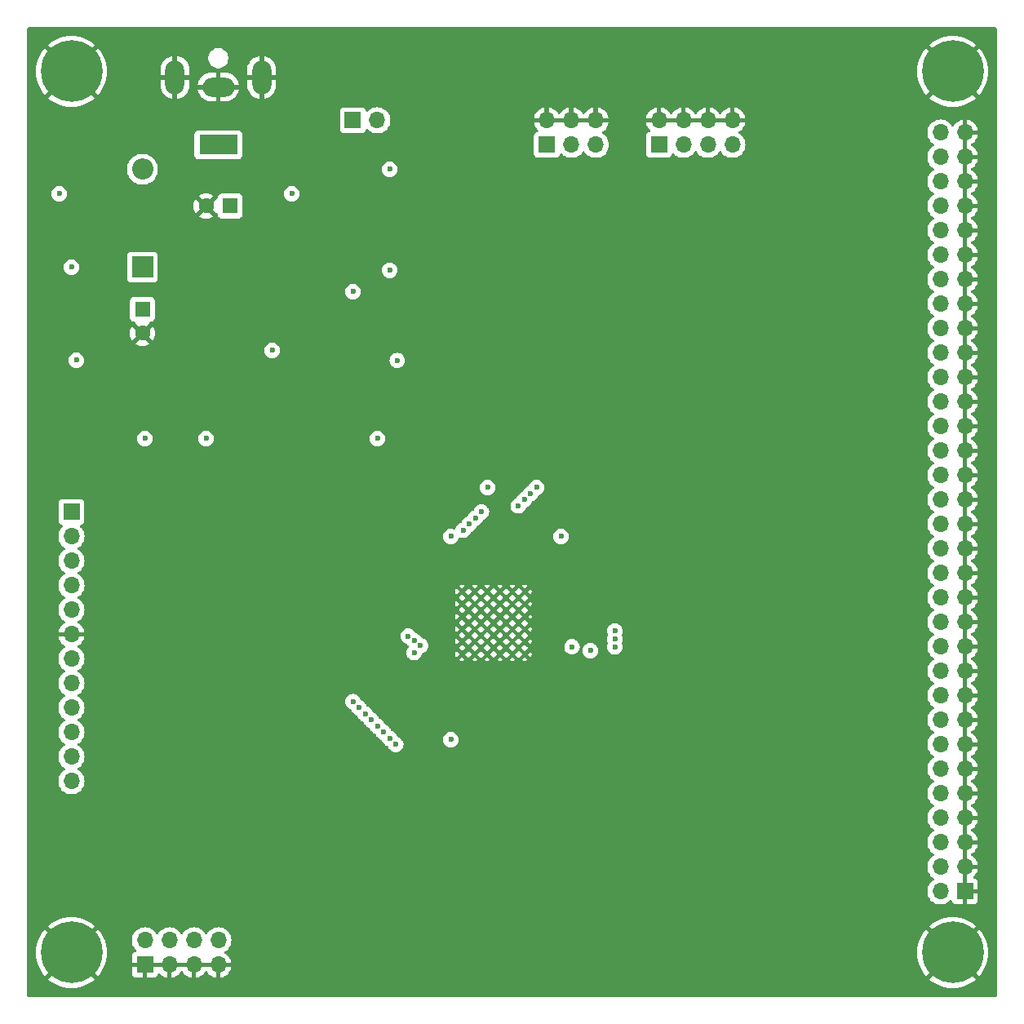
<source format=gbr>
%TF.GenerationSoftware,KiCad,Pcbnew,8.0.7-8.0.7-0~ubuntu22.04.1*%
%TF.CreationDate,2025-01-12T13:10:07-08:00*%
%TF.ProjectId,multichannelheaterdriver_amc7836,6d756c74-6963-4686-916e-6e656c686561,rev?*%
%TF.SameCoordinates,Original*%
%TF.FileFunction,Copper,L2,Inr*%
%TF.FilePolarity,Positive*%
%FSLAX46Y46*%
G04 Gerber Fmt 4.6, Leading zero omitted, Abs format (unit mm)*
G04 Created by KiCad (PCBNEW 8.0.7-8.0.7-0~ubuntu22.04.1) date 2025-01-12 13:10:07*
%MOMM*%
%LPD*%
G01*
G04 APERTURE LIST*
%TA.AperFunction,ComponentPad*%
%ADD10C,0.400000*%
%TD*%
%TA.AperFunction,ComponentPad*%
%ADD11R,1.700000X1.700000*%
%TD*%
%TA.AperFunction,ComponentPad*%
%ADD12O,1.700000X1.700000*%
%TD*%
%TA.AperFunction,ComponentPad*%
%ADD13R,2.200000X2.200000*%
%TD*%
%TA.AperFunction,ComponentPad*%
%ADD14O,2.200000X2.200000*%
%TD*%
%TA.AperFunction,ComponentPad*%
%ADD15C,6.400000*%
%TD*%
%TA.AperFunction,ComponentPad*%
%ADD16R,1.600000X1.600000*%
%TD*%
%TA.AperFunction,ComponentPad*%
%ADD17C,1.600000*%
%TD*%
%TA.AperFunction,ComponentPad*%
%ADD18R,4.000000X2.000000*%
%TD*%
%TA.AperFunction,ComponentPad*%
%ADD19O,3.300000X2.000000*%
%TD*%
%TA.AperFunction,ComponentPad*%
%ADD20O,2.000000X3.500000*%
%TD*%
%TA.AperFunction,ViaPad*%
%ADD21C,0.600000*%
%TD*%
G04 APERTURE END LIST*
D10*
%TO.N,GND*%
%TO.C,U1*%
X45630000Y-59040000D03*
X45630000Y-60340000D03*
X45630000Y-61640000D03*
X45630000Y-62940000D03*
X45630000Y-64240000D03*
X45630000Y-65540000D03*
X46930000Y-59040000D03*
X46930000Y-60340000D03*
X46930000Y-61640000D03*
X46930000Y-62940000D03*
X46930000Y-64240000D03*
X46930000Y-65540000D03*
X48230000Y-59040000D03*
X48230000Y-60340000D03*
X48230000Y-61640000D03*
X48230000Y-62940000D03*
X48230000Y-64240000D03*
X48230000Y-65540000D03*
X49530000Y-59040000D03*
X49530000Y-60340000D03*
X49530000Y-61640000D03*
X49530000Y-62940000D03*
X49530000Y-64240000D03*
X49530000Y-65540000D03*
X50830000Y-59040000D03*
X50830000Y-60340000D03*
X50830000Y-61640000D03*
X50830000Y-62940000D03*
X50830000Y-64240000D03*
X50830000Y-65540000D03*
X52130000Y-59040000D03*
X52130000Y-60340000D03*
X52130000Y-61640000D03*
X52130000Y-62940000D03*
X52130000Y-64240000D03*
X52130000Y-65540000D03*
%TD*%
D11*
%TO.N,GND*%
%TO.C,J5*%
X12700000Y-97790000D03*
D12*
%TO.N,+36V*%
X12700000Y-95250000D03*
%TO.N,GND*%
X15240000Y-97790000D03*
%TO.N,+10V*%
X15240000Y-95250000D03*
%TO.N,GND*%
X17780000Y-97790000D03*
%TO.N,+5V*%
X17780000Y-95250000D03*
%TO.N,GND*%
X20320000Y-97790000D03*
%TO.N,+3V3*%
X20320000Y-95250000D03*
%TD*%
D13*
%TO.N,+36V*%
%TO.C,D5*%
X12446000Y-25400000D03*
D14*
%TO.N,Net-(D5-A)*%
X12446000Y-15240000D03*
%TD*%
D15*
%TO.N,GND*%
%TO.C,H1*%
X5080000Y-5080000D03*
%TD*%
D16*
%TO.N,Net-(SW1-B)*%
%TO.C,C7*%
X21550000Y-19050000D03*
D17*
%TO.N,GND*%
X19050000Y-19050000D03*
%TD*%
D11*
%TO.N,GND*%
%TO.C,J4*%
X97790000Y-90170000D03*
D12*
%TO.N,/ADC15*%
X95250000Y-90170000D03*
%TO.N,GND*%
X97790000Y-87630000D03*
%TO.N,/DAC15*%
X95250000Y-87630000D03*
%TO.N,GND*%
X97790000Y-85090000D03*
%TO.N,/ADC14*%
X95250000Y-85090000D03*
%TO.N,GND*%
X97790000Y-82550000D03*
%TO.N,/DAC14*%
X95250000Y-82550000D03*
%TO.N,GND*%
X97790000Y-80010000D03*
%TO.N,/ADC13*%
X95250000Y-80010000D03*
%TO.N,GND*%
X97790000Y-77470000D03*
%TO.N,/DAC13*%
X95250000Y-77470000D03*
%TO.N,GND*%
X97790000Y-74930000D03*
%TO.N,/ADC12*%
X95250000Y-74930000D03*
%TO.N,GND*%
X97790000Y-72390000D03*
%TO.N,/DAC12*%
X95250000Y-72390000D03*
%TO.N,GND*%
X97790000Y-69850000D03*
%TO.N,/ADC11*%
X95250000Y-69850000D03*
%TO.N,GND*%
X97790000Y-67310000D03*
%TO.N,/DAC11*%
X95250000Y-67310000D03*
%TO.N,GND*%
X97790000Y-64770000D03*
%TO.N,/ADC10*%
X95250000Y-64770000D03*
%TO.N,GND*%
X97790000Y-62230000D03*
%TO.N,/DAC10*%
X95250000Y-62230000D03*
%TO.N,GND*%
X97790000Y-59690000D03*
%TO.N,/ADC9*%
X95250000Y-59690000D03*
%TO.N,GND*%
X97790000Y-57150000D03*
%TO.N,/DAC9*%
X95250000Y-57150000D03*
%TO.N,GND*%
X97790000Y-54610000D03*
%TO.N,/ADC8*%
X95250000Y-54610000D03*
%TO.N,GND*%
X97790000Y-52070000D03*
%TO.N,/DAC8*%
X95250000Y-52070000D03*
%TO.N,GND*%
X97790000Y-49530000D03*
%TO.N,/ADC7*%
X95250000Y-49530000D03*
%TO.N,GND*%
X97790000Y-46990000D03*
%TO.N,/DAC7*%
X95250000Y-46990000D03*
%TO.N,GND*%
X97790000Y-44450000D03*
%TO.N,/ADC6*%
X95250000Y-44450000D03*
%TO.N,GND*%
X97790000Y-41910000D03*
%TO.N,/DAC6*%
X95250000Y-41910000D03*
%TO.N,GND*%
X97790000Y-39370000D03*
%TO.N,/ADC5*%
X95250000Y-39370000D03*
%TO.N,GND*%
X97790000Y-36830000D03*
%TO.N,/DAC5*%
X95250000Y-36830000D03*
%TO.N,GND*%
X97790000Y-34290000D03*
%TO.N,/ADC4*%
X95250000Y-34290000D03*
%TO.N,GND*%
X97790000Y-31750000D03*
%TO.N,/DAC4*%
X95250000Y-31750000D03*
%TO.N,GND*%
X97790000Y-29210000D03*
%TO.N,/ADC3*%
X95250000Y-29210000D03*
%TO.N,GND*%
X97790000Y-26670000D03*
%TO.N,/DAC3*%
X95250000Y-26670000D03*
%TO.N,GND*%
X97790000Y-24130000D03*
%TO.N,/ADC2*%
X95250000Y-24130000D03*
%TO.N,GND*%
X97790000Y-21590000D03*
%TO.N,/DAC2*%
X95250000Y-21590000D03*
%TO.N,GND*%
X97790000Y-19050000D03*
%TO.N,/ADC1*%
X95250000Y-19050000D03*
%TO.N,GND*%
X97790000Y-16510000D03*
%TO.N,/DAC1*%
X95250000Y-16510000D03*
%TO.N,GND*%
X97790000Y-13970000D03*
%TO.N,/ADC0*%
X95250000Y-13970000D03*
%TO.N,GND*%
X97790000Y-11430000D03*
%TO.N,/DAC0*%
X95250000Y-11430000D03*
%TD*%
D15*
%TO.N,GND*%
%TO.C,H4*%
X96520000Y-96520000D03*
%TD*%
D11*
%TO.N,Net-(J2-Pin_1)*%
%TO.C,J2*%
X5080000Y-50800000D03*
D12*
%TO.N,Net-(J2-Pin_2)*%
X5080000Y-53340000D03*
%TO.N,Net-(J2-Pin_3)*%
X5080000Y-55880000D03*
%TO.N,Net-(J2-Pin_4)*%
X5080000Y-58420000D03*
%TO.N,Net-(J2-Pin_5)*%
X5080000Y-60960000D03*
%TO.N,GND*%
X5080000Y-63500000D03*
%TO.N,+3V3*%
X5080000Y-66040000D03*
%TO.N,+5V*%
X5080000Y-68580000D03*
%TO.N,Net-(J2-Pin_9)*%
X5080000Y-71120000D03*
%TO.N,Net-(J2-Pin_10)*%
X5080000Y-73660000D03*
%TO.N,Net-(J2-Pin_11)*%
X5080000Y-76200000D03*
%TO.N,Net-(J2-Pin_12)*%
X5080000Y-78740000D03*
%TD*%
D15*
%TO.N,GND*%
%TO.C,H3*%
X96520000Y-5080000D03*
%TD*%
D11*
%TO.N,Net-(J1-Pin_1)*%
%TO.C,J1*%
X66040000Y-12700000D03*
D12*
%TO.N,GND*%
X66040000Y-10160000D03*
%TO.N,Net-(J1-Pin_3)*%
X68580000Y-12700000D03*
%TO.N,GND*%
X68580000Y-10160000D03*
%TO.N,Net-(J1-Pin_5)*%
X71120000Y-12700000D03*
%TO.N,GND*%
X71120000Y-10160000D03*
%TO.N,Net-(J1-Pin_7)*%
X73660000Y-12700000D03*
%TO.N,GND*%
X73660000Y-10160000D03*
%TD*%
D15*
%TO.N,GND*%
%TO.C,H2*%
X5080000Y-96520000D03*
%TD*%
D11*
%TO.N,Net-(J3-Pin_1)*%
%TO.C,J3*%
X54420000Y-12700000D03*
D12*
%TO.N,GND*%
X54420000Y-10160000D03*
%TO.N,Net-(J3-Pin_3)*%
X56960000Y-12700000D03*
%TO.N,GND*%
X56960000Y-10160000D03*
%TO.N,Net-(J3-Pin_5)*%
X59500000Y-12700000D03*
%TO.N,GND*%
X59500000Y-10160000D03*
%TD*%
D18*
%TO.N,Net-(D5-A)*%
%TO.C,J7*%
X20320000Y-12700000D03*
D19*
%TO.N,GND*%
X20320000Y-6700000D03*
D20*
X24820000Y-5700000D03*
X15820000Y-5700000D03*
%TD*%
D16*
%TO.N,+36V*%
%TO.C,C8*%
X12446000Y-29758000D03*
D17*
%TO.N,GND*%
X12446000Y-32258000D03*
%TD*%
D11*
%TO.N,Net-(SW1-A)*%
%TO.C,SW1*%
X34285000Y-10160000D03*
D12*
%TO.N,Net-(SW1-B)*%
X36825000Y-10160000D03*
%TD*%
D21*
%TO.N,GND*%
X39370000Y-36830000D03*
X21590000Y-36830000D03*
X19050000Y-30480000D03*
X58420000Y-57658000D03*
X22100000Y-30480000D03*
X43180000Y-55290000D03*
X45974000Y-74422000D03*
X39370000Y-27940000D03*
X22098000Y-24638000D03*
X2540000Y-17780000D03*
X47030000Y-54356000D03*
X2540000Y-35560000D03*
X27940000Y-22860000D03*
X26670000Y-29210000D03*
X44704000Y-51816000D03*
X50759704Y-55251112D03*
X49784000Y-53848000D03*
X20575000Y-28805000D03*
X20320000Y-38100000D03*
X31750000Y-26670000D03*
X43942000Y-69088000D03*
X19050000Y-24638000D03*
X26670000Y-36830000D03*
X2540000Y-25400000D03*
X48768000Y-70358000D03*
X50800000Y-48260000D03*
X31750000Y-38100000D03*
%TO.N,+5V*%
X34290000Y-27940000D03*
X5080000Y-25400000D03*
X44450000Y-53340000D03*
X55880000Y-53340000D03*
%TO.N,+3V3*%
X25908000Y-34036000D03*
X5588000Y-35052000D03*
%TO.N,+10V*%
X44450000Y-74422000D03*
X38895000Y-35085000D03*
X38100000Y-25720000D03*
X48260000Y-48260000D03*
X38100000Y-15240000D03*
X3810000Y-17780000D03*
%TO.N,+36V*%
X12700000Y-43180000D03*
%TO.N,Net-(J3-Pin_1)*%
X61468000Y-64808003D03*
%TO.N,Net-(J3-Pin_5)*%
X61468000Y-63140000D03*
%TO.N,Net-(J3-Pin_3)*%
X61468000Y-64008000D03*
%TO.N,Net-(J1-Pin_1)*%
X40040000Y-63678528D03*
%TO.N,/DAC7*%
X38735000Y-74930000D03*
%TO.N,/DAC8*%
X53340000Y-48260000D03*
%TO.N,/DAC12*%
X47625000Y-50800000D03*
%TO.N,/DAC2*%
X35560000Y-71755000D03*
%TO.N,/DAC0*%
X34290000Y-70485000D03*
%TO.N,/DAC1*%
X34925000Y-71120000D03*
%TO.N,/DAC10*%
X52070000Y-49530000D03*
%TO.N,/DAC13*%
X46990000Y-51435000D03*
%TO.N,/DAC5*%
X37465000Y-73660000D03*
%TO.N,/DAC6*%
X38100000Y-74295000D03*
%TO.N,/DAC3*%
X36195000Y-72390000D03*
%TO.N,/DAC9*%
X52705000Y-48895000D03*
%TO.N,/DAC14*%
X46355000Y-52070000D03*
%TO.N,/DAC11*%
X51435000Y-50165000D03*
%TO.N,/DAC15*%
X45720000Y-52705000D03*
%TO.N,/DAC4*%
X36830000Y-73025000D03*
%TO.N,/36V_mon*%
X58928000Y-65186000D03*
X19050000Y-43180000D03*
%TO.N,/10V_mon*%
X36830000Y-43180000D03*
X57023000Y-64786000D03*
%TO.N,Net-(J1-Pin_3)*%
X40674135Y-64166254D03*
%TO.N,Net-(J1-Pin_7)*%
X40640000Y-65405000D03*
%TO.N,Net-(J1-Pin_5)*%
X41302359Y-64661571D03*
%TO.N,Net-(SW1-B)*%
X27940000Y-17780000D03*
%TD*%
%TA.AperFunction,Conductor*%
%TO.N,GND*%
G36*
X14774075Y-97597007D02*
G01*
X14740000Y-97724174D01*
X14740000Y-97855826D01*
X14774075Y-97982993D01*
X14806988Y-98040000D01*
X13133012Y-98040000D01*
X13165925Y-97982993D01*
X13200000Y-97855826D01*
X13200000Y-97724174D01*
X13165925Y-97597007D01*
X13133012Y-97540000D01*
X14806988Y-97540000D01*
X14774075Y-97597007D01*
G37*
%TD.AperFunction*%
%TA.AperFunction,Conductor*%
G36*
X17314075Y-97597007D02*
G01*
X17280000Y-97724174D01*
X17280000Y-97855826D01*
X17314075Y-97982993D01*
X17346988Y-98040000D01*
X15673012Y-98040000D01*
X15705925Y-97982993D01*
X15740000Y-97855826D01*
X15740000Y-97724174D01*
X15705925Y-97597007D01*
X15673012Y-97540000D01*
X17346988Y-97540000D01*
X17314075Y-97597007D01*
G37*
%TD.AperFunction*%
%TA.AperFunction,Conductor*%
G36*
X19854075Y-97597007D02*
G01*
X19820000Y-97724174D01*
X19820000Y-97855826D01*
X19854075Y-97982993D01*
X19886988Y-98040000D01*
X18213012Y-98040000D01*
X18245925Y-97982993D01*
X18280000Y-97855826D01*
X18280000Y-97724174D01*
X18245925Y-97597007D01*
X18213012Y-97540000D01*
X19886988Y-97540000D01*
X19854075Y-97597007D01*
G37*
%TD.AperFunction*%
%TA.AperFunction,Conductor*%
G36*
X98040000Y-89736988D02*
G01*
X97982993Y-89704075D01*
X97855826Y-89670000D01*
X97724174Y-89670000D01*
X97597007Y-89704075D01*
X97540000Y-89736988D01*
X97540000Y-88063012D01*
X97597007Y-88095925D01*
X97724174Y-88130000D01*
X97855826Y-88130000D01*
X97982993Y-88095925D01*
X98040000Y-88063012D01*
X98040000Y-89736988D01*
G37*
%TD.AperFunction*%
%TA.AperFunction,Conductor*%
G36*
X98040000Y-87196988D02*
G01*
X97982993Y-87164075D01*
X97855826Y-87130000D01*
X97724174Y-87130000D01*
X97597007Y-87164075D01*
X97540000Y-87196988D01*
X97540000Y-85523012D01*
X97597007Y-85555925D01*
X97724174Y-85590000D01*
X97855826Y-85590000D01*
X97982993Y-85555925D01*
X98040000Y-85523012D01*
X98040000Y-87196988D01*
G37*
%TD.AperFunction*%
%TA.AperFunction,Conductor*%
G36*
X98040000Y-84656988D02*
G01*
X97982993Y-84624075D01*
X97855826Y-84590000D01*
X97724174Y-84590000D01*
X97597007Y-84624075D01*
X97540000Y-84656988D01*
X97540000Y-82983012D01*
X97597007Y-83015925D01*
X97724174Y-83050000D01*
X97855826Y-83050000D01*
X97982993Y-83015925D01*
X98040000Y-82983012D01*
X98040000Y-84656988D01*
G37*
%TD.AperFunction*%
%TA.AperFunction,Conductor*%
G36*
X98040000Y-82116988D02*
G01*
X97982993Y-82084075D01*
X97855826Y-82050000D01*
X97724174Y-82050000D01*
X97597007Y-82084075D01*
X97540000Y-82116988D01*
X97540000Y-80443012D01*
X97597007Y-80475925D01*
X97724174Y-80510000D01*
X97855826Y-80510000D01*
X97982993Y-80475925D01*
X98040000Y-80443012D01*
X98040000Y-82116988D01*
G37*
%TD.AperFunction*%
%TA.AperFunction,Conductor*%
G36*
X98040000Y-79576988D02*
G01*
X97982993Y-79544075D01*
X97855826Y-79510000D01*
X97724174Y-79510000D01*
X97597007Y-79544075D01*
X97540000Y-79576988D01*
X97540000Y-77903012D01*
X97597007Y-77935925D01*
X97724174Y-77970000D01*
X97855826Y-77970000D01*
X97982993Y-77935925D01*
X98040000Y-77903012D01*
X98040000Y-79576988D01*
G37*
%TD.AperFunction*%
%TA.AperFunction,Conductor*%
G36*
X98040000Y-77036988D02*
G01*
X97982993Y-77004075D01*
X97855826Y-76970000D01*
X97724174Y-76970000D01*
X97597007Y-77004075D01*
X97540000Y-77036988D01*
X97540000Y-75363012D01*
X97597007Y-75395925D01*
X97724174Y-75430000D01*
X97855826Y-75430000D01*
X97982993Y-75395925D01*
X98040000Y-75363012D01*
X98040000Y-77036988D01*
G37*
%TD.AperFunction*%
%TA.AperFunction,Conductor*%
G36*
X98040000Y-74496988D02*
G01*
X97982993Y-74464075D01*
X97855826Y-74430000D01*
X97724174Y-74430000D01*
X97597007Y-74464075D01*
X97540000Y-74496988D01*
X97540000Y-72823012D01*
X97597007Y-72855925D01*
X97724174Y-72890000D01*
X97855826Y-72890000D01*
X97982993Y-72855925D01*
X98040000Y-72823012D01*
X98040000Y-74496988D01*
G37*
%TD.AperFunction*%
%TA.AperFunction,Conductor*%
G36*
X98040000Y-71956988D02*
G01*
X97982993Y-71924075D01*
X97855826Y-71890000D01*
X97724174Y-71890000D01*
X97597007Y-71924075D01*
X97540000Y-71956988D01*
X97540000Y-70283012D01*
X97597007Y-70315925D01*
X97724174Y-70350000D01*
X97855826Y-70350000D01*
X97982993Y-70315925D01*
X98040000Y-70283012D01*
X98040000Y-71956988D01*
G37*
%TD.AperFunction*%
%TA.AperFunction,Conductor*%
G36*
X98040000Y-69416988D02*
G01*
X97982993Y-69384075D01*
X97855826Y-69350000D01*
X97724174Y-69350000D01*
X97597007Y-69384075D01*
X97540000Y-69416988D01*
X97540000Y-67743012D01*
X97597007Y-67775925D01*
X97724174Y-67810000D01*
X97855826Y-67810000D01*
X97982993Y-67775925D01*
X98040000Y-67743012D01*
X98040000Y-69416988D01*
G37*
%TD.AperFunction*%
%TA.AperFunction,Conductor*%
G36*
X98040000Y-66876988D02*
G01*
X97982993Y-66844075D01*
X97855826Y-66810000D01*
X97724174Y-66810000D01*
X97597007Y-66844075D01*
X97540000Y-66876988D01*
X97540000Y-65203012D01*
X97597007Y-65235925D01*
X97724174Y-65270000D01*
X97855826Y-65270000D01*
X97982993Y-65235925D01*
X98040000Y-65203012D01*
X98040000Y-66876988D01*
G37*
%TD.AperFunction*%
%TA.AperFunction,Conductor*%
G36*
X98040000Y-64336988D02*
G01*
X97982993Y-64304075D01*
X97855826Y-64270000D01*
X97724174Y-64270000D01*
X97597007Y-64304075D01*
X97540000Y-64336988D01*
X97540000Y-62663012D01*
X97597007Y-62695925D01*
X97724174Y-62730000D01*
X97855826Y-62730000D01*
X97982993Y-62695925D01*
X98040000Y-62663012D01*
X98040000Y-64336988D01*
G37*
%TD.AperFunction*%
%TA.AperFunction,Conductor*%
G36*
X98040000Y-61796988D02*
G01*
X97982993Y-61764075D01*
X97855826Y-61730000D01*
X97724174Y-61730000D01*
X97597007Y-61764075D01*
X97540000Y-61796988D01*
X97540000Y-60123012D01*
X97597007Y-60155925D01*
X97724174Y-60190000D01*
X97855826Y-60190000D01*
X97982993Y-60155925D01*
X98040000Y-60123012D01*
X98040000Y-61796988D01*
G37*
%TD.AperFunction*%
%TA.AperFunction,Conductor*%
G36*
X98040000Y-59256988D02*
G01*
X97982993Y-59224075D01*
X97855826Y-59190000D01*
X97724174Y-59190000D01*
X97597007Y-59224075D01*
X97540000Y-59256988D01*
X97540000Y-57583012D01*
X97597007Y-57615925D01*
X97724174Y-57650000D01*
X97855826Y-57650000D01*
X97982993Y-57615925D01*
X98040000Y-57583012D01*
X98040000Y-59256988D01*
G37*
%TD.AperFunction*%
%TA.AperFunction,Conductor*%
G36*
X98040000Y-56716988D02*
G01*
X97982993Y-56684075D01*
X97855826Y-56650000D01*
X97724174Y-56650000D01*
X97597007Y-56684075D01*
X97540000Y-56716988D01*
X97540000Y-55043012D01*
X97597007Y-55075925D01*
X97724174Y-55110000D01*
X97855826Y-55110000D01*
X97982993Y-55075925D01*
X98040000Y-55043012D01*
X98040000Y-56716988D01*
G37*
%TD.AperFunction*%
%TA.AperFunction,Conductor*%
G36*
X98040000Y-54176988D02*
G01*
X97982993Y-54144075D01*
X97855826Y-54110000D01*
X97724174Y-54110000D01*
X97597007Y-54144075D01*
X97540000Y-54176988D01*
X97540000Y-52503012D01*
X97597007Y-52535925D01*
X97724174Y-52570000D01*
X97855826Y-52570000D01*
X97982993Y-52535925D01*
X98040000Y-52503012D01*
X98040000Y-54176988D01*
G37*
%TD.AperFunction*%
%TA.AperFunction,Conductor*%
G36*
X97597007Y-49995925D02*
G01*
X97724174Y-50030000D01*
X97855826Y-50030000D01*
X97982993Y-49995925D01*
X98040000Y-49963012D01*
X98040000Y-51636988D01*
X97982993Y-51604075D01*
X97855826Y-51570000D01*
X97724174Y-51570000D01*
X97597007Y-51604075D01*
X97540000Y-51636988D01*
X97540000Y-49963011D01*
X97597007Y-49995925D01*
G37*
%TD.AperFunction*%
%TA.AperFunction,Conductor*%
G36*
X98040000Y-49096988D02*
G01*
X97982993Y-49064075D01*
X97855826Y-49030000D01*
X97724174Y-49030000D01*
X97597007Y-49064075D01*
X97540000Y-49096988D01*
X97540000Y-47423012D01*
X97597007Y-47455925D01*
X97724174Y-47490000D01*
X97855826Y-47490000D01*
X97982993Y-47455925D01*
X98040000Y-47423012D01*
X98040000Y-49096988D01*
G37*
%TD.AperFunction*%
%TA.AperFunction,Conductor*%
G36*
X98040000Y-46556988D02*
G01*
X97982993Y-46524075D01*
X97855826Y-46490000D01*
X97724174Y-46490000D01*
X97597007Y-46524075D01*
X97540000Y-46556988D01*
X97540000Y-44883012D01*
X97597007Y-44915925D01*
X97724174Y-44950000D01*
X97855826Y-44950000D01*
X97982993Y-44915925D01*
X98040000Y-44883012D01*
X98040000Y-46556988D01*
G37*
%TD.AperFunction*%
%TA.AperFunction,Conductor*%
G36*
X98040000Y-44016988D02*
G01*
X97982993Y-43984075D01*
X97855826Y-43950000D01*
X97724174Y-43950000D01*
X97597007Y-43984075D01*
X97540000Y-44016988D01*
X97540000Y-42343012D01*
X97597007Y-42375925D01*
X97724174Y-42410000D01*
X97855826Y-42410000D01*
X97982993Y-42375925D01*
X98040000Y-42343012D01*
X98040000Y-44016988D01*
G37*
%TD.AperFunction*%
%TA.AperFunction,Conductor*%
G36*
X98040000Y-41476988D02*
G01*
X97982993Y-41444075D01*
X97855826Y-41410000D01*
X97724174Y-41410000D01*
X97597007Y-41444075D01*
X97540000Y-41476988D01*
X97540000Y-39803012D01*
X97597007Y-39835925D01*
X97724174Y-39870000D01*
X97855826Y-39870000D01*
X97982993Y-39835925D01*
X98040000Y-39803012D01*
X98040000Y-41476988D01*
G37*
%TD.AperFunction*%
%TA.AperFunction,Conductor*%
G36*
X98040000Y-38936988D02*
G01*
X97982993Y-38904075D01*
X97855826Y-38870000D01*
X97724174Y-38870000D01*
X97597007Y-38904075D01*
X97540000Y-38936988D01*
X97540000Y-37263012D01*
X97597007Y-37295925D01*
X97724174Y-37330000D01*
X97855826Y-37330000D01*
X97982993Y-37295925D01*
X98040000Y-37263012D01*
X98040000Y-38936988D01*
G37*
%TD.AperFunction*%
%TA.AperFunction,Conductor*%
G36*
X97597007Y-34755925D02*
G01*
X97724174Y-34790000D01*
X97855826Y-34790000D01*
X97982993Y-34755925D01*
X98040000Y-34723012D01*
X98040000Y-36396988D01*
X97982993Y-36364075D01*
X97855826Y-36330000D01*
X97724174Y-36330000D01*
X97597007Y-36364075D01*
X97540000Y-36396988D01*
X97540000Y-34723011D01*
X97597007Y-34755925D01*
G37*
%TD.AperFunction*%
%TA.AperFunction,Conductor*%
G36*
X98040000Y-33856988D02*
G01*
X97982993Y-33824075D01*
X97855826Y-33790000D01*
X97724174Y-33790000D01*
X97597007Y-33824075D01*
X97540000Y-33856988D01*
X97540000Y-32183012D01*
X97597007Y-32215925D01*
X97724174Y-32250000D01*
X97855826Y-32250000D01*
X97982993Y-32215925D01*
X98040000Y-32183012D01*
X98040000Y-33856988D01*
G37*
%TD.AperFunction*%
%TA.AperFunction,Conductor*%
G36*
X98040000Y-31316988D02*
G01*
X97982993Y-31284075D01*
X97855826Y-31250000D01*
X97724174Y-31250000D01*
X97597007Y-31284075D01*
X97540000Y-31316988D01*
X97540000Y-29643012D01*
X97597007Y-29675925D01*
X97724174Y-29710000D01*
X97855826Y-29710000D01*
X97982993Y-29675925D01*
X98040000Y-29643012D01*
X98040000Y-31316988D01*
G37*
%TD.AperFunction*%
%TA.AperFunction,Conductor*%
G36*
X98040000Y-28776988D02*
G01*
X97982993Y-28744075D01*
X97855826Y-28710000D01*
X97724174Y-28710000D01*
X97597007Y-28744075D01*
X97540000Y-28776988D01*
X97540000Y-27103012D01*
X97597007Y-27135925D01*
X97724174Y-27170000D01*
X97855826Y-27170000D01*
X97982993Y-27135925D01*
X98040000Y-27103012D01*
X98040000Y-28776988D01*
G37*
%TD.AperFunction*%
%TA.AperFunction,Conductor*%
G36*
X98040000Y-26236988D02*
G01*
X97982993Y-26204075D01*
X97855826Y-26170000D01*
X97724174Y-26170000D01*
X97597007Y-26204075D01*
X97540000Y-26236988D01*
X97540000Y-24563012D01*
X97597007Y-24595925D01*
X97724174Y-24630000D01*
X97855826Y-24630000D01*
X97982993Y-24595925D01*
X98040000Y-24563012D01*
X98040000Y-26236988D01*
G37*
%TD.AperFunction*%
%TA.AperFunction,Conductor*%
G36*
X98040000Y-23696988D02*
G01*
X97982993Y-23664075D01*
X97855826Y-23630000D01*
X97724174Y-23630000D01*
X97597007Y-23664075D01*
X97540000Y-23696988D01*
X97540000Y-22023012D01*
X97597007Y-22055925D01*
X97724174Y-22090000D01*
X97855826Y-22090000D01*
X97982993Y-22055925D01*
X98040000Y-22023012D01*
X98040000Y-23696988D01*
G37*
%TD.AperFunction*%
%TA.AperFunction,Conductor*%
G36*
X98040000Y-21156988D02*
G01*
X97982993Y-21124075D01*
X97855826Y-21090000D01*
X97724174Y-21090000D01*
X97597007Y-21124075D01*
X97540000Y-21156988D01*
X97540000Y-19483012D01*
X97597007Y-19515925D01*
X97724174Y-19550000D01*
X97855826Y-19550000D01*
X97982993Y-19515925D01*
X98040000Y-19483012D01*
X98040000Y-21156988D01*
G37*
%TD.AperFunction*%
%TA.AperFunction,Conductor*%
G36*
X98040000Y-18616988D02*
G01*
X97982993Y-18584075D01*
X97855826Y-18550000D01*
X97724174Y-18550000D01*
X97597007Y-18584075D01*
X97540000Y-18616988D01*
X97540000Y-16943012D01*
X97597007Y-16975925D01*
X97724174Y-17010000D01*
X97855826Y-17010000D01*
X97982993Y-16975925D01*
X98040000Y-16943012D01*
X98040000Y-18616988D01*
G37*
%TD.AperFunction*%
%TA.AperFunction,Conductor*%
G36*
X98040000Y-16076988D02*
G01*
X97982993Y-16044075D01*
X97855826Y-16010000D01*
X97724174Y-16010000D01*
X97597007Y-16044075D01*
X97540000Y-16076988D01*
X97540000Y-14403012D01*
X97597007Y-14435925D01*
X97724174Y-14470000D01*
X97855826Y-14470000D01*
X97982993Y-14435925D01*
X98040000Y-14403012D01*
X98040000Y-16076988D01*
G37*
%TD.AperFunction*%
%TA.AperFunction,Conductor*%
G36*
X98040000Y-13536988D02*
G01*
X97982993Y-13504075D01*
X97855826Y-13470000D01*
X97724174Y-13470000D01*
X97597007Y-13504075D01*
X97540000Y-13536988D01*
X97540000Y-11863012D01*
X97597007Y-11895925D01*
X97724174Y-11930000D01*
X97855826Y-11930000D01*
X97982993Y-11895925D01*
X98040000Y-11863012D01*
X98040000Y-13536988D01*
G37*
%TD.AperFunction*%
%TA.AperFunction,Conductor*%
G36*
X56494075Y-9967007D02*
G01*
X56460000Y-10094174D01*
X56460000Y-10225826D01*
X56494075Y-10352993D01*
X56526988Y-10410000D01*
X54853012Y-10410000D01*
X54885925Y-10352993D01*
X54920000Y-10225826D01*
X54920000Y-10094174D01*
X54885925Y-9967007D01*
X54853012Y-9910000D01*
X56526988Y-9910000D01*
X56494075Y-9967007D01*
G37*
%TD.AperFunction*%
%TA.AperFunction,Conductor*%
G36*
X59034075Y-9967007D02*
G01*
X59000000Y-10094174D01*
X59000000Y-10225826D01*
X59034075Y-10352993D01*
X59066988Y-10410000D01*
X57393012Y-10410000D01*
X57425925Y-10352993D01*
X57460000Y-10225826D01*
X57460000Y-10094174D01*
X57425925Y-9967007D01*
X57393012Y-9910000D01*
X59066988Y-9910000D01*
X59034075Y-9967007D01*
G37*
%TD.AperFunction*%
%TA.AperFunction,Conductor*%
G36*
X68114075Y-9967007D02*
G01*
X68080000Y-10094174D01*
X68080000Y-10225826D01*
X68114075Y-10352993D01*
X68146988Y-10410000D01*
X66473012Y-10410000D01*
X66505925Y-10352993D01*
X66540000Y-10225826D01*
X66540000Y-10094174D01*
X66505925Y-9967007D01*
X66473012Y-9910000D01*
X68146988Y-9910000D01*
X68114075Y-9967007D01*
G37*
%TD.AperFunction*%
%TA.AperFunction,Conductor*%
G36*
X70654075Y-9967007D02*
G01*
X70620000Y-10094174D01*
X70620000Y-10225826D01*
X70654075Y-10352993D01*
X70686988Y-10410000D01*
X69013012Y-10410000D01*
X69045925Y-10352993D01*
X69080000Y-10225826D01*
X69080000Y-10094174D01*
X69045925Y-9967007D01*
X69013012Y-9910000D01*
X70686988Y-9910000D01*
X70654075Y-9967007D01*
G37*
%TD.AperFunction*%
%TA.AperFunction,Conductor*%
G36*
X73194075Y-9967007D02*
G01*
X73160000Y-10094174D01*
X73160000Y-10225826D01*
X73194075Y-10352993D01*
X73226988Y-10410000D01*
X71553012Y-10410000D01*
X71585925Y-10352993D01*
X71620000Y-10225826D01*
X71620000Y-10094174D01*
X71585925Y-9967007D01*
X71553012Y-9910000D01*
X73226988Y-9910000D01*
X73194075Y-9967007D01*
G37*
%TD.AperFunction*%
%TA.AperFunction,Conductor*%
G36*
X101042539Y-520185D02*
G01*
X101088294Y-572989D01*
X101099500Y-624500D01*
X101099500Y-100975500D01*
X101079815Y-101042539D01*
X101027011Y-101088294D01*
X100975500Y-101099500D01*
X624500Y-101099500D01*
X557461Y-101079815D01*
X511706Y-101027011D01*
X500500Y-100975500D01*
X500500Y-96519999D01*
X1374922Y-96519999D01*
X1374922Y-96520000D01*
X1395219Y-96907287D01*
X1455886Y-97290323D01*
X1455887Y-97290330D01*
X1556262Y-97664936D01*
X1695244Y-98026994D01*
X1871310Y-98372543D01*
X2082522Y-98697781D01*
X2291096Y-98955348D01*
X3785747Y-97460697D01*
X3859588Y-97562330D01*
X4037670Y-97740412D01*
X4139301Y-97814251D01*
X2644650Y-99308902D01*
X2902214Y-99517475D01*
X2902216Y-99517476D01*
X3227456Y-99728689D01*
X3573005Y-99904755D01*
X3935063Y-100043737D01*
X4309669Y-100144112D01*
X4309676Y-100144113D01*
X4692712Y-100204780D01*
X5079999Y-100225078D01*
X5080001Y-100225078D01*
X5467287Y-100204780D01*
X5850323Y-100144113D01*
X5850330Y-100144112D01*
X6224936Y-100043737D01*
X6586994Y-99904755D01*
X6932543Y-99728689D01*
X7257771Y-99517484D01*
X7257784Y-99517474D01*
X7515348Y-99308902D01*
X6020698Y-97814252D01*
X6122330Y-97740412D01*
X6300412Y-97562330D01*
X6374252Y-97460698D01*
X7868902Y-98955348D01*
X8077477Y-98697781D01*
X8077484Y-98697771D01*
X8288689Y-98372543D01*
X8464755Y-98026994D01*
X8603737Y-97664936D01*
X8704112Y-97290330D01*
X8704113Y-97290323D01*
X8764780Y-96907287D01*
X8785078Y-96520000D01*
X8785078Y-96519999D01*
X8764780Y-96132712D01*
X8704113Y-95749676D01*
X8704112Y-95749669D01*
X8603737Y-95375063D01*
X8555729Y-95249999D01*
X11344341Y-95249999D01*
X11344341Y-95250000D01*
X11364936Y-95485403D01*
X11364938Y-95485413D01*
X11426094Y-95713655D01*
X11426096Y-95713659D01*
X11426097Y-95713663D01*
X11506004Y-95885023D01*
X11525965Y-95927830D01*
X11525967Y-95927834D01*
X11634281Y-96082521D01*
X11661501Y-96121396D01*
X11661506Y-96121402D01*
X11783818Y-96243714D01*
X11817303Y-96305037D01*
X11812319Y-96374729D01*
X11770447Y-96430662D01*
X11739471Y-96447577D01*
X11607912Y-96496646D01*
X11607906Y-96496649D01*
X11492812Y-96582809D01*
X11492809Y-96582812D01*
X11406649Y-96697906D01*
X11406645Y-96697913D01*
X11356403Y-96832620D01*
X11356401Y-96832627D01*
X11350000Y-96892155D01*
X11350000Y-97540000D01*
X12266988Y-97540000D01*
X12234075Y-97597007D01*
X12200000Y-97724174D01*
X12200000Y-97855826D01*
X12234075Y-97982993D01*
X12266988Y-98040000D01*
X11350000Y-98040000D01*
X11350000Y-98687844D01*
X11356401Y-98747372D01*
X11356403Y-98747379D01*
X11406645Y-98882086D01*
X11406649Y-98882093D01*
X11492809Y-98997187D01*
X11492812Y-98997190D01*
X11607906Y-99083350D01*
X11607913Y-99083354D01*
X11742620Y-99133596D01*
X11742627Y-99133598D01*
X11802155Y-99139999D01*
X11802172Y-99140000D01*
X12450000Y-99140000D01*
X12450000Y-98223012D01*
X12507007Y-98255925D01*
X12634174Y-98290000D01*
X12765826Y-98290000D01*
X12892993Y-98255925D01*
X12950000Y-98223012D01*
X12950000Y-99140000D01*
X13597828Y-99140000D01*
X13597844Y-99139999D01*
X13657372Y-99133598D01*
X13657379Y-99133596D01*
X13792086Y-99083354D01*
X13792093Y-99083350D01*
X13907187Y-98997190D01*
X13907190Y-98997187D01*
X13993350Y-98882093D01*
X13993354Y-98882086D01*
X14042614Y-98750013D01*
X14084485Y-98694079D01*
X14149949Y-98669662D01*
X14218222Y-98684513D01*
X14246477Y-98705665D01*
X14368917Y-98828105D01*
X14562421Y-98963600D01*
X14776507Y-99063429D01*
X14776516Y-99063433D01*
X14990000Y-99120634D01*
X14990000Y-98223012D01*
X15047007Y-98255925D01*
X15174174Y-98290000D01*
X15305826Y-98290000D01*
X15432993Y-98255925D01*
X15490000Y-98223012D01*
X15490000Y-99120634D01*
X15703483Y-99063433D01*
X15703492Y-99063429D01*
X15917578Y-98963600D01*
X16111082Y-98828105D01*
X16278105Y-98661082D01*
X16408425Y-98474968D01*
X16463002Y-98431344D01*
X16532501Y-98424151D01*
X16594855Y-98455673D01*
X16611575Y-98474968D01*
X16741894Y-98661082D01*
X16908917Y-98828105D01*
X17102421Y-98963600D01*
X17316507Y-99063429D01*
X17316516Y-99063433D01*
X17530000Y-99120634D01*
X17530000Y-98223012D01*
X17587007Y-98255925D01*
X17714174Y-98290000D01*
X17845826Y-98290000D01*
X17972993Y-98255925D01*
X18030000Y-98223012D01*
X18030000Y-99120633D01*
X18243483Y-99063433D01*
X18243492Y-99063429D01*
X18457578Y-98963600D01*
X18651082Y-98828105D01*
X18818105Y-98661082D01*
X18948425Y-98474968D01*
X19003002Y-98431344D01*
X19072501Y-98424151D01*
X19134855Y-98455673D01*
X19151575Y-98474968D01*
X19281894Y-98661082D01*
X19448917Y-98828105D01*
X19642421Y-98963600D01*
X19856507Y-99063429D01*
X19856516Y-99063433D01*
X20070000Y-99120634D01*
X20070000Y-98223012D01*
X20127007Y-98255925D01*
X20254174Y-98290000D01*
X20385826Y-98290000D01*
X20512993Y-98255925D01*
X20570000Y-98223012D01*
X20570000Y-99120633D01*
X20783483Y-99063433D01*
X20783492Y-99063429D01*
X20997578Y-98963600D01*
X21191082Y-98828105D01*
X21358105Y-98661082D01*
X21493600Y-98467578D01*
X21593429Y-98253492D01*
X21593432Y-98253486D01*
X21650636Y-98040000D01*
X20753012Y-98040000D01*
X20785925Y-97982993D01*
X20820000Y-97855826D01*
X20820000Y-97724174D01*
X20785925Y-97597007D01*
X20753012Y-97540000D01*
X21650636Y-97540000D01*
X21650635Y-97539999D01*
X21593432Y-97326513D01*
X21593429Y-97326507D01*
X21493600Y-97112422D01*
X21493599Y-97112420D01*
X21358113Y-96918926D01*
X21358108Y-96918920D01*
X21191078Y-96751890D01*
X21005405Y-96621879D01*
X20961780Y-96567302D01*
X20956885Y-96519999D01*
X92814922Y-96519999D01*
X92814922Y-96520000D01*
X92835219Y-96907287D01*
X92895886Y-97290323D01*
X92895887Y-97290330D01*
X92996262Y-97664936D01*
X93135244Y-98026994D01*
X93311310Y-98372543D01*
X93522522Y-98697781D01*
X93731096Y-98955348D01*
X95225747Y-97460697D01*
X95299588Y-97562330D01*
X95477670Y-97740412D01*
X95579301Y-97814251D01*
X94084650Y-99308902D01*
X94342214Y-99517475D01*
X94342216Y-99517476D01*
X94667456Y-99728689D01*
X95013005Y-99904755D01*
X95375063Y-100043737D01*
X95749669Y-100144112D01*
X95749676Y-100144113D01*
X96132712Y-100204780D01*
X96519999Y-100225078D01*
X96520001Y-100225078D01*
X96907287Y-100204780D01*
X97290323Y-100144113D01*
X97290330Y-100144112D01*
X97664936Y-100043737D01*
X98026994Y-99904755D01*
X98372543Y-99728689D01*
X98697771Y-99517484D01*
X98697784Y-99517474D01*
X98955348Y-99308902D01*
X97460698Y-97814252D01*
X97562330Y-97740412D01*
X97740412Y-97562330D01*
X97814252Y-97460698D01*
X99308902Y-98955348D01*
X99517477Y-98697781D01*
X99517484Y-98697771D01*
X99728689Y-98372543D01*
X99904755Y-98026994D01*
X100043737Y-97664936D01*
X100144112Y-97290330D01*
X100144113Y-97290323D01*
X100204780Y-96907287D01*
X100225078Y-96520000D01*
X100225078Y-96519999D01*
X100204780Y-96132712D01*
X100144113Y-95749676D01*
X100144112Y-95749669D01*
X100043737Y-95375063D01*
X99904755Y-95013005D01*
X99728689Y-94667456D01*
X99517476Y-94342216D01*
X99517475Y-94342214D01*
X99308902Y-94084650D01*
X97814251Y-95579301D01*
X97740412Y-95477670D01*
X97562330Y-95299588D01*
X97460698Y-95225748D01*
X98955349Y-93731096D01*
X98697785Y-93522525D01*
X98697783Y-93522523D01*
X98372543Y-93311310D01*
X98026994Y-93135244D01*
X97664936Y-92996262D01*
X97290330Y-92895887D01*
X97290323Y-92895886D01*
X96907287Y-92835219D01*
X96520001Y-92814922D01*
X96519999Y-92814922D01*
X96132712Y-92835219D01*
X95749676Y-92895886D01*
X95749669Y-92895887D01*
X95375063Y-92996262D01*
X95013005Y-93135244D01*
X94667456Y-93311310D01*
X94342206Y-93522531D01*
X94084649Y-93731095D01*
X94084649Y-93731096D01*
X95579301Y-95225748D01*
X95477670Y-95299588D01*
X95299588Y-95477670D01*
X95225748Y-95579301D01*
X93731096Y-94084649D01*
X93731095Y-94084649D01*
X93522531Y-94342206D01*
X93311310Y-94667456D01*
X93135244Y-95013005D01*
X92996262Y-95375063D01*
X92895887Y-95749669D01*
X92895886Y-95749676D01*
X92835219Y-96132712D01*
X92814922Y-96519999D01*
X20956885Y-96519999D01*
X20954588Y-96497804D01*
X20986110Y-96435449D01*
X21005406Y-96418730D01*
X21117500Y-96340241D01*
X21191401Y-96288495D01*
X21358495Y-96121401D01*
X21494035Y-95927830D01*
X21593903Y-95713663D01*
X21655063Y-95485408D01*
X21675659Y-95250000D01*
X21655063Y-95014592D01*
X21593903Y-94786337D01*
X21494035Y-94572171D01*
X21488425Y-94564158D01*
X21358494Y-94378597D01*
X21191402Y-94211506D01*
X21191395Y-94211501D01*
X20997834Y-94075967D01*
X20997830Y-94075965D01*
X20997828Y-94075964D01*
X20783663Y-93976097D01*
X20783659Y-93976096D01*
X20783655Y-93976094D01*
X20555413Y-93914938D01*
X20555403Y-93914936D01*
X20320001Y-93894341D01*
X20319999Y-93894341D01*
X20084596Y-93914936D01*
X20084586Y-93914938D01*
X19856344Y-93976094D01*
X19856335Y-93976098D01*
X19642171Y-94075964D01*
X19642169Y-94075965D01*
X19448597Y-94211505D01*
X19281505Y-94378597D01*
X19151575Y-94564158D01*
X19096998Y-94607783D01*
X19027500Y-94614977D01*
X18965145Y-94583454D01*
X18948425Y-94564158D01*
X18818494Y-94378597D01*
X18651402Y-94211506D01*
X18651395Y-94211501D01*
X18457834Y-94075967D01*
X18457830Y-94075965D01*
X18457828Y-94075964D01*
X18243663Y-93976097D01*
X18243659Y-93976096D01*
X18243655Y-93976094D01*
X18015413Y-93914938D01*
X18015403Y-93914936D01*
X17780001Y-93894341D01*
X17779999Y-93894341D01*
X17544596Y-93914936D01*
X17544586Y-93914938D01*
X17316344Y-93976094D01*
X17316335Y-93976098D01*
X17102171Y-94075964D01*
X17102169Y-94075965D01*
X16908597Y-94211505D01*
X16741505Y-94378597D01*
X16611575Y-94564158D01*
X16556998Y-94607783D01*
X16487500Y-94614977D01*
X16425145Y-94583454D01*
X16408425Y-94564158D01*
X16278494Y-94378597D01*
X16111402Y-94211506D01*
X16111395Y-94211501D01*
X15917834Y-94075967D01*
X15917830Y-94075965D01*
X15917828Y-94075964D01*
X15703663Y-93976097D01*
X15703659Y-93976096D01*
X15703655Y-93976094D01*
X15475413Y-93914938D01*
X15475403Y-93914936D01*
X15240001Y-93894341D01*
X15239999Y-93894341D01*
X15004596Y-93914936D01*
X15004586Y-93914938D01*
X14776344Y-93976094D01*
X14776335Y-93976098D01*
X14562171Y-94075964D01*
X14562169Y-94075965D01*
X14368597Y-94211505D01*
X14201505Y-94378597D01*
X14071575Y-94564158D01*
X14016998Y-94607783D01*
X13947500Y-94614977D01*
X13885145Y-94583454D01*
X13868425Y-94564158D01*
X13738494Y-94378597D01*
X13571402Y-94211506D01*
X13571395Y-94211501D01*
X13377834Y-94075967D01*
X13377830Y-94075965D01*
X13377828Y-94075964D01*
X13163663Y-93976097D01*
X13163659Y-93976096D01*
X13163655Y-93976094D01*
X12935413Y-93914938D01*
X12935403Y-93914936D01*
X12700001Y-93894341D01*
X12699999Y-93894341D01*
X12464596Y-93914936D01*
X12464586Y-93914938D01*
X12236344Y-93976094D01*
X12236335Y-93976098D01*
X12022171Y-94075964D01*
X12022169Y-94075965D01*
X11828597Y-94211505D01*
X11661505Y-94378597D01*
X11525965Y-94572169D01*
X11525964Y-94572171D01*
X11426098Y-94786335D01*
X11426094Y-94786344D01*
X11364938Y-95014586D01*
X11364936Y-95014596D01*
X11344341Y-95249999D01*
X8555729Y-95249999D01*
X8464755Y-95013005D01*
X8288689Y-94667456D01*
X8077476Y-94342216D01*
X8077475Y-94342214D01*
X7868902Y-94084650D01*
X6374251Y-95579301D01*
X6300412Y-95477670D01*
X6122330Y-95299588D01*
X6020698Y-95225748D01*
X7515349Y-93731096D01*
X7257785Y-93522525D01*
X7257783Y-93522523D01*
X6932543Y-93311310D01*
X6586994Y-93135244D01*
X6224936Y-92996262D01*
X5850330Y-92895887D01*
X5850323Y-92895886D01*
X5467287Y-92835219D01*
X5080001Y-92814922D01*
X5079999Y-92814922D01*
X4692712Y-92835219D01*
X4309676Y-92895886D01*
X4309669Y-92895887D01*
X3935063Y-92996262D01*
X3573005Y-93135244D01*
X3227456Y-93311310D01*
X2902206Y-93522531D01*
X2644649Y-93731095D01*
X2644649Y-93731096D01*
X4139301Y-95225748D01*
X4037670Y-95299588D01*
X3859588Y-95477670D01*
X3785748Y-95579301D01*
X2291096Y-94084649D01*
X2291095Y-94084649D01*
X2082531Y-94342206D01*
X1871310Y-94667456D01*
X1695244Y-95013005D01*
X1556262Y-95375063D01*
X1455887Y-95749669D01*
X1455886Y-95749676D01*
X1395219Y-96132712D01*
X1374922Y-96519999D01*
X500500Y-96519999D01*
X500500Y-53339999D01*
X3724341Y-53339999D01*
X3724341Y-53340000D01*
X3744936Y-53575403D01*
X3744938Y-53575413D01*
X3806094Y-53803655D01*
X3806096Y-53803659D01*
X3806097Y-53803663D01*
X3871486Y-53943890D01*
X3905965Y-54017830D01*
X3905967Y-54017834D01*
X4041501Y-54211395D01*
X4041506Y-54211402D01*
X4208597Y-54378493D01*
X4208603Y-54378498D01*
X4394158Y-54508425D01*
X4437783Y-54563002D01*
X4444977Y-54632500D01*
X4413454Y-54694855D01*
X4394158Y-54711575D01*
X4208597Y-54841505D01*
X4041505Y-55008597D01*
X3905965Y-55202169D01*
X3905964Y-55202171D01*
X3806098Y-55416335D01*
X3806094Y-55416344D01*
X3744938Y-55644586D01*
X3744936Y-55644596D01*
X3724341Y-55879999D01*
X3724341Y-55880000D01*
X3744936Y-56115403D01*
X3744938Y-56115413D01*
X3806094Y-56343655D01*
X3806096Y-56343659D01*
X3806097Y-56343663D01*
X3871486Y-56483890D01*
X3905965Y-56557830D01*
X3905967Y-56557834D01*
X4041501Y-56751395D01*
X4041506Y-56751402D01*
X4208597Y-56918493D01*
X4208603Y-56918498D01*
X4394158Y-57048425D01*
X4437783Y-57103002D01*
X4444977Y-57172500D01*
X4413454Y-57234855D01*
X4394158Y-57251575D01*
X4208597Y-57381505D01*
X4041505Y-57548597D01*
X3905965Y-57742169D01*
X3905964Y-57742171D01*
X3806098Y-57956335D01*
X3806094Y-57956344D01*
X3744938Y-58184586D01*
X3744936Y-58184596D01*
X3724341Y-58419999D01*
X3724341Y-58420000D01*
X3744936Y-58655403D01*
X3744938Y-58655413D01*
X3806094Y-58883655D01*
X3806096Y-58883659D01*
X3806097Y-58883663D01*
X3871486Y-59023890D01*
X3905965Y-59097830D01*
X3905967Y-59097834D01*
X4041501Y-59291395D01*
X4041506Y-59291402D01*
X4208597Y-59458493D01*
X4208603Y-59458498D01*
X4394158Y-59588425D01*
X4437783Y-59643002D01*
X4444977Y-59712500D01*
X4413454Y-59774855D01*
X4394158Y-59791575D01*
X4208597Y-59921505D01*
X4041505Y-60088597D01*
X3905965Y-60282169D01*
X3905964Y-60282171D01*
X3806098Y-60496335D01*
X3806094Y-60496344D01*
X3744938Y-60724586D01*
X3744936Y-60724596D01*
X3724341Y-60959999D01*
X3724341Y-60960000D01*
X3744936Y-61195403D01*
X3744938Y-61195413D01*
X3806094Y-61423655D01*
X3806096Y-61423659D01*
X3806097Y-61423663D01*
X3867356Y-61555032D01*
X3905965Y-61637830D01*
X3905967Y-61637834D01*
X4041501Y-61831395D01*
X4041506Y-61831402D01*
X4208597Y-61998493D01*
X4208603Y-61998498D01*
X4394594Y-62128730D01*
X4438219Y-62183307D01*
X4445413Y-62252805D01*
X4413890Y-62315160D01*
X4394595Y-62331880D01*
X4208922Y-62461890D01*
X4208920Y-62461891D01*
X4041891Y-62628920D01*
X4041886Y-62628926D01*
X3906400Y-62822420D01*
X3906399Y-62822422D01*
X3806570Y-63036507D01*
X3806567Y-63036513D01*
X3749364Y-63249999D01*
X3749364Y-63250000D01*
X4646988Y-63250000D01*
X4614075Y-63307007D01*
X4580000Y-63434174D01*
X4580000Y-63565826D01*
X4614075Y-63692993D01*
X4646988Y-63750000D01*
X3749364Y-63750000D01*
X3806567Y-63963486D01*
X3806570Y-63963492D01*
X3906399Y-64177578D01*
X4041894Y-64371082D01*
X4208917Y-64538105D01*
X4394595Y-64668119D01*
X4438219Y-64722696D01*
X4445412Y-64792195D01*
X4413890Y-64854549D01*
X4394595Y-64871269D01*
X4208594Y-65001508D01*
X4041505Y-65168597D01*
X3905965Y-65362169D01*
X3905964Y-65362171D01*
X3806098Y-65576335D01*
X3806094Y-65576344D01*
X3744938Y-65804586D01*
X3744936Y-65804596D01*
X3724341Y-66039999D01*
X3724341Y-66040000D01*
X3744936Y-66275403D01*
X3744938Y-66275413D01*
X3806094Y-66503655D01*
X3806096Y-66503659D01*
X3806097Y-66503663D01*
X3871486Y-66643890D01*
X3905965Y-66717830D01*
X3905967Y-66717834D01*
X4041501Y-66911395D01*
X4041506Y-66911402D01*
X4208597Y-67078493D01*
X4208603Y-67078498D01*
X4394158Y-67208425D01*
X4437783Y-67263002D01*
X4444977Y-67332500D01*
X4413454Y-67394855D01*
X4394158Y-67411575D01*
X4208597Y-67541505D01*
X4041505Y-67708597D01*
X3905965Y-67902169D01*
X3905964Y-67902171D01*
X3806098Y-68116335D01*
X3806094Y-68116344D01*
X3744938Y-68344586D01*
X3744936Y-68344596D01*
X3724341Y-68579999D01*
X3724341Y-68580000D01*
X3744936Y-68815403D01*
X3744938Y-68815413D01*
X3806094Y-69043655D01*
X3806096Y-69043659D01*
X3806097Y-69043663D01*
X3871486Y-69183890D01*
X3905965Y-69257830D01*
X3905967Y-69257834D01*
X4041501Y-69451395D01*
X4041506Y-69451402D01*
X4208597Y-69618493D01*
X4208603Y-69618498D01*
X4394158Y-69748425D01*
X4437783Y-69803002D01*
X4444977Y-69872500D01*
X4413454Y-69934855D01*
X4394158Y-69951575D01*
X4208597Y-70081505D01*
X4041505Y-70248597D01*
X3905965Y-70442169D01*
X3905964Y-70442171D01*
X3806098Y-70656335D01*
X3806094Y-70656344D01*
X3744938Y-70884586D01*
X3744936Y-70884596D01*
X3724341Y-71119999D01*
X3724341Y-71120000D01*
X3744936Y-71355403D01*
X3744938Y-71355413D01*
X3806094Y-71583655D01*
X3806096Y-71583659D01*
X3806097Y-71583663D01*
X3871486Y-71723890D01*
X3905965Y-71797830D01*
X3905967Y-71797834D01*
X4041501Y-71991395D01*
X4041506Y-71991402D01*
X4208597Y-72158493D01*
X4208603Y-72158498D01*
X4394158Y-72288425D01*
X4437783Y-72343002D01*
X4444977Y-72412500D01*
X4413454Y-72474855D01*
X4394158Y-72491575D01*
X4208597Y-72621505D01*
X4041505Y-72788597D01*
X3905965Y-72982169D01*
X3905964Y-72982171D01*
X3806098Y-73196335D01*
X3806094Y-73196344D01*
X3744938Y-73424586D01*
X3744936Y-73424596D01*
X3724341Y-73659999D01*
X3724341Y-73660000D01*
X3744936Y-73895403D01*
X3744938Y-73895413D01*
X3806094Y-74123655D01*
X3806096Y-74123659D01*
X3806097Y-74123663D01*
X3871486Y-74263890D01*
X3905965Y-74337830D01*
X3905967Y-74337834D01*
X4041501Y-74531395D01*
X4041506Y-74531402D01*
X4208597Y-74698493D01*
X4208603Y-74698498D01*
X4394158Y-74828425D01*
X4437783Y-74883002D01*
X4444977Y-74952500D01*
X4413454Y-75014855D01*
X4394158Y-75031575D01*
X4208597Y-75161505D01*
X4041505Y-75328597D01*
X3905965Y-75522169D01*
X3905964Y-75522171D01*
X3806098Y-75736335D01*
X3806094Y-75736344D01*
X3744938Y-75964586D01*
X3744936Y-75964596D01*
X3724341Y-76199999D01*
X3724341Y-76200000D01*
X3744936Y-76435403D01*
X3744938Y-76435413D01*
X3806094Y-76663655D01*
X3806096Y-76663659D01*
X3806097Y-76663663D01*
X3871486Y-76803890D01*
X3905965Y-76877830D01*
X3905967Y-76877834D01*
X4041501Y-77071395D01*
X4041506Y-77071402D01*
X4208597Y-77238493D01*
X4208603Y-77238498D01*
X4394158Y-77368425D01*
X4437783Y-77423002D01*
X4444977Y-77492500D01*
X4413454Y-77554855D01*
X4394158Y-77571575D01*
X4208597Y-77701505D01*
X4041505Y-77868597D01*
X3905965Y-78062169D01*
X3905964Y-78062171D01*
X3806098Y-78276335D01*
X3806094Y-78276344D01*
X3744938Y-78504586D01*
X3744936Y-78504596D01*
X3724341Y-78739999D01*
X3724341Y-78740000D01*
X3744936Y-78975403D01*
X3744938Y-78975413D01*
X3806094Y-79203655D01*
X3806096Y-79203659D01*
X3806097Y-79203663D01*
X3871486Y-79343890D01*
X3905965Y-79417830D01*
X3905967Y-79417834D01*
X3996066Y-79546507D01*
X4041505Y-79611401D01*
X4208599Y-79778495D01*
X4263600Y-79817007D01*
X4402165Y-79914032D01*
X4402167Y-79914033D01*
X4402170Y-79914035D01*
X4616337Y-80013903D01*
X4844592Y-80075063D01*
X5032918Y-80091539D01*
X5079999Y-80095659D01*
X5080000Y-80095659D01*
X5080001Y-80095659D01*
X5119234Y-80092226D01*
X5315408Y-80075063D01*
X5543663Y-80013903D01*
X5757830Y-79914035D01*
X5951401Y-79778495D01*
X6118495Y-79611401D01*
X6254035Y-79417830D01*
X6353903Y-79203663D01*
X6415063Y-78975408D01*
X6435659Y-78740000D01*
X6433690Y-78717500D01*
X6426772Y-78638425D01*
X6415063Y-78504592D01*
X6353903Y-78276337D01*
X6254035Y-78062171D01*
X6189497Y-77970000D01*
X6118494Y-77868597D01*
X5951402Y-77701506D01*
X5951396Y-77701501D01*
X5765842Y-77571575D01*
X5722217Y-77516998D01*
X5715023Y-77447500D01*
X5746546Y-77385145D01*
X5765842Y-77368425D01*
X5896400Y-77277007D01*
X5951401Y-77238495D01*
X6118495Y-77071401D01*
X6254035Y-76877830D01*
X6353903Y-76663663D01*
X6415063Y-76435408D01*
X6435659Y-76200000D01*
X6433690Y-76177500D01*
X6426772Y-76098425D01*
X6415063Y-75964592D01*
X6353903Y-75736337D01*
X6254035Y-75522171D01*
X6191081Y-75432262D01*
X6118494Y-75328597D01*
X5951402Y-75161506D01*
X5951396Y-75161501D01*
X5765842Y-75031575D01*
X5722217Y-74976998D01*
X5715023Y-74907500D01*
X5746546Y-74845145D01*
X5765842Y-74828425D01*
X5847106Y-74771523D01*
X5951401Y-74698495D01*
X6118495Y-74531401D01*
X6254035Y-74337830D01*
X6353903Y-74123663D01*
X6415063Y-73895408D01*
X6435659Y-73660000D01*
X6435205Y-73654816D01*
X6424046Y-73527262D01*
X6415063Y-73424592D01*
X6356025Y-73204255D01*
X6353905Y-73196344D01*
X6353904Y-73196343D01*
X6353903Y-73196337D01*
X6254035Y-72982171D01*
X6220454Y-72934211D01*
X6118494Y-72788597D01*
X5951402Y-72621506D01*
X5951396Y-72621501D01*
X5765842Y-72491575D01*
X5722217Y-72436998D01*
X5715023Y-72367500D01*
X5746546Y-72305145D01*
X5765842Y-72288425D01*
X5896400Y-72197007D01*
X5951401Y-72158495D01*
X6118495Y-71991401D01*
X6254035Y-71797830D01*
X6353903Y-71583663D01*
X6415063Y-71355408D01*
X6435659Y-71120000D01*
X6435205Y-71114816D01*
X6424046Y-70987262D01*
X6415063Y-70884592D01*
X6353903Y-70656337D01*
X6274005Y-70484996D01*
X33484435Y-70484996D01*
X33484435Y-70485003D01*
X33504630Y-70664249D01*
X33504631Y-70664254D01*
X33564211Y-70834523D01*
X33630955Y-70940745D01*
X33660184Y-70987262D01*
X33787738Y-71114816D01*
X33870785Y-71166998D01*
X33940478Y-71210789D01*
X34075779Y-71258133D01*
X34132556Y-71298855D01*
X34151867Y-71334221D01*
X34199210Y-71469521D01*
X34270931Y-71583663D01*
X34295184Y-71622262D01*
X34422738Y-71749816D01*
X34439239Y-71760184D01*
X34575478Y-71845789D01*
X34710779Y-71893133D01*
X34767556Y-71933855D01*
X34786867Y-71969221D01*
X34834210Y-72104521D01*
X34868126Y-72158498D01*
X34930184Y-72257262D01*
X35057738Y-72384816D01*
X35074239Y-72395184D01*
X35210478Y-72480789D01*
X35345779Y-72528133D01*
X35402556Y-72568855D01*
X35421867Y-72604221D01*
X35469210Y-72739521D01*
X35540931Y-72853663D01*
X35565184Y-72892262D01*
X35692738Y-73019816D01*
X35781209Y-73075406D01*
X35845478Y-73115789D01*
X35980779Y-73163133D01*
X36037556Y-73203855D01*
X36056867Y-73239221D01*
X36104210Y-73374521D01*
X36138126Y-73428498D01*
X36200184Y-73527262D01*
X36327738Y-73654816D01*
X36393618Y-73696211D01*
X36480478Y-73750789D01*
X36615779Y-73798133D01*
X36672556Y-73838855D01*
X36691867Y-73874221D01*
X36739210Y-74009521D01*
X36810931Y-74123663D01*
X36835184Y-74162262D01*
X36962738Y-74289816D01*
X36979239Y-74300184D01*
X37115478Y-74385789D01*
X37250779Y-74433133D01*
X37307556Y-74473855D01*
X37326867Y-74509221D01*
X37374210Y-74644521D01*
X37454010Y-74771522D01*
X37470184Y-74797262D01*
X37597738Y-74924816D01*
X37641797Y-74952500D01*
X37750478Y-75020789D01*
X37885779Y-75068133D01*
X37942556Y-75108855D01*
X37961867Y-75144221D01*
X38009210Y-75279521D01*
X38080931Y-75393663D01*
X38105184Y-75432262D01*
X38232738Y-75559816D01*
X38385478Y-75655789D01*
X38555745Y-75715368D01*
X38555750Y-75715369D01*
X38734996Y-75735565D01*
X38735000Y-75735565D01*
X38735004Y-75735565D01*
X38914249Y-75715369D01*
X38914252Y-75715368D01*
X38914255Y-75715368D01*
X39084522Y-75655789D01*
X39237262Y-75559816D01*
X39364816Y-75432262D01*
X39460789Y-75279522D01*
X39520368Y-75109255D01*
X39520413Y-75108855D01*
X39540565Y-74930003D01*
X39540565Y-74929996D01*
X39520369Y-74750750D01*
X39520368Y-74750745D01*
X39483199Y-74644522D01*
X39460789Y-74580478D01*
X39429952Y-74531402D01*
X39416015Y-74509221D01*
X39364816Y-74427738D01*
X39359074Y-74421996D01*
X43644435Y-74421996D01*
X43644435Y-74422003D01*
X43664630Y-74601249D01*
X43664631Y-74601254D01*
X43724211Y-74771523D01*
X43809652Y-74907500D01*
X43820184Y-74924262D01*
X43947738Y-75051816D01*
X44038080Y-75108582D01*
X44094799Y-75144221D01*
X44100478Y-75147789D01*
X44192532Y-75180000D01*
X44270745Y-75207368D01*
X44270750Y-75207369D01*
X44449996Y-75227565D01*
X44450000Y-75227565D01*
X44450004Y-75227565D01*
X44629249Y-75207369D01*
X44629252Y-75207368D01*
X44629255Y-75207368D01*
X44799522Y-75147789D01*
X44952262Y-75051816D01*
X45079816Y-74924262D01*
X45175789Y-74771522D01*
X45235368Y-74601255D01*
X45237709Y-74580478D01*
X45255565Y-74422003D01*
X45255565Y-74421996D01*
X45235369Y-74242750D01*
X45235368Y-74242745D01*
X45193699Y-74123663D01*
X45175789Y-74072478D01*
X45079816Y-73919738D01*
X44952262Y-73792184D01*
X44894620Y-73755965D01*
X44799523Y-73696211D01*
X44629254Y-73636631D01*
X44629249Y-73636630D01*
X44450004Y-73616435D01*
X44449996Y-73616435D01*
X44270750Y-73636630D01*
X44270745Y-73636631D01*
X44100476Y-73696211D01*
X43947737Y-73792184D01*
X43820184Y-73919737D01*
X43724211Y-74072476D01*
X43664631Y-74242745D01*
X43664630Y-74242750D01*
X43644435Y-74421996D01*
X39359074Y-74421996D01*
X39237262Y-74300184D01*
X39229667Y-74295412D01*
X39084521Y-74204210D01*
X38949221Y-74156867D01*
X38892444Y-74116145D01*
X38873133Y-74080779D01*
X38825789Y-73945478D01*
X38781015Y-73874221D01*
X38729816Y-73792738D01*
X38602262Y-73665184D01*
X38594010Y-73659999D01*
X38449521Y-73569210D01*
X38314221Y-73521867D01*
X38257444Y-73481145D01*
X38238133Y-73445779D01*
X38190789Y-73310478D01*
X38146015Y-73239221D01*
X38094816Y-73157738D01*
X37967262Y-73030184D01*
X37958354Y-73024587D01*
X37814521Y-72934210D01*
X37679221Y-72886867D01*
X37622444Y-72846145D01*
X37603133Y-72810779D01*
X37555789Y-72675478D01*
X37497677Y-72582993D01*
X37459816Y-72522738D01*
X37332262Y-72395184D01*
X37324010Y-72389999D01*
X37179521Y-72299210D01*
X37044221Y-72251867D01*
X36987444Y-72211145D01*
X36968133Y-72175779D01*
X36920789Y-72040478D01*
X36876015Y-71969221D01*
X36824816Y-71887738D01*
X36697262Y-71760184D01*
X36689667Y-71755412D01*
X36544521Y-71664210D01*
X36409221Y-71616867D01*
X36352444Y-71576145D01*
X36333133Y-71540779D01*
X36285789Y-71405478D01*
X36241015Y-71334221D01*
X36189816Y-71252738D01*
X36062262Y-71125184D01*
X36054010Y-71119999D01*
X35909521Y-71029210D01*
X35774221Y-70981867D01*
X35717444Y-70941145D01*
X35698133Y-70905779D01*
X35650789Y-70770478D01*
X35619749Y-70721078D01*
X35554816Y-70617738D01*
X35427262Y-70490184D01*
X35274521Y-70394210D01*
X35139221Y-70346867D01*
X35082444Y-70306145D01*
X35063133Y-70270779D01*
X35015789Y-70135478D01*
X34919815Y-69982737D01*
X34792262Y-69855184D01*
X34639523Y-69759211D01*
X34469254Y-69699631D01*
X34469249Y-69699630D01*
X34290004Y-69679435D01*
X34289996Y-69679435D01*
X34110750Y-69699630D01*
X34110745Y-69699631D01*
X33940476Y-69759211D01*
X33787737Y-69855184D01*
X33660184Y-69982737D01*
X33564211Y-70135476D01*
X33504631Y-70305745D01*
X33504630Y-70305750D01*
X33484435Y-70484996D01*
X6274005Y-70484996D01*
X6254035Y-70442171D01*
X6220454Y-70394211D01*
X6118494Y-70248597D01*
X5951402Y-70081506D01*
X5951396Y-70081501D01*
X5765842Y-69951575D01*
X5722217Y-69896998D01*
X5715023Y-69827500D01*
X5746546Y-69765145D01*
X5765842Y-69748425D01*
X5835528Y-69699630D01*
X5951401Y-69618495D01*
X6118495Y-69451401D01*
X6254035Y-69257830D01*
X6353903Y-69043663D01*
X6415063Y-68815408D01*
X6435659Y-68580000D01*
X6433690Y-68557500D01*
X6426772Y-68478425D01*
X6415063Y-68344592D01*
X6353903Y-68116337D01*
X6254035Y-67902171D01*
X6189497Y-67810000D01*
X6118494Y-67708597D01*
X5951402Y-67541506D01*
X5951396Y-67541501D01*
X5765842Y-67411575D01*
X5722217Y-67356998D01*
X5715023Y-67287500D01*
X5746546Y-67225145D01*
X5765842Y-67208425D01*
X5896400Y-67117007D01*
X5951401Y-67078495D01*
X6118495Y-66911401D01*
X6254035Y-66717830D01*
X6353903Y-66503663D01*
X6415063Y-66275408D01*
X6435659Y-66040000D01*
X6435205Y-66034816D01*
X6424442Y-65911789D01*
X6415063Y-65804592D01*
X6363879Y-65613568D01*
X6353905Y-65576344D01*
X6353904Y-65576343D01*
X6353903Y-65576337D01*
X6254035Y-65362171D01*
X6217691Y-65310265D01*
X6118494Y-65168597D01*
X5951402Y-65001506D01*
X5951401Y-65001505D01*
X5765405Y-64871269D01*
X5721781Y-64816692D01*
X5714588Y-64747193D01*
X5746110Y-64684839D01*
X5765405Y-64668119D01*
X5951082Y-64538105D01*
X6118105Y-64371082D01*
X6253600Y-64177578D01*
X6353429Y-63963492D01*
X6353432Y-63963486D01*
X6410636Y-63750000D01*
X5513012Y-63750000D01*
X5545925Y-63692993D01*
X5549802Y-63678524D01*
X39234435Y-63678524D01*
X39234435Y-63678531D01*
X39254630Y-63857777D01*
X39254631Y-63857782D01*
X39314211Y-64028051D01*
X39408166Y-64177578D01*
X39410184Y-64180790D01*
X39537738Y-64308344D01*
X39690478Y-64404317D01*
X39860745Y-64463896D01*
X39860749Y-64463896D01*
X39867533Y-64465445D01*
X39867251Y-64466678D01*
X39924999Y-64490935D01*
X39951708Y-64521127D01*
X40044319Y-64668516D01*
X40056681Y-64680878D01*
X40090166Y-64742201D01*
X40085182Y-64811893D01*
X40056682Y-64856239D01*
X40010184Y-64902737D01*
X39914211Y-65055476D01*
X39854631Y-65225745D01*
X39854630Y-65225750D01*
X39834435Y-65404996D01*
X39834435Y-65405003D01*
X39854630Y-65584249D01*
X39854631Y-65584254D01*
X39914211Y-65754523D01*
X39957139Y-65822842D01*
X40010184Y-65907262D01*
X40137738Y-66034816D01*
X40220785Y-66086998D01*
X40281035Y-66124856D01*
X40290478Y-66130789D01*
X40460745Y-66190368D01*
X40460750Y-66190369D01*
X40639996Y-66210565D01*
X40640000Y-66210565D01*
X40640004Y-66210565D01*
X40819249Y-66190369D01*
X40819252Y-66190368D01*
X40819255Y-66190368D01*
X40918042Y-66155801D01*
X45297040Y-66155801D01*
X45379955Y-66199318D01*
X45545006Y-66240000D01*
X45714994Y-66240000D01*
X45880044Y-66199318D01*
X45962959Y-66155801D01*
X46597040Y-66155801D01*
X46679955Y-66199318D01*
X46845006Y-66240000D01*
X47014994Y-66240000D01*
X47180044Y-66199318D01*
X47262959Y-66155801D01*
X47897040Y-66155801D01*
X47979955Y-66199318D01*
X48145006Y-66240000D01*
X48314994Y-66240000D01*
X48480044Y-66199318D01*
X48562959Y-66155801D01*
X49197040Y-66155801D01*
X49279955Y-66199318D01*
X49445006Y-66240000D01*
X49614994Y-66240000D01*
X49780044Y-66199318D01*
X49862959Y-66155801D01*
X50497040Y-66155801D01*
X50579955Y-66199318D01*
X50745006Y-66240000D01*
X50914994Y-66240000D01*
X51080044Y-66199318D01*
X51162959Y-66155801D01*
X51797040Y-66155801D01*
X51879955Y-66199318D01*
X52045006Y-66240000D01*
X52214994Y-66240000D01*
X52380044Y-66199318D01*
X52462959Y-66155801D01*
X52130001Y-65822842D01*
X52130000Y-65822842D01*
X51797040Y-66155801D01*
X51162959Y-66155801D01*
X50830001Y-65822842D01*
X50830000Y-65822842D01*
X50497040Y-66155801D01*
X49862959Y-66155801D01*
X49530001Y-65822842D01*
X49530000Y-65822842D01*
X49197040Y-66155801D01*
X48562959Y-66155801D01*
X48230001Y-65822842D01*
X48230000Y-65822842D01*
X47897040Y-66155801D01*
X47262959Y-66155801D01*
X46930001Y-65822842D01*
X46930000Y-65822842D01*
X46597040Y-66155801D01*
X45962959Y-66155801D01*
X45630001Y-65822842D01*
X45630000Y-65822842D01*
X45297040Y-66155801D01*
X40918042Y-66155801D01*
X40989522Y-66130789D01*
X41142262Y-66034816D01*
X41269816Y-65907262D01*
X41365789Y-65754522D01*
X41425368Y-65584255D01*
X41430354Y-65539999D01*
X44924859Y-65539999D01*
X44924859Y-65540000D01*
X44945348Y-65708748D01*
X44945349Y-65708751D01*
X45005629Y-65867694D01*
X45011278Y-65875879D01*
X45347157Y-65540001D01*
X45347157Y-65539999D01*
X45317321Y-65510163D01*
X45480000Y-65510163D01*
X45480000Y-65569837D01*
X45502836Y-65624968D01*
X45545032Y-65667164D01*
X45600163Y-65690000D01*
X45659837Y-65690000D01*
X45714968Y-65667164D01*
X45757164Y-65624968D01*
X45780000Y-65569837D01*
X45780000Y-65539999D01*
X45912842Y-65539999D01*
X45912842Y-65540001D01*
X46248719Y-65875878D01*
X46268790Y-65874056D01*
X46291229Y-65874057D01*
X46311278Y-65875879D01*
X46647157Y-65540001D01*
X46647157Y-65539999D01*
X46617321Y-65510163D01*
X46780000Y-65510163D01*
X46780000Y-65569837D01*
X46802836Y-65624968D01*
X46845032Y-65667164D01*
X46900163Y-65690000D01*
X46959837Y-65690000D01*
X47014968Y-65667164D01*
X47057164Y-65624968D01*
X47080000Y-65569837D01*
X47080000Y-65539999D01*
X47212842Y-65539999D01*
X47212842Y-65540001D01*
X47548719Y-65875878D01*
X47568790Y-65874056D01*
X47591229Y-65874057D01*
X47611278Y-65875879D01*
X47947157Y-65540001D01*
X47947157Y-65539999D01*
X47917321Y-65510163D01*
X48080000Y-65510163D01*
X48080000Y-65569837D01*
X48102836Y-65624968D01*
X48145032Y-65667164D01*
X48200163Y-65690000D01*
X48259837Y-65690000D01*
X48314968Y-65667164D01*
X48357164Y-65624968D01*
X48380000Y-65569837D01*
X48380000Y-65539999D01*
X48512842Y-65539999D01*
X48512842Y-65540001D01*
X48848719Y-65875878D01*
X48868790Y-65874056D01*
X48891229Y-65874057D01*
X48911278Y-65875879D01*
X49247157Y-65540001D01*
X49247157Y-65539999D01*
X49217321Y-65510163D01*
X49380000Y-65510163D01*
X49380000Y-65569837D01*
X49402836Y-65624968D01*
X49445032Y-65667164D01*
X49500163Y-65690000D01*
X49559837Y-65690000D01*
X49614968Y-65667164D01*
X49657164Y-65624968D01*
X49680000Y-65569837D01*
X49680000Y-65539999D01*
X49812842Y-65539999D01*
X49812842Y-65540001D01*
X50148719Y-65875878D01*
X50168790Y-65874056D01*
X50191229Y-65874057D01*
X50211278Y-65875879D01*
X50547157Y-65540001D01*
X50547157Y-65539999D01*
X50517321Y-65510163D01*
X50680000Y-65510163D01*
X50680000Y-65569837D01*
X50702836Y-65624968D01*
X50745032Y-65667164D01*
X50800163Y-65690000D01*
X50859837Y-65690000D01*
X50914968Y-65667164D01*
X50957164Y-65624968D01*
X50980000Y-65569837D01*
X50980000Y-65539999D01*
X51112842Y-65539999D01*
X51112842Y-65540001D01*
X51448719Y-65875878D01*
X51468790Y-65874056D01*
X51491229Y-65874057D01*
X51511278Y-65875879D01*
X51847157Y-65540001D01*
X51847157Y-65539999D01*
X51817321Y-65510163D01*
X51980000Y-65510163D01*
X51980000Y-65569837D01*
X52002836Y-65624968D01*
X52045032Y-65667164D01*
X52100163Y-65690000D01*
X52159837Y-65690000D01*
X52214968Y-65667164D01*
X52257164Y-65624968D01*
X52280000Y-65569837D01*
X52280000Y-65539999D01*
X52412842Y-65539999D01*
X52412842Y-65540001D01*
X52748720Y-65875879D01*
X52748720Y-65875878D01*
X52754369Y-65867696D01*
X52814650Y-65708751D01*
X52814651Y-65708748D01*
X52835141Y-65540000D01*
X52835141Y-65539999D01*
X52814651Y-65371251D01*
X52814650Y-65371245D01*
X52754371Y-65212304D01*
X52748721Y-65204119D01*
X52412842Y-65539999D01*
X52280000Y-65539999D01*
X52280000Y-65510163D01*
X52257164Y-65455032D01*
X52214968Y-65412836D01*
X52159837Y-65390000D01*
X52100163Y-65390000D01*
X52045032Y-65412836D01*
X52002836Y-65455032D01*
X51980000Y-65510163D01*
X51817321Y-65510163D01*
X51511277Y-65204119D01*
X51491228Y-65205942D01*
X51468785Y-65205942D01*
X51448721Y-65204119D01*
X51112842Y-65539999D01*
X50980000Y-65539999D01*
X50980000Y-65510163D01*
X50957164Y-65455032D01*
X50914968Y-65412836D01*
X50859837Y-65390000D01*
X50800163Y-65390000D01*
X50745032Y-65412836D01*
X50702836Y-65455032D01*
X50680000Y-65510163D01*
X50517321Y-65510163D01*
X50211277Y-65204119D01*
X50191228Y-65205942D01*
X50168785Y-65205942D01*
X50148721Y-65204119D01*
X49812842Y-65539999D01*
X49680000Y-65539999D01*
X49680000Y-65510163D01*
X49657164Y-65455032D01*
X49614968Y-65412836D01*
X49559837Y-65390000D01*
X49500163Y-65390000D01*
X49445032Y-65412836D01*
X49402836Y-65455032D01*
X49380000Y-65510163D01*
X49217321Y-65510163D01*
X48911277Y-65204119D01*
X48891228Y-65205942D01*
X48868785Y-65205942D01*
X48848721Y-65204119D01*
X48512842Y-65539999D01*
X48380000Y-65539999D01*
X48380000Y-65510163D01*
X48357164Y-65455032D01*
X48314968Y-65412836D01*
X48259837Y-65390000D01*
X48200163Y-65390000D01*
X48145032Y-65412836D01*
X48102836Y-65455032D01*
X48080000Y-65510163D01*
X47917321Y-65510163D01*
X47611277Y-65204119D01*
X47591228Y-65205942D01*
X47568785Y-65205942D01*
X47548721Y-65204119D01*
X47212842Y-65539999D01*
X47080000Y-65539999D01*
X47080000Y-65510163D01*
X47057164Y-65455032D01*
X47014968Y-65412836D01*
X46959837Y-65390000D01*
X46900163Y-65390000D01*
X46845032Y-65412836D01*
X46802836Y-65455032D01*
X46780000Y-65510163D01*
X46617321Y-65510163D01*
X46311277Y-65204119D01*
X46291228Y-65205942D01*
X46268785Y-65205942D01*
X46248721Y-65204119D01*
X45912842Y-65539999D01*
X45780000Y-65539999D01*
X45780000Y-65510163D01*
X45757164Y-65455032D01*
X45714968Y-65412836D01*
X45659837Y-65390000D01*
X45600163Y-65390000D01*
X45545032Y-65412836D01*
X45502836Y-65455032D01*
X45480000Y-65510163D01*
X45317321Y-65510163D01*
X45011277Y-65204120D01*
X45005628Y-65212305D01*
X44945349Y-65371245D01*
X44945348Y-65371251D01*
X44924859Y-65539999D01*
X41430354Y-65539999D01*
X41430442Y-65539215D01*
X41457507Y-65474805D01*
X41512705Y-65436059D01*
X41651881Y-65387360D01*
X41804621Y-65291387D01*
X41932175Y-65163833D01*
X42028148Y-65011093D01*
X42082487Y-64855801D01*
X45297039Y-64855801D01*
X45299405Y-64871342D01*
X45299405Y-64908658D01*
X45297039Y-64924196D01*
X45630000Y-65257157D01*
X45630001Y-65257157D01*
X45962959Y-64924197D01*
X45960594Y-64908658D01*
X45960594Y-64871342D01*
X45962959Y-64855801D01*
X46597039Y-64855801D01*
X46599405Y-64871342D01*
X46599405Y-64908658D01*
X46597039Y-64924196D01*
X46930000Y-65257157D01*
X46930001Y-65257157D01*
X47262959Y-64924197D01*
X47260594Y-64908658D01*
X47260594Y-64871342D01*
X47262959Y-64855801D01*
X47897039Y-64855801D01*
X47899405Y-64871342D01*
X47899405Y-64908658D01*
X47897039Y-64924196D01*
X48230000Y-65257157D01*
X48230001Y-65257157D01*
X48562959Y-64924197D01*
X48560594Y-64908658D01*
X48560594Y-64871342D01*
X48562959Y-64855801D01*
X49197039Y-64855801D01*
X49199405Y-64871342D01*
X49199405Y-64908658D01*
X49197039Y-64924196D01*
X49530000Y-65257157D01*
X49530001Y-65257157D01*
X49862959Y-64924197D01*
X49860594Y-64908658D01*
X49860594Y-64871342D01*
X49862959Y-64855801D01*
X50497039Y-64855801D01*
X50499405Y-64871342D01*
X50499405Y-64908658D01*
X50497039Y-64924196D01*
X50830000Y-65257157D01*
X50830001Y-65257157D01*
X51162959Y-64924197D01*
X51160594Y-64908658D01*
X51160594Y-64871342D01*
X51162959Y-64855801D01*
X51797039Y-64855801D01*
X51799405Y-64871342D01*
X51799405Y-64908658D01*
X51797039Y-64924196D01*
X52130000Y-65257157D01*
X52130001Y-65257157D01*
X52462959Y-64924197D01*
X52460594Y-64908658D01*
X52460594Y-64871342D01*
X52462959Y-64855801D01*
X52393154Y-64785996D01*
X56217435Y-64785996D01*
X56217435Y-64786003D01*
X56237630Y-64965249D01*
X56237631Y-64965254D01*
X56297211Y-65135523D01*
X56358872Y-65233655D01*
X56393184Y-65288262D01*
X56520738Y-65415816D01*
X56673478Y-65511789D01*
X56839370Y-65569837D01*
X56843745Y-65571368D01*
X56843750Y-65571369D01*
X57022996Y-65591565D01*
X57023000Y-65591565D01*
X57023004Y-65591565D01*
X57202249Y-65571369D01*
X57202252Y-65571368D01*
X57202255Y-65571368D01*
X57372522Y-65511789D01*
X57525262Y-65415816D01*
X57652816Y-65288262D01*
X57717074Y-65185996D01*
X58122435Y-65185996D01*
X58122435Y-65186003D01*
X58142630Y-65365249D01*
X58142631Y-65365254D01*
X58202211Y-65535523D01*
X58268536Y-65641078D01*
X58298184Y-65688262D01*
X58425738Y-65815816D01*
X58578478Y-65911789D01*
X58748745Y-65971368D01*
X58748750Y-65971369D01*
X58927996Y-65991565D01*
X58928000Y-65991565D01*
X58928004Y-65991565D01*
X59107249Y-65971369D01*
X59107252Y-65971368D01*
X59107255Y-65971368D01*
X59277522Y-65911789D01*
X59430262Y-65815816D01*
X59557816Y-65688262D01*
X59653789Y-65535522D01*
X59713368Y-65365255D01*
X59713369Y-65365249D01*
X59733565Y-65186003D01*
X59733565Y-65185996D01*
X59713369Y-65006750D01*
X59713368Y-65006745D01*
X59698848Y-64965249D01*
X59653789Y-64836478D01*
X59653379Y-64835826D01*
X59570657Y-64704174D01*
X59557816Y-64683738D01*
X59430262Y-64556184D01*
X59277523Y-64460211D01*
X59107254Y-64400631D01*
X59107249Y-64400630D01*
X58928004Y-64380435D01*
X58927996Y-64380435D01*
X58748750Y-64400630D01*
X58748745Y-64400631D01*
X58578476Y-64460211D01*
X58425737Y-64556184D01*
X58298184Y-64683737D01*
X58202211Y-64836476D01*
X58142631Y-65006745D01*
X58142630Y-65006750D01*
X58122435Y-65185996D01*
X57717074Y-65185996D01*
X57748789Y-65135522D01*
X57808368Y-64965255D01*
X57812994Y-64924197D01*
X57828565Y-64786003D01*
X57828565Y-64785996D01*
X57808369Y-64606750D01*
X57808368Y-64606745D01*
X57797962Y-64577007D01*
X57748789Y-64436478D01*
X57740421Y-64423161D01*
X57699178Y-64357522D01*
X57652816Y-64283738D01*
X57525262Y-64156184D01*
X57480756Y-64128219D01*
X57372523Y-64060211D01*
X57202254Y-64000631D01*
X57202249Y-64000630D01*
X57023004Y-63980435D01*
X57022996Y-63980435D01*
X56843750Y-64000630D01*
X56843745Y-64000631D01*
X56673476Y-64060211D01*
X56520737Y-64156184D01*
X56393184Y-64283737D01*
X56297211Y-64436476D01*
X56237631Y-64606745D01*
X56237630Y-64606750D01*
X56217435Y-64785996D01*
X52393154Y-64785996D01*
X52130001Y-64522842D01*
X52130000Y-64522842D01*
X51797039Y-64855801D01*
X51162959Y-64855801D01*
X50830001Y-64522842D01*
X50830000Y-64522842D01*
X50497039Y-64855801D01*
X49862959Y-64855801D01*
X49530001Y-64522842D01*
X49530000Y-64522842D01*
X49197039Y-64855801D01*
X48562959Y-64855801D01*
X48230001Y-64522842D01*
X48230000Y-64522842D01*
X47897039Y-64855801D01*
X47262959Y-64855801D01*
X46930001Y-64522842D01*
X46930000Y-64522842D01*
X46597039Y-64855801D01*
X45962959Y-64855801D01*
X45630001Y-64522842D01*
X45630000Y-64522842D01*
X45297039Y-64855801D01*
X42082487Y-64855801D01*
X42087727Y-64840826D01*
X42088217Y-64836476D01*
X42107924Y-64661574D01*
X42107924Y-64661567D01*
X42087728Y-64482321D01*
X42087727Y-64482316D01*
X42060434Y-64404317D01*
X42028148Y-64312049D01*
X42025819Y-64308343D01*
X41982876Y-64239999D01*
X44924859Y-64239999D01*
X44924859Y-64240000D01*
X44945348Y-64408748D01*
X44945349Y-64408751D01*
X45005629Y-64567694D01*
X45011278Y-64575879D01*
X45347157Y-64240001D01*
X45347157Y-64239999D01*
X45317321Y-64210163D01*
X45480000Y-64210163D01*
X45480000Y-64269837D01*
X45502836Y-64324968D01*
X45545032Y-64367164D01*
X45600163Y-64390000D01*
X45659837Y-64390000D01*
X45714968Y-64367164D01*
X45757164Y-64324968D01*
X45780000Y-64269837D01*
X45780000Y-64239999D01*
X45912842Y-64239999D01*
X45912842Y-64240001D01*
X46248719Y-64575878D01*
X46268790Y-64574056D01*
X46291229Y-64574057D01*
X46311278Y-64575879D01*
X46647157Y-64240001D01*
X46647157Y-64239999D01*
X46617321Y-64210163D01*
X46780000Y-64210163D01*
X46780000Y-64269837D01*
X46802836Y-64324968D01*
X46845032Y-64367164D01*
X46900163Y-64390000D01*
X46959837Y-64390000D01*
X47014968Y-64367164D01*
X47057164Y-64324968D01*
X47080000Y-64269837D01*
X47080000Y-64239999D01*
X47212842Y-64239999D01*
X47212842Y-64240001D01*
X47548719Y-64575878D01*
X47568790Y-64574056D01*
X47591229Y-64574057D01*
X47611278Y-64575879D01*
X47947157Y-64240001D01*
X47947157Y-64239999D01*
X47917321Y-64210163D01*
X48080000Y-64210163D01*
X48080000Y-64269837D01*
X48102836Y-64324968D01*
X48145032Y-64367164D01*
X48200163Y-64390000D01*
X48259837Y-64390000D01*
X48314968Y-64367164D01*
X48357164Y-64324968D01*
X48380000Y-64269837D01*
X48380000Y-64239999D01*
X48512842Y-64239999D01*
X48512842Y-64240001D01*
X48848719Y-64575878D01*
X48868790Y-64574056D01*
X48891229Y-64574057D01*
X48911278Y-64575879D01*
X49247157Y-64240001D01*
X49247157Y-64239999D01*
X49217321Y-64210163D01*
X49380000Y-64210163D01*
X49380000Y-64269837D01*
X49402836Y-64324968D01*
X49445032Y-64367164D01*
X49500163Y-64390000D01*
X49559837Y-64390000D01*
X49614968Y-64367164D01*
X49657164Y-64324968D01*
X49680000Y-64269837D01*
X49680000Y-64239999D01*
X49812842Y-64239999D01*
X49812842Y-64240001D01*
X50148719Y-64575878D01*
X50168790Y-64574056D01*
X50191229Y-64574057D01*
X50211278Y-64575879D01*
X50547157Y-64240001D01*
X50547157Y-64239999D01*
X50517321Y-64210163D01*
X50680000Y-64210163D01*
X50680000Y-64269837D01*
X50702836Y-64324968D01*
X50745032Y-64367164D01*
X50800163Y-64390000D01*
X50859837Y-64390000D01*
X50914968Y-64367164D01*
X50957164Y-64324968D01*
X50980000Y-64269837D01*
X50980000Y-64239999D01*
X51112842Y-64239999D01*
X51112842Y-64240001D01*
X51448719Y-64575878D01*
X51468790Y-64574056D01*
X51491229Y-64574057D01*
X51511278Y-64575879D01*
X51847157Y-64240001D01*
X51847157Y-64239999D01*
X51817321Y-64210163D01*
X51980000Y-64210163D01*
X51980000Y-64269837D01*
X52002836Y-64324968D01*
X52045032Y-64367164D01*
X52100163Y-64390000D01*
X52159837Y-64390000D01*
X52214968Y-64367164D01*
X52257164Y-64324968D01*
X52280000Y-64269837D01*
X52280000Y-64239999D01*
X52412842Y-64239999D01*
X52412842Y-64240001D01*
X52748720Y-64575879D01*
X52748720Y-64575878D01*
X52754369Y-64567696D01*
X52814650Y-64408751D01*
X52814651Y-64408748D01*
X52835141Y-64240000D01*
X52835141Y-64239999D01*
X52814651Y-64071251D01*
X52814650Y-64071245D01*
X52754371Y-63912304D01*
X52748721Y-63904119D01*
X52412842Y-64239999D01*
X52280000Y-64239999D01*
X52280000Y-64210163D01*
X52257164Y-64155032D01*
X52214968Y-64112836D01*
X52159837Y-64090000D01*
X52100163Y-64090000D01*
X52045032Y-64112836D01*
X52002836Y-64155032D01*
X51980000Y-64210163D01*
X51817321Y-64210163D01*
X51511277Y-63904119D01*
X51491228Y-63905942D01*
X51468785Y-63905942D01*
X51448721Y-63904119D01*
X51112842Y-64239999D01*
X50980000Y-64239999D01*
X50980000Y-64210163D01*
X50957164Y-64155032D01*
X50914968Y-64112836D01*
X50859837Y-64090000D01*
X50800163Y-64090000D01*
X50745032Y-64112836D01*
X50702836Y-64155032D01*
X50680000Y-64210163D01*
X50517321Y-64210163D01*
X50211277Y-63904119D01*
X50191228Y-63905942D01*
X50168785Y-63905942D01*
X50148721Y-63904119D01*
X49812842Y-64239999D01*
X49680000Y-64239999D01*
X49680000Y-64210163D01*
X49657164Y-64155032D01*
X49614968Y-64112836D01*
X49559837Y-64090000D01*
X49500163Y-64090000D01*
X49445032Y-64112836D01*
X49402836Y-64155032D01*
X49380000Y-64210163D01*
X49217321Y-64210163D01*
X48911277Y-63904119D01*
X48891228Y-63905942D01*
X48868785Y-63905942D01*
X48848721Y-63904119D01*
X48512842Y-64239999D01*
X48380000Y-64239999D01*
X48380000Y-64210163D01*
X48357164Y-64155032D01*
X48314968Y-64112836D01*
X48259837Y-64090000D01*
X48200163Y-64090000D01*
X48145032Y-64112836D01*
X48102836Y-64155032D01*
X48080000Y-64210163D01*
X47917321Y-64210163D01*
X47611277Y-63904119D01*
X47591228Y-63905942D01*
X47568785Y-63905942D01*
X47548721Y-63904119D01*
X47212842Y-64239999D01*
X47080000Y-64239999D01*
X47080000Y-64210163D01*
X47057164Y-64155032D01*
X47014968Y-64112836D01*
X46959837Y-64090000D01*
X46900163Y-64090000D01*
X46845032Y-64112836D01*
X46802836Y-64155032D01*
X46780000Y-64210163D01*
X46617321Y-64210163D01*
X46311277Y-63904119D01*
X46291228Y-63905942D01*
X46268785Y-63905942D01*
X46248721Y-63904119D01*
X45912842Y-64239999D01*
X45780000Y-64239999D01*
X45780000Y-64210163D01*
X45757164Y-64155032D01*
X45714968Y-64112836D01*
X45659837Y-64090000D01*
X45600163Y-64090000D01*
X45545032Y-64112836D01*
X45502836Y-64155032D01*
X45480000Y-64210163D01*
X45317321Y-64210163D01*
X45011278Y-63904120D01*
X45011277Y-63904120D01*
X45005628Y-63912305D01*
X44945349Y-64071245D01*
X44945348Y-64071251D01*
X44924859Y-64239999D01*
X41982876Y-64239999D01*
X41949739Y-64187262D01*
X41932175Y-64159309D01*
X41804621Y-64031755D01*
X41755089Y-64000632D01*
X41651880Y-63935781D01*
X41545612Y-63898597D01*
X41481614Y-63876203D01*
X41481612Y-63876202D01*
X41481610Y-63876202D01*
X41479936Y-63875820D01*
X41478964Y-63875276D01*
X41475042Y-63873904D01*
X41475282Y-63873216D01*
X41418961Y-63841706D01*
X41402545Y-63820903D01*
X41346370Y-63731501D01*
X41303951Y-63663992D01*
X41195760Y-63555801D01*
X45297039Y-63555801D01*
X45299405Y-63571342D01*
X45299405Y-63608658D01*
X45297039Y-63624196D01*
X45630000Y-63957157D01*
X45630001Y-63957157D01*
X45962959Y-63624197D01*
X45960594Y-63608658D01*
X45960594Y-63571342D01*
X45962959Y-63555801D01*
X46597039Y-63555801D01*
X46599405Y-63571342D01*
X46599405Y-63608658D01*
X46597039Y-63624196D01*
X46930000Y-63957157D01*
X46930001Y-63957157D01*
X47262959Y-63624197D01*
X47260594Y-63608658D01*
X47260594Y-63571342D01*
X47262959Y-63555801D01*
X47897039Y-63555801D01*
X47899405Y-63571342D01*
X47899405Y-63608658D01*
X47897039Y-63624196D01*
X48230000Y-63957157D01*
X48230001Y-63957157D01*
X48562959Y-63624197D01*
X48560594Y-63608658D01*
X48560594Y-63571342D01*
X48562959Y-63555801D01*
X49197039Y-63555801D01*
X49199405Y-63571342D01*
X49199405Y-63608658D01*
X49197039Y-63624196D01*
X49530000Y-63957157D01*
X49530001Y-63957157D01*
X49862959Y-63624197D01*
X49860594Y-63608658D01*
X49860594Y-63571342D01*
X49862959Y-63555801D01*
X50497039Y-63555801D01*
X50499405Y-63571342D01*
X50499405Y-63608658D01*
X50497039Y-63624196D01*
X50830000Y-63957157D01*
X50830001Y-63957157D01*
X51162959Y-63624197D01*
X51160594Y-63608658D01*
X51160594Y-63571342D01*
X51162959Y-63555801D01*
X51797039Y-63555801D01*
X51799405Y-63571342D01*
X51799405Y-63608658D01*
X51797039Y-63624196D01*
X52130000Y-63957157D01*
X52130001Y-63957157D01*
X52462959Y-63624197D01*
X52460594Y-63608658D01*
X52460594Y-63571342D01*
X52462959Y-63555801D01*
X52130001Y-63222842D01*
X52130000Y-63222842D01*
X51797039Y-63555801D01*
X51162959Y-63555801D01*
X50830001Y-63222842D01*
X50830000Y-63222842D01*
X50497039Y-63555801D01*
X49862959Y-63555801D01*
X49530001Y-63222842D01*
X49530000Y-63222842D01*
X49197039Y-63555801D01*
X48562959Y-63555801D01*
X48230001Y-63222842D01*
X48230000Y-63222842D01*
X47897039Y-63555801D01*
X47262959Y-63555801D01*
X46930001Y-63222842D01*
X46930000Y-63222842D01*
X46597039Y-63555801D01*
X45962959Y-63555801D01*
X45630001Y-63222842D01*
X45630000Y-63222842D01*
X45297039Y-63555801D01*
X41195760Y-63555801D01*
X41176397Y-63536438D01*
X41131181Y-63508027D01*
X41023656Y-63440464D01*
X40853387Y-63380885D01*
X40846595Y-63379335D01*
X40846875Y-63378106D01*
X40789110Y-63353825D01*
X40762426Y-63323653D01*
X40669815Y-63176265D01*
X40542262Y-63048712D01*
X40389523Y-62952739D01*
X40353114Y-62939999D01*
X44924859Y-62939999D01*
X44924859Y-62940000D01*
X44945348Y-63108748D01*
X44945349Y-63108751D01*
X45005629Y-63267694D01*
X45011278Y-63275879D01*
X45347157Y-62940001D01*
X45347157Y-62939999D01*
X45317321Y-62910163D01*
X45480000Y-62910163D01*
X45480000Y-62969837D01*
X45502836Y-63024968D01*
X45545032Y-63067164D01*
X45600163Y-63090000D01*
X45659837Y-63090000D01*
X45714968Y-63067164D01*
X45757164Y-63024968D01*
X45780000Y-62969837D01*
X45780000Y-62939999D01*
X45912842Y-62939999D01*
X45912842Y-62940001D01*
X46248719Y-63275878D01*
X46268790Y-63274056D01*
X46291229Y-63274057D01*
X46311278Y-63275879D01*
X46647157Y-62940001D01*
X46647157Y-62939999D01*
X46617321Y-62910163D01*
X46780000Y-62910163D01*
X46780000Y-62969837D01*
X46802836Y-63024968D01*
X46845032Y-63067164D01*
X46900163Y-63090000D01*
X46959837Y-63090000D01*
X47014968Y-63067164D01*
X47057164Y-63024968D01*
X47080000Y-62969837D01*
X47080000Y-62939999D01*
X47212842Y-62939999D01*
X47212842Y-62940001D01*
X47548719Y-63275878D01*
X47568790Y-63274056D01*
X47591229Y-63274057D01*
X47611278Y-63275879D01*
X47947157Y-62940001D01*
X47947157Y-62939999D01*
X47917321Y-62910163D01*
X48080000Y-62910163D01*
X48080000Y-62969837D01*
X48102836Y-63024968D01*
X48145032Y-63067164D01*
X48200163Y-63090000D01*
X48259837Y-63090000D01*
X48314968Y-63067164D01*
X48357164Y-63024968D01*
X48380000Y-62969837D01*
X48380000Y-62939999D01*
X48512842Y-62939999D01*
X48512842Y-62940001D01*
X48848719Y-63275878D01*
X48868790Y-63274056D01*
X48891229Y-63274057D01*
X48911278Y-63275879D01*
X49247157Y-62940001D01*
X49247157Y-62939999D01*
X49217321Y-62910163D01*
X49380000Y-62910163D01*
X49380000Y-62969837D01*
X49402836Y-63024968D01*
X49445032Y-63067164D01*
X49500163Y-63090000D01*
X49559837Y-63090000D01*
X49614968Y-63067164D01*
X49657164Y-63024968D01*
X49680000Y-62969837D01*
X49680000Y-62939999D01*
X49812842Y-62939999D01*
X49812842Y-62940001D01*
X50148719Y-63275878D01*
X50168790Y-63274056D01*
X50191229Y-63274057D01*
X50211278Y-63275879D01*
X50547157Y-62940001D01*
X50547157Y-62939999D01*
X50517321Y-62910163D01*
X50680000Y-62910163D01*
X50680000Y-62969837D01*
X50702836Y-63024968D01*
X50745032Y-63067164D01*
X50800163Y-63090000D01*
X50859837Y-63090000D01*
X50914968Y-63067164D01*
X50957164Y-63024968D01*
X50980000Y-62969837D01*
X50980000Y-62939999D01*
X51112842Y-62939999D01*
X51112842Y-62940001D01*
X51448719Y-63275878D01*
X51468790Y-63274056D01*
X51491229Y-63274057D01*
X51511278Y-63275879D01*
X51847157Y-62940001D01*
X51847157Y-62939999D01*
X51817321Y-62910163D01*
X51980000Y-62910163D01*
X51980000Y-62969837D01*
X52002836Y-63024968D01*
X52045032Y-63067164D01*
X52100163Y-63090000D01*
X52159837Y-63090000D01*
X52214968Y-63067164D01*
X52257164Y-63024968D01*
X52280000Y-62969837D01*
X52280000Y-62939999D01*
X52412842Y-62939999D01*
X52412842Y-62940001D01*
X52748720Y-63275879D01*
X52748720Y-63275878D01*
X52754369Y-63267696D01*
X52802800Y-63139996D01*
X60662435Y-63139996D01*
X60662435Y-63140003D01*
X60682630Y-63319249D01*
X60682631Y-63319254D01*
X60742211Y-63489524D01*
X60753839Y-63508030D01*
X60772838Y-63575268D01*
X60753839Y-63639970D01*
X60742211Y-63658475D01*
X60682631Y-63828745D01*
X60682630Y-63828750D01*
X60662435Y-64007996D01*
X60662435Y-64008003D01*
X60682630Y-64187249D01*
X60682633Y-64187262D01*
X60744510Y-64364094D01*
X60742366Y-64364843D01*
X60751960Y-64423161D01*
X60743612Y-64451595D01*
X60744510Y-64451909D01*
X60682633Y-64628740D01*
X60682630Y-64628753D01*
X60662435Y-64807999D01*
X60662435Y-64808006D01*
X60682630Y-64987252D01*
X60682631Y-64987257D01*
X60742211Y-65157526D01*
X60826322Y-65291387D01*
X60838184Y-65310265D01*
X60965738Y-65437819D01*
X61118478Y-65533792D01*
X61221489Y-65569837D01*
X61288745Y-65593371D01*
X61288750Y-65593372D01*
X61467996Y-65613568D01*
X61468000Y-65613568D01*
X61468004Y-65613568D01*
X61647249Y-65593372D01*
X61647252Y-65593371D01*
X61647255Y-65593371D01*
X61817522Y-65533792D01*
X61970262Y-65437819D01*
X62097816Y-65310265D01*
X62193789Y-65157525D01*
X62253368Y-64987258D01*
X62255847Y-64965255D01*
X62273565Y-64808006D01*
X62273565Y-64807999D01*
X62253369Y-64628753D01*
X62253368Y-64628748D01*
X62191489Y-64451908D01*
X62193635Y-64451156D01*
X62184037Y-64392857D01*
X62192391Y-64364410D01*
X62191489Y-64364095D01*
X62253366Y-64187262D01*
X62253369Y-64187249D01*
X62273565Y-64008003D01*
X62273565Y-64007996D01*
X62253369Y-63828750D01*
X62253366Y-63828737D01*
X62193789Y-63658479D01*
X62193789Y-63658478D01*
X62182160Y-63639972D01*
X62163160Y-63572736D01*
X62182161Y-63508027D01*
X62193789Y-63489522D01*
X62234653Y-63372740D01*
X62253366Y-63319262D01*
X62253369Y-63319249D01*
X62273565Y-63140003D01*
X62273565Y-63139996D01*
X62253369Y-62960750D01*
X62253368Y-62960745D01*
X62216377Y-62855032D01*
X62193789Y-62790478D01*
X62097816Y-62637738D01*
X61970262Y-62510184D01*
X61817523Y-62414211D01*
X61647254Y-62354631D01*
X61647249Y-62354630D01*
X61468004Y-62334435D01*
X61467996Y-62334435D01*
X61288750Y-62354630D01*
X61288745Y-62354631D01*
X61118476Y-62414211D01*
X60965737Y-62510184D01*
X60838184Y-62637737D01*
X60742211Y-62790476D01*
X60682631Y-62960745D01*
X60682630Y-62960750D01*
X60662435Y-63139996D01*
X52802800Y-63139996D01*
X52814650Y-63108751D01*
X52814651Y-63108748D01*
X52835141Y-62940000D01*
X52835141Y-62939999D01*
X52814651Y-62771251D01*
X52814650Y-62771245D01*
X52754371Y-62612304D01*
X52748721Y-62604119D01*
X52412842Y-62939999D01*
X52280000Y-62939999D01*
X52280000Y-62910163D01*
X52257164Y-62855032D01*
X52214968Y-62812836D01*
X52159837Y-62790000D01*
X52100163Y-62790000D01*
X52045032Y-62812836D01*
X52002836Y-62855032D01*
X51980000Y-62910163D01*
X51817321Y-62910163D01*
X51511277Y-62604119D01*
X51491228Y-62605942D01*
X51468785Y-62605942D01*
X51448721Y-62604119D01*
X51112842Y-62939999D01*
X50980000Y-62939999D01*
X50980000Y-62910163D01*
X50957164Y-62855032D01*
X50914968Y-62812836D01*
X50859837Y-62790000D01*
X50800163Y-62790000D01*
X50745032Y-62812836D01*
X50702836Y-62855032D01*
X50680000Y-62910163D01*
X50517321Y-62910163D01*
X50211277Y-62604119D01*
X50191228Y-62605942D01*
X50168785Y-62605942D01*
X50148721Y-62604119D01*
X49812842Y-62939999D01*
X49680000Y-62939999D01*
X49680000Y-62910163D01*
X49657164Y-62855032D01*
X49614968Y-62812836D01*
X49559837Y-62790000D01*
X49500163Y-62790000D01*
X49445032Y-62812836D01*
X49402836Y-62855032D01*
X49380000Y-62910163D01*
X49217321Y-62910163D01*
X48911277Y-62604119D01*
X48891228Y-62605942D01*
X48868785Y-62605942D01*
X48848721Y-62604119D01*
X48512842Y-62939999D01*
X48380000Y-62939999D01*
X48380000Y-62910163D01*
X48357164Y-62855032D01*
X48314968Y-62812836D01*
X48259837Y-62790000D01*
X48200163Y-62790000D01*
X48145032Y-62812836D01*
X48102836Y-62855032D01*
X48080000Y-62910163D01*
X47917321Y-62910163D01*
X47611277Y-62604119D01*
X47591228Y-62605942D01*
X47568785Y-62605942D01*
X47548721Y-62604119D01*
X47212842Y-62939999D01*
X47080000Y-62939999D01*
X47080000Y-62910163D01*
X47057164Y-62855032D01*
X47014968Y-62812836D01*
X46959837Y-62790000D01*
X46900163Y-62790000D01*
X46845032Y-62812836D01*
X46802836Y-62855032D01*
X46780000Y-62910163D01*
X46617321Y-62910163D01*
X46311277Y-62604119D01*
X46291228Y-62605942D01*
X46268785Y-62605942D01*
X46248721Y-62604119D01*
X45912842Y-62939999D01*
X45780000Y-62939999D01*
X45780000Y-62910163D01*
X45757164Y-62855032D01*
X45714968Y-62812836D01*
X45659837Y-62790000D01*
X45600163Y-62790000D01*
X45545032Y-62812836D01*
X45502836Y-62855032D01*
X45480000Y-62910163D01*
X45317321Y-62910163D01*
X45011278Y-62604120D01*
X45011277Y-62604120D01*
X45005628Y-62612305D01*
X44945349Y-62771245D01*
X44945348Y-62771251D01*
X44924859Y-62939999D01*
X40353114Y-62939999D01*
X40219254Y-62893159D01*
X40219249Y-62893158D01*
X40040004Y-62872963D01*
X40039996Y-62872963D01*
X39860750Y-62893158D01*
X39860745Y-62893159D01*
X39690476Y-62952739D01*
X39537737Y-63048712D01*
X39410184Y-63176265D01*
X39314211Y-63329004D01*
X39254631Y-63499273D01*
X39254630Y-63499278D01*
X39234435Y-63678524D01*
X5549802Y-63678524D01*
X5580000Y-63565826D01*
X5580000Y-63434174D01*
X5545925Y-63307007D01*
X5513012Y-63250000D01*
X6410636Y-63250000D01*
X6410635Y-63249999D01*
X6353432Y-63036513D01*
X6353429Y-63036507D01*
X6253600Y-62822422D01*
X6253599Y-62822420D01*
X6118113Y-62628926D01*
X6118108Y-62628920D01*
X5951078Y-62461890D01*
X5765405Y-62331879D01*
X5721780Y-62277302D01*
X5719555Y-62255801D01*
X45297039Y-62255801D01*
X45299405Y-62271342D01*
X45299405Y-62308658D01*
X45297039Y-62324196D01*
X45630000Y-62657157D01*
X45630001Y-62657157D01*
X45962959Y-62324197D01*
X45960594Y-62308658D01*
X45960594Y-62271342D01*
X45962959Y-62255801D01*
X46597039Y-62255801D01*
X46599405Y-62271342D01*
X46599405Y-62308658D01*
X46597039Y-62324196D01*
X46930000Y-62657157D01*
X46930001Y-62657157D01*
X47262959Y-62324197D01*
X47260594Y-62308658D01*
X47260594Y-62271342D01*
X47262959Y-62255801D01*
X47897039Y-62255801D01*
X47899405Y-62271342D01*
X47899405Y-62308658D01*
X47897039Y-62324196D01*
X48230000Y-62657157D01*
X48230001Y-62657157D01*
X48562959Y-62324197D01*
X48560594Y-62308658D01*
X48560594Y-62271342D01*
X48562959Y-62255801D01*
X49197039Y-62255801D01*
X49199405Y-62271342D01*
X49199405Y-62308658D01*
X49197039Y-62324196D01*
X49530000Y-62657157D01*
X49530001Y-62657157D01*
X49862959Y-62324197D01*
X49860594Y-62308658D01*
X49860594Y-62271342D01*
X49862959Y-62255801D01*
X50497039Y-62255801D01*
X50499405Y-62271342D01*
X50499405Y-62308658D01*
X50497039Y-62324196D01*
X50830000Y-62657157D01*
X50830001Y-62657157D01*
X51162959Y-62324197D01*
X51160594Y-62308658D01*
X51160594Y-62271342D01*
X51162959Y-62255801D01*
X51797039Y-62255801D01*
X51799405Y-62271342D01*
X51799405Y-62308658D01*
X51797039Y-62324196D01*
X52130000Y-62657157D01*
X52130001Y-62657157D01*
X52462959Y-62324197D01*
X52460594Y-62308658D01*
X52460594Y-62271342D01*
X52462959Y-62255801D01*
X52130001Y-61922842D01*
X52130000Y-61922842D01*
X51797039Y-62255801D01*
X51162959Y-62255801D01*
X50830001Y-61922842D01*
X50830000Y-61922842D01*
X50497039Y-62255801D01*
X49862959Y-62255801D01*
X49530001Y-61922842D01*
X49530000Y-61922842D01*
X49197039Y-62255801D01*
X48562959Y-62255801D01*
X48230001Y-61922842D01*
X48230000Y-61922842D01*
X47897039Y-62255801D01*
X47262959Y-62255801D01*
X46930001Y-61922842D01*
X46930000Y-61922842D01*
X46597039Y-62255801D01*
X45962959Y-62255801D01*
X45630001Y-61922842D01*
X45630000Y-61922842D01*
X45297039Y-62255801D01*
X5719555Y-62255801D01*
X5714588Y-62207804D01*
X5746110Y-62145449D01*
X5765406Y-62128730D01*
X5896400Y-62037007D01*
X5951401Y-61998495D01*
X6118495Y-61831401D01*
X6252516Y-61639999D01*
X44924859Y-61639999D01*
X44924859Y-61640000D01*
X44945348Y-61808748D01*
X44945349Y-61808751D01*
X45005629Y-61967694D01*
X45011278Y-61975879D01*
X45347157Y-61640001D01*
X45347157Y-61639999D01*
X45317321Y-61610163D01*
X45480000Y-61610163D01*
X45480000Y-61669837D01*
X45502836Y-61724968D01*
X45545032Y-61767164D01*
X45600163Y-61790000D01*
X45659837Y-61790000D01*
X45714968Y-61767164D01*
X45757164Y-61724968D01*
X45780000Y-61669837D01*
X45780000Y-61639999D01*
X45912842Y-61639999D01*
X45912842Y-61640001D01*
X46248719Y-61975878D01*
X46268790Y-61974056D01*
X46291229Y-61974057D01*
X46311278Y-61975879D01*
X46647157Y-61640001D01*
X46647157Y-61639999D01*
X46617321Y-61610163D01*
X46780000Y-61610163D01*
X46780000Y-61669837D01*
X46802836Y-61724968D01*
X46845032Y-61767164D01*
X46900163Y-61790000D01*
X46959837Y-61790000D01*
X47014968Y-61767164D01*
X47057164Y-61724968D01*
X47080000Y-61669837D01*
X47080000Y-61639999D01*
X47212842Y-61639999D01*
X47212842Y-61640001D01*
X47548719Y-61975878D01*
X47568790Y-61974056D01*
X47591229Y-61974057D01*
X47611278Y-61975879D01*
X47947157Y-61640001D01*
X47947157Y-61639999D01*
X47917321Y-61610163D01*
X48080000Y-61610163D01*
X48080000Y-61669837D01*
X48102836Y-61724968D01*
X48145032Y-61767164D01*
X48200163Y-61790000D01*
X48259837Y-61790000D01*
X48314968Y-61767164D01*
X48357164Y-61724968D01*
X48380000Y-61669837D01*
X48380000Y-61639999D01*
X48512842Y-61639999D01*
X48512842Y-61640001D01*
X48848719Y-61975878D01*
X48868790Y-61974056D01*
X48891229Y-61974057D01*
X48911278Y-61975879D01*
X49247157Y-61640001D01*
X49247157Y-61639999D01*
X49217321Y-61610163D01*
X49380000Y-61610163D01*
X49380000Y-61669837D01*
X49402836Y-61724968D01*
X49445032Y-61767164D01*
X49500163Y-61790000D01*
X49559837Y-61790000D01*
X49614968Y-61767164D01*
X49657164Y-61724968D01*
X49680000Y-61669837D01*
X49680000Y-61639999D01*
X49812842Y-61639999D01*
X49812842Y-61640001D01*
X50148719Y-61975878D01*
X50168790Y-61974056D01*
X50191229Y-61974057D01*
X50211278Y-61975879D01*
X50547157Y-61640001D01*
X50547157Y-61639999D01*
X50517321Y-61610163D01*
X50680000Y-61610163D01*
X50680000Y-61669837D01*
X50702836Y-61724968D01*
X50745032Y-61767164D01*
X50800163Y-61790000D01*
X50859837Y-61790000D01*
X50914968Y-61767164D01*
X50957164Y-61724968D01*
X50980000Y-61669837D01*
X50980000Y-61639999D01*
X51112842Y-61639999D01*
X51112842Y-61640001D01*
X51448719Y-61975878D01*
X51468790Y-61974056D01*
X51491229Y-61974057D01*
X51511278Y-61975879D01*
X51847157Y-61640001D01*
X51847157Y-61639999D01*
X51817321Y-61610163D01*
X51980000Y-61610163D01*
X51980000Y-61669837D01*
X52002836Y-61724968D01*
X52045032Y-61767164D01*
X52100163Y-61790000D01*
X52159837Y-61790000D01*
X52214968Y-61767164D01*
X52257164Y-61724968D01*
X52280000Y-61669837D01*
X52280000Y-61639999D01*
X52412842Y-61639999D01*
X52412842Y-61640001D01*
X52748720Y-61975879D01*
X52748720Y-61975878D01*
X52754369Y-61967696D01*
X52814650Y-61808751D01*
X52814651Y-61808748D01*
X52835141Y-61640000D01*
X52835141Y-61639999D01*
X52814651Y-61471251D01*
X52814650Y-61471245D01*
X52754371Y-61312304D01*
X52748721Y-61304119D01*
X52412842Y-61639999D01*
X52280000Y-61639999D01*
X52280000Y-61610163D01*
X52257164Y-61555032D01*
X52214968Y-61512836D01*
X52159837Y-61490000D01*
X52100163Y-61490000D01*
X52045032Y-61512836D01*
X52002836Y-61555032D01*
X51980000Y-61610163D01*
X51817321Y-61610163D01*
X51511277Y-61304119D01*
X51491228Y-61305942D01*
X51468785Y-61305942D01*
X51448721Y-61304119D01*
X51112842Y-61639999D01*
X50980000Y-61639999D01*
X50980000Y-61610163D01*
X50957164Y-61555032D01*
X50914968Y-61512836D01*
X50859837Y-61490000D01*
X50800163Y-61490000D01*
X50745032Y-61512836D01*
X50702836Y-61555032D01*
X50680000Y-61610163D01*
X50517321Y-61610163D01*
X50211277Y-61304119D01*
X50191228Y-61305942D01*
X50168785Y-61305942D01*
X50148721Y-61304119D01*
X49812842Y-61639999D01*
X49680000Y-61639999D01*
X49680000Y-61610163D01*
X49657164Y-61555032D01*
X49614968Y-61512836D01*
X49559837Y-61490000D01*
X49500163Y-61490000D01*
X49445032Y-61512836D01*
X49402836Y-61555032D01*
X49380000Y-61610163D01*
X49217321Y-61610163D01*
X48911277Y-61304119D01*
X48891228Y-61305942D01*
X48868785Y-61305942D01*
X48848721Y-61304119D01*
X48512842Y-61639999D01*
X48380000Y-61639999D01*
X48380000Y-61610163D01*
X48357164Y-61555032D01*
X48314968Y-61512836D01*
X48259837Y-61490000D01*
X48200163Y-61490000D01*
X48145032Y-61512836D01*
X48102836Y-61555032D01*
X48080000Y-61610163D01*
X47917321Y-61610163D01*
X47611277Y-61304119D01*
X47591228Y-61305942D01*
X47568785Y-61305942D01*
X47548721Y-61304119D01*
X47212842Y-61639999D01*
X47080000Y-61639999D01*
X47080000Y-61610163D01*
X47057164Y-61555032D01*
X47014968Y-61512836D01*
X46959837Y-61490000D01*
X46900163Y-61490000D01*
X46845032Y-61512836D01*
X46802836Y-61555032D01*
X46780000Y-61610163D01*
X46617321Y-61610163D01*
X46311277Y-61304119D01*
X46291228Y-61305942D01*
X46268785Y-61305942D01*
X46248721Y-61304119D01*
X45912842Y-61639999D01*
X45780000Y-61639999D01*
X45780000Y-61610163D01*
X45757164Y-61555032D01*
X45714968Y-61512836D01*
X45659837Y-61490000D01*
X45600163Y-61490000D01*
X45545032Y-61512836D01*
X45502836Y-61555032D01*
X45480000Y-61610163D01*
X45317321Y-61610163D01*
X45011277Y-61304120D01*
X45005628Y-61312305D01*
X44945349Y-61471245D01*
X44945348Y-61471251D01*
X44924859Y-61639999D01*
X6252516Y-61639999D01*
X6254035Y-61637830D01*
X6353903Y-61423663D01*
X6415063Y-61195408D01*
X6435659Y-60960000D01*
X6435292Y-60955801D01*
X45297039Y-60955801D01*
X45299405Y-60971342D01*
X45299405Y-61008658D01*
X45297039Y-61024196D01*
X45630000Y-61357157D01*
X45630001Y-61357157D01*
X45962959Y-61024197D01*
X45960594Y-61008658D01*
X45960594Y-60971342D01*
X45962959Y-60955801D01*
X46597039Y-60955801D01*
X46599405Y-60971342D01*
X46599405Y-61008658D01*
X46597039Y-61024196D01*
X46930000Y-61357157D01*
X46930001Y-61357157D01*
X47262959Y-61024197D01*
X47260594Y-61008658D01*
X47260594Y-60971342D01*
X47262959Y-60955801D01*
X47897039Y-60955801D01*
X47899405Y-60971342D01*
X47899405Y-61008658D01*
X47897039Y-61024196D01*
X48230000Y-61357157D01*
X48230001Y-61357157D01*
X48562959Y-61024197D01*
X48560594Y-61008658D01*
X48560594Y-60971342D01*
X48562959Y-60955801D01*
X49197039Y-60955801D01*
X49199405Y-60971342D01*
X49199405Y-61008658D01*
X49197039Y-61024196D01*
X49530000Y-61357157D01*
X49530001Y-61357157D01*
X49862959Y-61024197D01*
X49860594Y-61008658D01*
X49860594Y-60971342D01*
X49862959Y-60955801D01*
X50497039Y-60955801D01*
X50499405Y-60971342D01*
X50499405Y-61008658D01*
X50497039Y-61024196D01*
X50830000Y-61357157D01*
X50830001Y-61357157D01*
X51162959Y-61024197D01*
X51160594Y-61008658D01*
X51160594Y-60971342D01*
X51162959Y-60955801D01*
X51797039Y-60955801D01*
X51799405Y-60971342D01*
X51799405Y-61008658D01*
X51797039Y-61024196D01*
X52130000Y-61357157D01*
X52130001Y-61357157D01*
X52462959Y-61024197D01*
X52460594Y-61008658D01*
X52460594Y-60971342D01*
X52462959Y-60955801D01*
X52130001Y-60622842D01*
X52130000Y-60622842D01*
X51797039Y-60955801D01*
X51162959Y-60955801D01*
X50830001Y-60622842D01*
X50830000Y-60622842D01*
X50497039Y-60955801D01*
X49862959Y-60955801D01*
X49530001Y-60622842D01*
X49530000Y-60622842D01*
X49197039Y-60955801D01*
X48562959Y-60955801D01*
X48230001Y-60622842D01*
X48230000Y-60622842D01*
X47897039Y-60955801D01*
X47262959Y-60955801D01*
X46930001Y-60622842D01*
X46930000Y-60622842D01*
X46597039Y-60955801D01*
X45962959Y-60955801D01*
X45630001Y-60622842D01*
X45630000Y-60622842D01*
X45297039Y-60955801D01*
X6435292Y-60955801D01*
X6433690Y-60937500D01*
X6426772Y-60858425D01*
X6415063Y-60724592D01*
X6357229Y-60508751D01*
X6353905Y-60496344D01*
X6353904Y-60496343D01*
X6353903Y-60496337D01*
X6281001Y-60339999D01*
X44924859Y-60339999D01*
X44924859Y-60340000D01*
X44945348Y-60508748D01*
X44945349Y-60508751D01*
X45005629Y-60667694D01*
X45011278Y-60675879D01*
X45347157Y-60340001D01*
X45347157Y-60339999D01*
X45317321Y-60310163D01*
X45480000Y-60310163D01*
X45480000Y-60369837D01*
X45502836Y-60424968D01*
X45545032Y-60467164D01*
X45600163Y-60490000D01*
X45659837Y-60490000D01*
X45714968Y-60467164D01*
X45757164Y-60424968D01*
X45780000Y-60369837D01*
X45780000Y-60339999D01*
X45912842Y-60339999D01*
X45912842Y-60340001D01*
X46248719Y-60675878D01*
X46268790Y-60674056D01*
X46291229Y-60674057D01*
X46311278Y-60675879D01*
X46647157Y-60340001D01*
X46647157Y-60339999D01*
X46617321Y-60310163D01*
X46780000Y-60310163D01*
X46780000Y-60369837D01*
X46802836Y-60424968D01*
X46845032Y-60467164D01*
X46900163Y-60490000D01*
X46959837Y-60490000D01*
X47014968Y-60467164D01*
X47057164Y-60424968D01*
X47080000Y-60369837D01*
X47080000Y-60339999D01*
X47212842Y-60339999D01*
X47212842Y-60340001D01*
X47548719Y-60675878D01*
X47568790Y-60674056D01*
X47591229Y-60674057D01*
X47611278Y-60675879D01*
X47947157Y-60340001D01*
X47947157Y-60339999D01*
X47917321Y-60310163D01*
X48080000Y-60310163D01*
X48080000Y-60369837D01*
X48102836Y-60424968D01*
X48145032Y-60467164D01*
X48200163Y-60490000D01*
X48259837Y-60490000D01*
X48314968Y-60467164D01*
X48357164Y-60424968D01*
X48380000Y-60369837D01*
X48380000Y-60339999D01*
X48512842Y-60339999D01*
X48512842Y-60340001D01*
X48848719Y-60675878D01*
X48868790Y-60674056D01*
X48891229Y-60674057D01*
X48911278Y-60675879D01*
X49247157Y-60340001D01*
X49247157Y-60339999D01*
X49217321Y-60310163D01*
X49380000Y-60310163D01*
X49380000Y-60369837D01*
X49402836Y-60424968D01*
X49445032Y-60467164D01*
X49500163Y-60490000D01*
X49559837Y-60490000D01*
X49614968Y-60467164D01*
X49657164Y-60424968D01*
X49680000Y-60369837D01*
X49680000Y-60339999D01*
X49812842Y-60339999D01*
X49812842Y-60340001D01*
X50148719Y-60675878D01*
X50168790Y-60674056D01*
X50191229Y-60674057D01*
X50211278Y-60675879D01*
X50547157Y-60340001D01*
X50547157Y-60339999D01*
X50517321Y-60310163D01*
X50680000Y-60310163D01*
X50680000Y-60369837D01*
X50702836Y-60424968D01*
X50745032Y-60467164D01*
X50800163Y-60490000D01*
X50859837Y-60490000D01*
X50914968Y-60467164D01*
X50957164Y-60424968D01*
X50980000Y-60369837D01*
X50980000Y-60339999D01*
X51112842Y-60339999D01*
X51112842Y-60340001D01*
X51448719Y-60675878D01*
X51468790Y-60674056D01*
X51491229Y-60674057D01*
X51511278Y-60675879D01*
X51847157Y-60340001D01*
X51847157Y-60339999D01*
X51817321Y-60310163D01*
X51980000Y-60310163D01*
X51980000Y-60369837D01*
X52002836Y-60424968D01*
X52045032Y-60467164D01*
X52100163Y-60490000D01*
X52159837Y-60490000D01*
X52214968Y-60467164D01*
X52257164Y-60424968D01*
X52280000Y-60369837D01*
X52280000Y-60339999D01*
X52412842Y-60339999D01*
X52412842Y-60340001D01*
X52748720Y-60675879D01*
X52748720Y-60675878D01*
X52754369Y-60667696D01*
X52814650Y-60508751D01*
X52814651Y-60508748D01*
X52835141Y-60340000D01*
X52835141Y-60339999D01*
X52814651Y-60171251D01*
X52814650Y-60171245D01*
X52754371Y-60012304D01*
X52748721Y-60004119D01*
X52412842Y-60339999D01*
X52280000Y-60339999D01*
X52280000Y-60310163D01*
X52257164Y-60255032D01*
X52214968Y-60212836D01*
X52159837Y-60190000D01*
X52100163Y-60190000D01*
X52045032Y-60212836D01*
X52002836Y-60255032D01*
X51980000Y-60310163D01*
X51817321Y-60310163D01*
X51511277Y-60004119D01*
X51491228Y-60005942D01*
X51468785Y-60005942D01*
X51448721Y-60004119D01*
X51112842Y-60339999D01*
X50980000Y-60339999D01*
X50980000Y-60310163D01*
X50957164Y-60255032D01*
X50914968Y-60212836D01*
X50859837Y-60190000D01*
X50800163Y-60190000D01*
X50745032Y-60212836D01*
X50702836Y-60255032D01*
X50680000Y-60310163D01*
X50517321Y-60310163D01*
X50211277Y-60004119D01*
X50191228Y-60005942D01*
X50168785Y-60005942D01*
X50148721Y-60004119D01*
X49812842Y-60339999D01*
X49680000Y-60339999D01*
X49680000Y-60310163D01*
X49657164Y-60255032D01*
X49614968Y-60212836D01*
X49559837Y-60190000D01*
X49500163Y-60190000D01*
X49445032Y-60212836D01*
X49402836Y-60255032D01*
X49380000Y-60310163D01*
X49217321Y-60310163D01*
X48911277Y-60004119D01*
X48891228Y-60005942D01*
X48868785Y-60005942D01*
X48848721Y-60004119D01*
X48512842Y-60339999D01*
X48380000Y-60339999D01*
X48380000Y-60310163D01*
X48357164Y-60255032D01*
X48314968Y-60212836D01*
X48259837Y-60190000D01*
X48200163Y-60190000D01*
X48145032Y-60212836D01*
X48102836Y-60255032D01*
X48080000Y-60310163D01*
X47917321Y-60310163D01*
X47611277Y-60004119D01*
X47591228Y-60005942D01*
X47568785Y-60005942D01*
X47548721Y-60004119D01*
X47212842Y-60339999D01*
X47080000Y-60339999D01*
X47080000Y-60310163D01*
X47057164Y-60255032D01*
X47014968Y-60212836D01*
X46959837Y-60190000D01*
X46900163Y-60190000D01*
X46845032Y-60212836D01*
X46802836Y-60255032D01*
X46780000Y-60310163D01*
X46617321Y-60310163D01*
X46311277Y-60004119D01*
X46291228Y-60005942D01*
X46268785Y-60005942D01*
X46248721Y-60004119D01*
X45912842Y-60339999D01*
X45780000Y-60339999D01*
X45780000Y-60310163D01*
X45757164Y-60255032D01*
X45714968Y-60212836D01*
X45659837Y-60190000D01*
X45600163Y-60190000D01*
X45545032Y-60212836D01*
X45502836Y-60255032D01*
X45480000Y-60310163D01*
X45317321Y-60310163D01*
X45011277Y-60004120D01*
X45005628Y-60012305D01*
X44945349Y-60171245D01*
X44945348Y-60171251D01*
X44924859Y-60339999D01*
X6281001Y-60339999D01*
X6254035Y-60282171D01*
X6235033Y-60255032D01*
X6118494Y-60088597D01*
X5951402Y-59921506D01*
X5951396Y-59921501D01*
X5765842Y-59791575D01*
X5722217Y-59736998D01*
X5715023Y-59667500D01*
X5720937Y-59655801D01*
X45297039Y-59655801D01*
X45299405Y-59671342D01*
X45299405Y-59708658D01*
X45297039Y-59724196D01*
X45630000Y-60057157D01*
X45630001Y-60057157D01*
X45962959Y-59724197D01*
X45960594Y-59708658D01*
X45960594Y-59671342D01*
X45962959Y-59655801D01*
X46597039Y-59655801D01*
X46599405Y-59671342D01*
X46599405Y-59708658D01*
X46597039Y-59724196D01*
X46930000Y-60057157D01*
X46930001Y-60057157D01*
X47262959Y-59724197D01*
X47260594Y-59708658D01*
X47260594Y-59671342D01*
X47262959Y-59655801D01*
X47897039Y-59655801D01*
X47899405Y-59671342D01*
X47899405Y-59708658D01*
X47897039Y-59724196D01*
X48230000Y-60057157D01*
X48230001Y-60057157D01*
X48562959Y-59724197D01*
X48560594Y-59708658D01*
X48560594Y-59671342D01*
X48562959Y-59655801D01*
X49197039Y-59655801D01*
X49199405Y-59671342D01*
X49199405Y-59708658D01*
X49197039Y-59724196D01*
X49530000Y-60057157D01*
X49530001Y-60057157D01*
X49862959Y-59724197D01*
X49860594Y-59708658D01*
X49860594Y-59671342D01*
X49862959Y-59655801D01*
X50497039Y-59655801D01*
X50499405Y-59671342D01*
X50499405Y-59708658D01*
X50497039Y-59724196D01*
X50830000Y-60057157D01*
X50830001Y-60057157D01*
X51162959Y-59724197D01*
X51160594Y-59708658D01*
X51160594Y-59671342D01*
X51162959Y-59655801D01*
X51797039Y-59655801D01*
X51799405Y-59671342D01*
X51799405Y-59708658D01*
X51797039Y-59724196D01*
X52130000Y-60057157D01*
X52130001Y-60057157D01*
X52462959Y-59724197D01*
X52460594Y-59708658D01*
X52460594Y-59671342D01*
X52462959Y-59655801D01*
X52130001Y-59322842D01*
X52130000Y-59322842D01*
X51797039Y-59655801D01*
X51162959Y-59655801D01*
X50830001Y-59322842D01*
X50830000Y-59322842D01*
X50497039Y-59655801D01*
X49862959Y-59655801D01*
X49530001Y-59322842D01*
X49530000Y-59322842D01*
X49197039Y-59655801D01*
X48562959Y-59655801D01*
X48230001Y-59322842D01*
X48230000Y-59322842D01*
X47897039Y-59655801D01*
X47262959Y-59655801D01*
X46930001Y-59322842D01*
X46930000Y-59322842D01*
X46597039Y-59655801D01*
X45962959Y-59655801D01*
X45630001Y-59322842D01*
X45630000Y-59322842D01*
X45297039Y-59655801D01*
X5720937Y-59655801D01*
X5746546Y-59605145D01*
X5765842Y-59588425D01*
X5896400Y-59497007D01*
X5951401Y-59458495D01*
X6118495Y-59291401D01*
X6254035Y-59097830D01*
X6281002Y-59039999D01*
X44924859Y-59039999D01*
X44924859Y-59040000D01*
X44945348Y-59208748D01*
X44945349Y-59208751D01*
X45005629Y-59367694D01*
X45011278Y-59375879D01*
X45347157Y-59040001D01*
X45347157Y-59039999D01*
X45317321Y-59010163D01*
X45480000Y-59010163D01*
X45480000Y-59069837D01*
X45502836Y-59124968D01*
X45545032Y-59167164D01*
X45600163Y-59190000D01*
X45659837Y-59190000D01*
X45714968Y-59167164D01*
X45757164Y-59124968D01*
X45780000Y-59069837D01*
X45780000Y-59039999D01*
X45912842Y-59039999D01*
X45912842Y-59040001D01*
X46248719Y-59375878D01*
X46268790Y-59374056D01*
X46291229Y-59374057D01*
X46311278Y-59375879D01*
X46647157Y-59040001D01*
X46647157Y-59039999D01*
X46617321Y-59010163D01*
X46780000Y-59010163D01*
X46780000Y-59069837D01*
X46802836Y-59124968D01*
X46845032Y-59167164D01*
X46900163Y-59190000D01*
X46959837Y-59190000D01*
X47014968Y-59167164D01*
X47057164Y-59124968D01*
X47080000Y-59069837D01*
X47080000Y-59039999D01*
X47212842Y-59039999D01*
X47212842Y-59040001D01*
X47548719Y-59375878D01*
X47568790Y-59374056D01*
X47591229Y-59374057D01*
X47611278Y-59375879D01*
X47947157Y-59040001D01*
X47947157Y-59039999D01*
X47917321Y-59010163D01*
X48080000Y-59010163D01*
X48080000Y-59069837D01*
X48102836Y-59124968D01*
X48145032Y-59167164D01*
X48200163Y-59190000D01*
X48259837Y-59190000D01*
X48314968Y-59167164D01*
X48357164Y-59124968D01*
X48380000Y-59069837D01*
X48380000Y-59039999D01*
X48512842Y-59039999D01*
X48512842Y-59040001D01*
X48848719Y-59375878D01*
X48868790Y-59374056D01*
X48891229Y-59374057D01*
X48911278Y-59375879D01*
X49247157Y-59040001D01*
X49247157Y-59039999D01*
X49217321Y-59010163D01*
X49380000Y-59010163D01*
X49380000Y-59069837D01*
X49402836Y-59124968D01*
X49445032Y-59167164D01*
X49500163Y-59190000D01*
X49559837Y-59190000D01*
X49614968Y-59167164D01*
X49657164Y-59124968D01*
X49680000Y-59069837D01*
X49680000Y-59039999D01*
X49812842Y-59039999D01*
X49812842Y-59040001D01*
X50148719Y-59375878D01*
X50168790Y-59374056D01*
X50191229Y-59374057D01*
X50211278Y-59375879D01*
X50547157Y-59040001D01*
X50547157Y-59039999D01*
X50517321Y-59010163D01*
X50680000Y-59010163D01*
X50680000Y-59069837D01*
X50702836Y-59124968D01*
X50745032Y-59167164D01*
X50800163Y-59190000D01*
X50859837Y-59190000D01*
X50914968Y-59167164D01*
X50957164Y-59124968D01*
X50980000Y-59069837D01*
X50980000Y-59039999D01*
X51112842Y-59039999D01*
X51112842Y-59040001D01*
X51448719Y-59375878D01*
X51468790Y-59374056D01*
X51491229Y-59374057D01*
X51511278Y-59375879D01*
X51847157Y-59040001D01*
X51847157Y-59039999D01*
X51817321Y-59010163D01*
X51980000Y-59010163D01*
X51980000Y-59069837D01*
X52002836Y-59124968D01*
X52045032Y-59167164D01*
X52100163Y-59190000D01*
X52159837Y-59190000D01*
X52214968Y-59167164D01*
X52257164Y-59124968D01*
X52280000Y-59069837D01*
X52280000Y-59039999D01*
X52412842Y-59039999D01*
X52412842Y-59040001D01*
X52748720Y-59375879D01*
X52748720Y-59375878D01*
X52754369Y-59367696D01*
X52814650Y-59208751D01*
X52814651Y-59208748D01*
X52835141Y-59040000D01*
X52835141Y-59039999D01*
X52814651Y-58871251D01*
X52814650Y-58871245D01*
X52754371Y-58712304D01*
X52748721Y-58704119D01*
X52412842Y-59039999D01*
X52280000Y-59039999D01*
X52280000Y-59010163D01*
X52257164Y-58955032D01*
X52214968Y-58912836D01*
X52159837Y-58890000D01*
X52100163Y-58890000D01*
X52045032Y-58912836D01*
X52002836Y-58955032D01*
X51980000Y-59010163D01*
X51817321Y-59010163D01*
X51511277Y-58704119D01*
X51491228Y-58705942D01*
X51468785Y-58705942D01*
X51448721Y-58704119D01*
X51112842Y-59039999D01*
X50980000Y-59039999D01*
X50980000Y-59010163D01*
X50957164Y-58955032D01*
X50914968Y-58912836D01*
X50859837Y-58890000D01*
X50800163Y-58890000D01*
X50745032Y-58912836D01*
X50702836Y-58955032D01*
X50680000Y-59010163D01*
X50517321Y-59010163D01*
X50211277Y-58704119D01*
X50191228Y-58705942D01*
X50168785Y-58705942D01*
X50148721Y-58704119D01*
X49812842Y-59039999D01*
X49680000Y-59039999D01*
X49680000Y-59010163D01*
X49657164Y-58955032D01*
X49614968Y-58912836D01*
X49559837Y-58890000D01*
X49500163Y-58890000D01*
X49445032Y-58912836D01*
X49402836Y-58955032D01*
X49380000Y-59010163D01*
X49217321Y-59010163D01*
X48911277Y-58704119D01*
X48891228Y-58705942D01*
X48868785Y-58705942D01*
X48848721Y-58704119D01*
X48512842Y-59039999D01*
X48380000Y-59039999D01*
X48380000Y-59010163D01*
X48357164Y-58955032D01*
X48314968Y-58912836D01*
X48259837Y-58890000D01*
X48200163Y-58890000D01*
X48145032Y-58912836D01*
X48102836Y-58955032D01*
X48080000Y-59010163D01*
X47917321Y-59010163D01*
X47611277Y-58704119D01*
X47591228Y-58705942D01*
X47568785Y-58705942D01*
X47548721Y-58704119D01*
X47212842Y-59039999D01*
X47080000Y-59039999D01*
X47080000Y-59010163D01*
X47057164Y-58955032D01*
X47014968Y-58912836D01*
X46959837Y-58890000D01*
X46900163Y-58890000D01*
X46845032Y-58912836D01*
X46802836Y-58955032D01*
X46780000Y-59010163D01*
X46617321Y-59010163D01*
X46311277Y-58704119D01*
X46291228Y-58705942D01*
X46268785Y-58705942D01*
X46248721Y-58704119D01*
X45912842Y-59039999D01*
X45780000Y-59039999D01*
X45780000Y-59010163D01*
X45757164Y-58955032D01*
X45714968Y-58912836D01*
X45659837Y-58890000D01*
X45600163Y-58890000D01*
X45545032Y-58912836D01*
X45502836Y-58955032D01*
X45480000Y-59010163D01*
X45317321Y-59010163D01*
X45011277Y-58704120D01*
X45005628Y-58712305D01*
X44945349Y-58871245D01*
X44945348Y-58871251D01*
X44924859Y-59039999D01*
X6281002Y-59039999D01*
X6353903Y-58883663D01*
X6415063Y-58655408D01*
X6435292Y-58424196D01*
X45297039Y-58424196D01*
X45630000Y-58757157D01*
X45630001Y-58757157D01*
X45962959Y-58424197D01*
X45962959Y-58424196D01*
X46597039Y-58424196D01*
X46930000Y-58757157D01*
X46930001Y-58757157D01*
X47262959Y-58424197D01*
X47262959Y-58424196D01*
X47897039Y-58424196D01*
X48230000Y-58757157D01*
X48230001Y-58757157D01*
X48562959Y-58424197D01*
X48562959Y-58424196D01*
X49197039Y-58424196D01*
X49530000Y-58757157D01*
X49530001Y-58757157D01*
X49862959Y-58424197D01*
X49862959Y-58424196D01*
X50497039Y-58424196D01*
X50830000Y-58757157D01*
X50830001Y-58757157D01*
X51162959Y-58424197D01*
X51162959Y-58424196D01*
X51797039Y-58424196D01*
X52130000Y-58757157D01*
X52130001Y-58757157D01*
X52462959Y-58424197D01*
X52462959Y-58424196D01*
X52380046Y-58380682D01*
X52214994Y-58340000D01*
X52045006Y-58340000D01*
X51879951Y-58380682D01*
X51797039Y-58424196D01*
X51162959Y-58424196D01*
X51080046Y-58380682D01*
X50914994Y-58340000D01*
X50745006Y-58340000D01*
X50579951Y-58380682D01*
X50497039Y-58424196D01*
X49862959Y-58424196D01*
X49780046Y-58380682D01*
X49614994Y-58340000D01*
X49445006Y-58340000D01*
X49279951Y-58380682D01*
X49197039Y-58424196D01*
X48562959Y-58424196D01*
X48480046Y-58380682D01*
X48314994Y-58340000D01*
X48145006Y-58340000D01*
X47979951Y-58380682D01*
X47897039Y-58424196D01*
X47262959Y-58424196D01*
X47180046Y-58380682D01*
X47014994Y-58340000D01*
X46845006Y-58340000D01*
X46679951Y-58380682D01*
X46597039Y-58424196D01*
X45962959Y-58424196D01*
X45880046Y-58380682D01*
X45714994Y-58340000D01*
X45545006Y-58340000D01*
X45379951Y-58380682D01*
X45297039Y-58424196D01*
X6435292Y-58424196D01*
X6435659Y-58420000D01*
X6433690Y-58397500D01*
X6426772Y-58318425D01*
X6415063Y-58184592D01*
X6353903Y-57956337D01*
X6254035Y-57742171D01*
X6189497Y-57650000D01*
X6118494Y-57548597D01*
X5951402Y-57381506D01*
X5951396Y-57381501D01*
X5765842Y-57251575D01*
X5722217Y-57196998D01*
X5715023Y-57127500D01*
X5746546Y-57065145D01*
X5765842Y-57048425D01*
X5896400Y-56957007D01*
X5951401Y-56918495D01*
X6118495Y-56751401D01*
X6254035Y-56557830D01*
X6353903Y-56343663D01*
X6415063Y-56115408D01*
X6435659Y-55880000D01*
X6433690Y-55857500D01*
X6426772Y-55778425D01*
X6415063Y-55644592D01*
X6353903Y-55416337D01*
X6254035Y-55202171D01*
X6189497Y-55110000D01*
X6118494Y-55008597D01*
X5951402Y-54841506D01*
X5951396Y-54841501D01*
X5765842Y-54711575D01*
X5722217Y-54656998D01*
X5715023Y-54587500D01*
X5746546Y-54525145D01*
X5765842Y-54508425D01*
X5896400Y-54417007D01*
X5951401Y-54378495D01*
X6118495Y-54211401D01*
X6254035Y-54017830D01*
X6353903Y-53803663D01*
X6415063Y-53575408D01*
X6435659Y-53340000D01*
X6435659Y-53339996D01*
X43644435Y-53339996D01*
X43644435Y-53340003D01*
X43664630Y-53519249D01*
X43664631Y-53519254D01*
X43724211Y-53689523D01*
X43795931Y-53803664D01*
X43820184Y-53842262D01*
X43947738Y-53969816D01*
X44100478Y-54065789D01*
X44226826Y-54110000D01*
X44270745Y-54125368D01*
X44270750Y-54125369D01*
X44449996Y-54145565D01*
X44450000Y-54145565D01*
X44450004Y-54145565D01*
X44629249Y-54125369D01*
X44629252Y-54125368D01*
X44629255Y-54125368D01*
X44799522Y-54065789D01*
X44952262Y-53969816D01*
X45079816Y-53842262D01*
X45175789Y-53689522D01*
X45235368Y-53519255D01*
X45235368Y-53519254D01*
X45236730Y-53515362D01*
X45277452Y-53458586D01*
X45342404Y-53432838D01*
X45394727Y-53439274D01*
X45540745Y-53490368D01*
X45540750Y-53490369D01*
X45719996Y-53510565D01*
X45720000Y-53510565D01*
X45720004Y-53510565D01*
X45899249Y-53490369D01*
X45899252Y-53490368D01*
X45899255Y-53490368D01*
X46069522Y-53430789D01*
X46214018Y-53339996D01*
X55074435Y-53339996D01*
X55074435Y-53340003D01*
X55094630Y-53519249D01*
X55094631Y-53519254D01*
X55154211Y-53689523D01*
X55225931Y-53803664D01*
X55250184Y-53842262D01*
X55377738Y-53969816D01*
X55530478Y-54065789D01*
X55656826Y-54110000D01*
X55700745Y-54125368D01*
X55700750Y-54125369D01*
X55879996Y-54145565D01*
X55880000Y-54145565D01*
X55880004Y-54145565D01*
X56059249Y-54125369D01*
X56059252Y-54125368D01*
X56059255Y-54125368D01*
X56229522Y-54065789D01*
X56382262Y-53969816D01*
X56509816Y-53842262D01*
X56605789Y-53689522D01*
X56665368Y-53519255D01*
X56672204Y-53458586D01*
X56685565Y-53340003D01*
X56685565Y-53339996D01*
X56665369Y-53160750D01*
X56665368Y-53160745D01*
X56605788Y-52990476D01*
X56561015Y-52919221D01*
X56509816Y-52837738D01*
X56382262Y-52710184D01*
X56373354Y-52704587D01*
X56229523Y-52614211D01*
X56059254Y-52554631D01*
X56059249Y-52554630D01*
X55880004Y-52534435D01*
X55879996Y-52534435D01*
X55700750Y-52554630D01*
X55700745Y-52554631D01*
X55530476Y-52614211D01*
X55377737Y-52710184D01*
X55250184Y-52837737D01*
X55154211Y-52990476D01*
X55094631Y-53160745D01*
X55094630Y-53160750D01*
X55074435Y-53339996D01*
X46214018Y-53339996D01*
X46222262Y-53334816D01*
X46349816Y-53207262D01*
X46445789Y-53054522D01*
X46493133Y-52919218D01*
X46533853Y-52862444D01*
X46569216Y-52843134D01*
X46669737Y-52807960D01*
X46704520Y-52795790D01*
X46704522Y-52795789D01*
X46857262Y-52699816D01*
X46984816Y-52572262D01*
X47080789Y-52419522D01*
X47128133Y-52284218D01*
X47168853Y-52227444D01*
X47204216Y-52208134D01*
X47324730Y-52165965D01*
X47339520Y-52160790D01*
X47341215Y-52159725D01*
X47492262Y-52064816D01*
X47619816Y-51937262D01*
X47715789Y-51784522D01*
X47763133Y-51649218D01*
X47803853Y-51592444D01*
X47839216Y-51573134D01*
X47939737Y-51537960D01*
X47974520Y-51525790D01*
X47974522Y-51525789D01*
X48127262Y-51429816D01*
X48254816Y-51302262D01*
X48350789Y-51149522D01*
X48410368Y-50979255D01*
X48415609Y-50932738D01*
X48430565Y-50800003D01*
X48430565Y-50799996D01*
X48410369Y-50620750D01*
X48410368Y-50620745D01*
X48350788Y-50450476D01*
X48306015Y-50379221D01*
X48254816Y-50297738D01*
X48127262Y-50170184D01*
X48119005Y-50164996D01*
X50629435Y-50164996D01*
X50629435Y-50165003D01*
X50649630Y-50344249D01*
X50649631Y-50344254D01*
X50709211Y-50514523D01*
X50789660Y-50642556D01*
X50805184Y-50667262D01*
X50932738Y-50794816D01*
X51015785Y-50846998D01*
X51076035Y-50884856D01*
X51085478Y-50890789D01*
X51255745Y-50950368D01*
X51255750Y-50950369D01*
X51434996Y-50970565D01*
X51435000Y-50970565D01*
X51435004Y-50970565D01*
X51614249Y-50950369D01*
X51614252Y-50950368D01*
X51614255Y-50950368D01*
X51784522Y-50890789D01*
X51937262Y-50794816D01*
X52064816Y-50667262D01*
X52160789Y-50514522D01*
X52208133Y-50379218D01*
X52248853Y-50322444D01*
X52284216Y-50303134D01*
X52384737Y-50267960D01*
X52419520Y-50255790D01*
X52419522Y-50255789D01*
X52572262Y-50159816D01*
X52699816Y-50032262D01*
X52795789Y-49879522D01*
X52843133Y-49744218D01*
X52883853Y-49687444D01*
X52919216Y-49668134D01*
X53019737Y-49632960D01*
X53054520Y-49620790D01*
X53094250Y-49595826D01*
X53207262Y-49524816D01*
X53334816Y-49397262D01*
X53430789Y-49244522D01*
X53478133Y-49109218D01*
X53518853Y-49052444D01*
X53554216Y-49033134D01*
X53654737Y-48997960D01*
X53689520Y-48985790D01*
X53689522Y-48985789D01*
X53842262Y-48889816D01*
X53969816Y-48762262D01*
X54065789Y-48609522D01*
X54125368Y-48439255D01*
X54130609Y-48392738D01*
X54145565Y-48260003D01*
X54145565Y-48259996D01*
X54125369Y-48080750D01*
X54125368Y-48080745D01*
X54065788Y-47910476D01*
X53969815Y-47757737D01*
X53842262Y-47630184D01*
X53689523Y-47534211D01*
X53519254Y-47474631D01*
X53519249Y-47474630D01*
X53340004Y-47454435D01*
X53339996Y-47454435D01*
X53160750Y-47474630D01*
X53160745Y-47474631D01*
X52990476Y-47534211D01*
X52837737Y-47630184D01*
X52710184Y-47757737D01*
X52614210Y-47910478D01*
X52566867Y-48045779D01*
X52526145Y-48102556D01*
X52490779Y-48121867D01*
X52355478Y-48169210D01*
X52202737Y-48265184D01*
X52075184Y-48392737D01*
X51979210Y-48545478D01*
X51931867Y-48680779D01*
X51891145Y-48737556D01*
X51855779Y-48756867D01*
X51720478Y-48804210D01*
X51567737Y-48900184D01*
X51440184Y-49027737D01*
X51344210Y-49180478D01*
X51296867Y-49315779D01*
X51256145Y-49372556D01*
X51220779Y-49391867D01*
X51085478Y-49439210D01*
X50932737Y-49535184D01*
X50805184Y-49662737D01*
X50709211Y-49815476D01*
X50649631Y-49985745D01*
X50649630Y-49985750D01*
X50629435Y-50164996D01*
X48119005Y-50164996D01*
X47974523Y-50074211D01*
X47804254Y-50014631D01*
X47804249Y-50014630D01*
X47625004Y-49994435D01*
X47624996Y-49994435D01*
X47445750Y-50014630D01*
X47445745Y-50014631D01*
X47275476Y-50074211D01*
X47122737Y-50170184D01*
X46995184Y-50297737D01*
X46899210Y-50450478D01*
X46851867Y-50585779D01*
X46811145Y-50642556D01*
X46775779Y-50661867D01*
X46640478Y-50709210D01*
X46487737Y-50805184D01*
X46360184Y-50932737D01*
X46264210Y-51085478D01*
X46216867Y-51220779D01*
X46176145Y-51277556D01*
X46140779Y-51296867D01*
X46005478Y-51344210D01*
X45852737Y-51440184D01*
X45725184Y-51567737D01*
X45629210Y-51720478D01*
X45581867Y-51855779D01*
X45541145Y-51912556D01*
X45505779Y-51931867D01*
X45370478Y-51979210D01*
X45217737Y-52075184D01*
X45090184Y-52202737D01*
X44994210Y-52355478D01*
X44933270Y-52529638D01*
X44892548Y-52586414D01*
X44827596Y-52612162D01*
X44775273Y-52605726D01*
X44629254Y-52554631D01*
X44629249Y-52554630D01*
X44450004Y-52534435D01*
X44449996Y-52534435D01*
X44270750Y-52554630D01*
X44270745Y-52554631D01*
X44100476Y-52614211D01*
X43947737Y-52710184D01*
X43820184Y-52837737D01*
X43724211Y-52990476D01*
X43664631Y-53160745D01*
X43664630Y-53160750D01*
X43644435Y-53339996D01*
X6435659Y-53339996D01*
X6435205Y-53334816D01*
X6419976Y-53160745D01*
X6415063Y-53104592D01*
X6353903Y-52876337D01*
X6254035Y-52662171D01*
X6220453Y-52614211D01*
X6118496Y-52468600D01*
X6069416Y-52419520D01*
X5996567Y-52346671D01*
X5963084Y-52285351D01*
X5968068Y-52215659D01*
X6009939Y-52159725D01*
X6040915Y-52142810D01*
X6172331Y-52093796D01*
X6287546Y-52007546D01*
X6373796Y-51892331D01*
X6424091Y-51757483D01*
X6430500Y-51697873D01*
X6430499Y-49902128D01*
X6424091Y-49842517D01*
X6414005Y-49815476D01*
X6373797Y-49707671D01*
X6373793Y-49707664D01*
X6287547Y-49592455D01*
X6287544Y-49592452D01*
X6172335Y-49506206D01*
X6172328Y-49506202D01*
X6037482Y-49455908D01*
X6037483Y-49455908D01*
X5977883Y-49449501D01*
X5977881Y-49449500D01*
X5977873Y-49449500D01*
X5977864Y-49449500D01*
X4182129Y-49449500D01*
X4182123Y-49449501D01*
X4122516Y-49455908D01*
X3987671Y-49506202D01*
X3987664Y-49506206D01*
X3872455Y-49592452D01*
X3872452Y-49592455D01*
X3786206Y-49707664D01*
X3786202Y-49707671D01*
X3735908Y-49842517D01*
X3731930Y-49879522D01*
X3729501Y-49902123D01*
X3729500Y-49902135D01*
X3729500Y-51697870D01*
X3729501Y-51697876D01*
X3735908Y-51757483D01*
X3786202Y-51892328D01*
X3786206Y-51892335D01*
X3872452Y-52007544D01*
X3872455Y-52007547D01*
X3987664Y-52093793D01*
X3987671Y-52093797D01*
X4119081Y-52142810D01*
X4175015Y-52184681D01*
X4199432Y-52250145D01*
X4184580Y-52318418D01*
X4163430Y-52346673D01*
X4041503Y-52468600D01*
X3905965Y-52662169D01*
X3905964Y-52662171D01*
X3806098Y-52876335D01*
X3806094Y-52876344D01*
X3744938Y-53104586D01*
X3744936Y-53104596D01*
X3724341Y-53339999D01*
X500500Y-53339999D01*
X500500Y-48259996D01*
X47454435Y-48259996D01*
X47454435Y-48260003D01*
X47474630Y-48439249D01*
X47474631Y-48439254D01*
X47534211Y-48609523D01*
X47600955Y-48715745D01*
X47630184Y-48762262D01*
X47757738Y-48889816D01*
X47910478Y-48985789D01*
X48036826Y-49030000D01*
X48080745Y-49045368D01*
X48080750Y-49045369D01*
X48259996Y-49065565D01*
X48260000Y-49065565D01*
X48260004Y-49065565D01*
X48439249Y-49045369D01*
X48439252Y-49045368D01*
X48439255Y-49045368D01*
X48609522Y-48985789D01*
X48762262Y-48889816D01*
X48889816Y-48762262D01*
X48985789Y-48609522D01*
X49045368Y-48439255D01*
X49050609Y-48392738D01*
X49065565Y-48260003D01*
X49065565Y-48259996D01*
X49045369Y-48080750D01*
X49045368Y-48080745D01*
X48985788Y-47910476D01*
X48889815Y-47757737D01*
X48762262Y-47630184D01*
X48609523Y-47534211D01*
X48439254Y-47474631D01*
X48439249Y-47474630D01*
X48260004Y-47454435D01*
X48259996Y-47454435D01*
X48080750Y-47474630D01*
X48080745Y-47474631D01*
X47910476Y-47534211D01*
X47757737Y-47630184D01*
X47630184Y-47757737D01*
X47534211Y-47910476D01*
X47474631Y-48080745D01*
X47474630Y-48080750D01*
X47454435Y-48259996D01*
X500500Y-48259996D01*
X500500Y-43179996D01*
X11894435Y-43179996D01*
X11894435Y-43180003D01*
X11914630Y-43359249D01*
X11914631Y-43359254D01*
X11974211Y-43529523D01*
X12070184Y-43682262D01*
X12197738Y-43809816D01*
X12350478Y-43905789D01*
X12476826Y-43950000D01*
X12520745Y-43965368D01*
X12520750Y-43965369D01*
X12699996Y-43985565D01*
X12700000Y-43985565D01*
X12700004Y-43985565D01*
X12879249Y-43965369D01*
X12879252Y-43965368D01*
X12879255Y-43965368D01*
X13049522Y-43905789D01*
X13202262Y-43809816D01*
X13329816Y-43682262D01*
X13425789Y-43529522D01*
X13485368Y-43359255D01*
X13485369Y-43359249D01*
X13505565Y-43180003D01*
X13505565Y-43179996D01*
X18244435Y-43179996D01*
X18244435Y-43180003D01*
X18264630Y-43359249D01*
X18264631Y-43359254D01*
X18324211Y-43529523D01*
X18420184Y-43682262D01*
X18547738Y-43809816D01*
X18700478Y-43905789D01*
X18826826Y-43950000D01*
X18870745Y-43965368D01*
X18870750Y-43965369D01*
X19049996Y-43985565D01*
X19050000Y-43985565D01*
X19050004Y-43985565D01*
X19229249Y-43965369D01*
X19229252Y-43965368D01*
X19229255Y-43965368D01*
X19399522Y-43905789D01*
X19552262Y-43809816D01*
X19679816Y-43682262D01*
X19775789Y-43529522D01*
X19835368Y-43359255D01*
X19835369Y-43359249D01*
X19855565Y-43180003D01*
X19855565Y-43179996D01*
X36024435Y-43179996D01*
X36024435Y-43180003D01*
X36044630Y-43359249D01*
X36044631Y-43359254D01*
X36104211Y-43529523D01*
X36200184Y-43682262D01*
X36327738Y-43809816D01*
X36480478Y-43905789D01*
X36606826Y-43950000D01*
X36650745Y-43965368D01*
X36650750Y-43965369D01*
X36829996Y-43985565D01*
X36830000Y-43985565D01*
X36830004Y-43985565D01*
X37009249Y-43965369D01*
X37009252Y-43965368D01*
X37009255Y-43965368D01*
X37179522Y-43905789D01*
X37332262Y-43809816D01*
X37459816Y-43682262D01*
X37555789Y-43529522D01*
X37615368Y-43359255D01*
X37615369Y-43359249D01*
X37635565Y-43180003D01*
X37635565Y-43179996D01*
X37615369Y-43000750D01*
X37615368Y-43000745D01*
X37555788Y-42830476D01*
X37459815Y-42677737D01*
X37332262Y-42550184D01*
X37179523Y-42454211D01*
X37009254Y-42394631D01*
X37009249Y-42394630D01*
X36830004Y-42374435D01*
X36829996Y-42374435D01*
X36650750Y-42394630D01*
X36650745Y-42394631D01*
X36480476Y-42454211D01*
X36327737Y-42550184D01*
X36200184Y-42677737D01*
X36104211Y-42830476D01*
X36044631Y-43000745D01*
X36044630Y-43000750D01*
X36024435Y-43179996D01*
X19855565Y-43179996D01*
X19835369Y-43000750D01*
X19835368Y-43000745D01*
X19775788Y-42830476D01*
X19679815Y-42677737D01*
X19552262Y-42550184D01*
X19399523Y-42454211D01*
X19229254Y-42394631D01*
X19229249Y-42394630D01*
X19050004Y-42374435D01*
X19049996Y-42374435D01*
X18870750Y-42394630D01*
X18870745Y-42394631D01*
X18700476Y-42454211D01*
X18547737Y-42550184D01*
X18420184Y-42677737D01*
X18324211Y-42830476D01*
X18264631Y-43000745D01*
X18264630Y-43000750D01*
X18244435Y-43179996D01*
X13505565Y-43179996D01*
X13485369Y-43000750D01*
X13485368Y-43000745D01*
X13425788Y-42830476D01*
X13329815Y-42677737D01*
X13202262Y-42550184D01*
X13049523Y-42454211D01*
X12879254Y-42394631D01*
X12879249Y-42394630D01*
X12700004Y-42374435D01*
X12699996Y-42374435D01*
X12520750Y-42394630D01*
X12520745Y-42394631D01*
X12350476Y-42454211D01*
X12197737Y-42550184D01*
X12070184Y-42677737D01*
X11974211Y-42830476D01*
X11914631Y-43000745D01*
X11914630Y-43000750D01*
X11894435Y-43179996D01*
X500500Y-43179996D01*
X500500Y-35051996D01*
X4782435Y-35051996D01*
X4782435Y-35052003D01*
X4802630Y-35231249D01*
X4802631Y-35231254D01*
X4862211Y-35401523D01*
X4932259Y-35513003D01*
X4958184Y-35554262D01*
X5085738Y-35681816D01*
X5238478Y-35777789D01*
X5278788Y-35791894D01*
X5408745Y-35837368D01*
X5408750Y-35837369D01*
X5587996Y-35857565D01*
X5588000Y-35857565D01*
X5588004Y-35857565D01*
X5767249Y-35837369D01*
X5767252Y-35837368D01*
X5767255Y-35837368D01*
X5937522Y-35777789D01*
X6090262Y-35681816D01*
X6217816Y-35554262D01*
X6313789Y-35401522D01*
X6373368Y-35231255D01*
X6373369Y-35231249D01*
X6389848Y-35084996D01*
X38089435Y-35084996D01*
X38089435Y-35085003D01*
X38109630Y-35264249D01*
X38109631Y-35264254D01*
X38169211Y-35434523D01*
X38184230Y-35458425D01*
X38265184Y-35587262D01*
X38392738Y-35714816D01*
X38545478Y-35810789D01*
X38679156Y-35857565D01*
X38715745Y-35870368D01*
X38715750Y-35870369D01*
X38894996Y-35890565D01*
X38895000Y-35890565D01*
X38895004Y-35890565D01*
X39074249Y-35870369D01*
X39074252Y-35870368D01*
X39074255Y-35870368D01*
X39244522Y-35810789D01*
X39397262Y-35714816D01*
X39524816Y-35587262D01*
X39620789Y-35434522D01*
X39680368Y-35264255D01*
X39684086Y-35231255D01*
X39700565Y-35085003D01*
X39700565Y-35084996D01*
X39680369Y-34905750D01*
X39680368Y-34905745D01*
X39620789Y-34735478D01*
X39600052Y-34702476D01*
X39524815Y-34582737D01*
X39397262Y-34455184D01*
X39244523Y-34359211D01*
X39074254Y-34299631D01*
X39074249Y-34299630D01*
X38895004Y-34279435D01*
X38894996Y-34279435D01*
X38715750Y-34299630D01*
X38715745Y-34299631D01*
X38545476Y-34359211D01*
X38392737Y-34455184D01*
X38265184Y-34582737D01*
X38169211Y-34735476D01*
X38109631Y-34905745D01*
X38109630Y-34905750D01*
X38089435Y-35084996D01*
X6389848Y-35084996D01*
X6393565Y-35052003D01*
X6393565Y-35051996D01*
X6373369Y-34872750D01*
X6373368Y-34872745D01*
X6331699Y-34753663D01*
X6313789Y-34702478D01*
X6217816Y-34549738D01*
X6090262Y-34422184D01*
X5937523Y-34326211D01*
X5767254Y-34266631D01*
X5767249Y-34266630D01*
X5588004Y-34246435D01*
X5587996Y-34246435D01*
X5408750Y-34266630D01*
X5408745Y-34266631D01*
X5238476Y-34326211D01*
X5085737Y-34422184D01*
X4958184Y-34549737D01*
X4862211Y-34702476D01*
X4802631Y-34872745D01*
X4802630Y-34872750D01*
X4782435Y-35051996D01*
X500500Y-35051996D01*
X500500Y-34035996D01*
X25102435Y-34035996D01*
X25102435Y-34036003D01*
X25122630Y-34215249D01*
X25122631Y-34215254D01*
X25182211Y-34385523D01*
X25243456Y-34482993D01*
X25278184Y-34538262D01*
X25405738Y-34665816D01*
X25444384Y-34690099D01*
X25549145Y-34755925D01*
X25558478Y-34761789D01*
X25728745Y-34821368D01*
X25728750Y-34821369D01*
X25907996Y-34841565D01*
X25908000Y-34841565D01*
X25908004Y-34841565D01*
X26087249Y-34821369D01*
X26087252Y-34821368D01*
X26087255Y-34821368D01*
X26257522Y-34761789D01*
X26410262Y-34665816D01*
X26537816Y-34538262D01*
X26633789Y-34385522D01*
X26693368Y-34215255D01*
X26693369Y-34215249D01*
X26713565Y-34036003D01*
X26713565Y-34035996D01*
X26693369Y-33856750D01*
X26693368Y-33856745D01*
X26633788Y-33686476D01*
X26587099Y-33612171D01*
X26537816Y-33533738D01*
X26410262Y-33406184D01*
X26381539Y-33388136D01*
X26257523Y-33310211D01*
X26087254Y-33250631D01*
X26087249Y-33250630D01*
X25908004Y-33230435D01*
X25907996Y-33230435D01*
X25728750Y-33250630D01*
X25728745Y-33250631D01*
X25558476Y-33310211D01*
X25405737Y-33406184D01*
X25278184Y-33533737D01*
X25182211Y-33686476D01*
X25122631Y-33856745D01*
X25122630Y-33856750D01*
X25102435Y-34035996D01*
X500500Y-34035996D01*
X500500Y-32257997D01*
X11141034Y-32257997D01*
X11141034Y-32258002D01*
X11160858Y-32484599D01*
X11160860Y-32484610D01*
X11219730Y-32704317D01*
X11219735Y-32704331D01*
X11315863Y-32910478D01*
X11366974Y-32983472D01*
X12046000Y-32304446D01*
X12046000Y-32310661D01*
X12073259Y-32412394D01*
X12125920Y-32503606D01*
X12200394Y-32578080D01*
X12291606Y-32630741D01*
X12393339Y-32658000D01*
X12399553Y-32658000D01*
X11720526Y-33337025D01*
X11793513Y-33388132D01*
X11793521Y-33388136D01*
X11999668Y-33484264D01*
X11999682Y-33484269D01*
X12219389Y-33543139D01*
X12219400Y-33543141D01*
X12445998Y-33562966D01*
X12446002Y-33562966D01*
X12672599Y-33543141D01*
X12672610Y-33543139D01*
X12892317Y-33484269D01*
X12892331Y-33484264D01*
X13098478Y-33388136D01*
X13171471Y-33337024D01*
X12492447Y-32658000D01*
X12498661Y-32658000D01*
X12600394Y-32630741D01*
X12691606Y-32578080D01*
X12766080Y-32503606D01*
X12818741Y-32412394D01*
X12846000Y-32310661D01*
X12846000Y-32304447D01*
X13525024Y-32983471D01*
X13576136Y-32910478D01*
X13672264Y-32704331D01*
X13672269Y-32704317D01*
X13731139Y-32484610D01*
X13731141Y-32484599D01*
X13750966Y-32258002D01*
X13750966Y-32257997D01*
X13731141Y-32031400D01*
X13731139Y-32031389D01*
X13672269Y-31811682D01*
X13672264Y-31811668D01*
X13576136Y-31605521D01*
X13576132Y-31605513D01*
X13525025Y-31532526D01*
X12846000Y-32211551D01*
X12846000Y-32205339D01*
X12818741Y-32103606D01*
X12766080Y-32012394D01*
X12691606Y-31937920D01*
X12600394Y-31885259D01*
X12498661Y-31858000D01*
X12492445Y-31858000D01*
X13176646Y-31173800D01*
X13186492Y-31124807D01*
X13235107Y-31074624D01*
X13290633Y-31059981D01*
X13290576Y-31058900D01*
X13290571Y-31058854D01*
X13290573Y-31058853D01*
X13290564Y-31058676D01*
X13293857Y-31058499D01*
X13293872Y-31058499D01*
X13353483Y-31052091D01*
X13488331Y-31001796D01*
X13603546Y-30915546D01*
X13689796Y-30800331D01*
X13740091Y-30665483D01*
X13746500Y-30605873D01*
X13746499Y-28910128D01*
X13740091Y-28850517D01*
X13724942Y-28809901D01*
X13689797Y-28715671D01*
X13689793Y-28715664D01*
X13603547Y-28600455D01*
X13603544Y-28600452D01*
X13488335Y-28514206D01*
X13488328Y-28514202D01*
X13353482Y-28463908D01*
X13353483Y-28463908D01*
X13293883Y-28457501D01*
X13293881Y-28457500D01*
X13293873Y-28457500D01*
X13293864Y-28457500D01*
X11598129Y-28457500D01*
X11598123Y-28457501D01*
X11538516Y-28463908D01*
X11403671Y-28514202D01*
X11403664Y-28514206D01*
X11288455Y-28600452D01*
X11288452Y-28600455D01*
X11202206Y-28715664D01*
X11202202Y-28715671D01*
X11151908Y-28850517D01*
X11146267Y-28902993D01*
X11145501Y-28910123D01*
X11145500Y-28910135D01*
X11145500Y-30605870D01*
X11145501Y-30605876D01*
X11151908Y-30665483D01*
X11202202Y-30800328D01*
X11202206Y-30800335D01*
X11288452Y-30915544D01*
X11288455Y-30915547D01*
X11403664Y-31001793D01*
X11403671Y-31001797D01*
X11448618Y-31018561D01*
X11538517Y-31052091D01*
X11598127Y-31058500D01*
X11598153Y-31058499D01*
X11601453Y-31058678D01*
X11601372Y-31060183D01*
X11662672Y-31078112D01*
X11708483Y-31130867D01*
X11716016Y-31174464D01*
X12399553Y-31858000D01*
X12393339Y-31858000D01*
X12291606Y-31885259D01*
X12200394Y-31937920D01*
X12125920Y-32012394D01*
X12073259Y-32103606D01*
X12046000Y-32205339D01*
X12046000Y-32211552D01*
X11366974Y-31532526D01*
X11366973Y-31532526D01*
X11315868Y-31605512D01*
X11315866Y-31605516D01*
X11219734Y-31811673D01*
X11219730Y-31811682D01*
X11160860Y-32031389D01*
X11160858Y-32031400D01*
X11141034Y-32257997D01*
X500500Y-32257997D01*
X500500Y-27939996D01*
X33484435Y-27939996D01*
X33484435Y-27940003D01*
X33504630Y-28119249D01*
X33504631Y-28119254D01*
X33564211Y-28289523D01*
X33660184Y-28442262D01*
X33787738Y-28569816D01*
X33940478Y-28665789D01*
X34066826Y-28710000D01*
X34110745Y-28725368D01*
X34110750Y-28725369D01*
X34289996Y-28745565D01*
X34290000Y-28745565D01*
X34290004Y-28745565D01*
X34469249Y-28725369D01*
X34469252Y-28725368D01*
X34469255Y-28725368D01*
X34639522Y-28665789D01*
X34792262Y-28569816D01*
X34919816Y-28442262D01*
X35015789Y-28289522D01*
X35075368Y-28119255D01*
X35075369Y-28119249D01*
X35095565Y-27940003D01*
X35095565Y-27939996D01*
X35075369Y-27760750D01*
X35075368Y-27760745D01*
X35015788Y-27590476D01*
X34919815Y-27437737D01*
X34792262Y-27310184D01*
X34639523Y-27214211D01*
X34469254Y-27154631D01*
X34469249Y-27154630D01*
X34290004Y-27134435D01*
X34289996Y-27134435D01*
X34110750Y-27154630D01*
X34110745Y-27154631D01*
X33940476Y-27214211D01*
X33787737Y-27310184D01*
X33660184Y-27437737D01*
X33564211Y-27590476D01*
X33504631Y-27760745D01*
X33504630Y-27760750D01*
X33484435Y-27939996D01*
X500500Y-27939996D01*
X500500Y-25399996D01*
X4274435Y-25399996D01*
X4274435Y-25400003D01*
X4294630Y-25579249D01*
X4294631Y-25579254D01*
X4354211Y-25749523D01*
X4448291Y-25899249D01*
X4450184Y-25902262D01*
X4577738Y-26029816D01*
X4730478Y-26125789D01*
X4856826Y-26170000D01*
X4900745Y-26185368D01*
X4900750Y-26185369D01*
X5079996Y-26205565D01*
X5080000Y-26205565D01*
X5080004Y-26205565D01*
X5259249Y-26185369D01*
X5259252Y-26185368D01*
X5259255Y-26185368D01*
X5429522Y-26125789D01*
X5582262Y-26029816D01*
X5709816Y-25902262D01*
X5805789Y-25749522D01*
X5865368Y-25579255D01*
X5865369Y-25579249D01*
X5885565Y-25400003D01*
X5885565Y-25399996D01*
X5865369Y-25220750D01*
X5865368Y-25220745D01*
X5805788Y-25050476D01*
X5709815Y-24897737D01*
X5582262Y-24770184D01*
X5429523Y-24674211D01*
X5259254Y-24614631D01*
X5259249Y-24614630D01*
X5080004Y-24594435D01*
X5079996Y-24594435D01*
X4900750Y-24614630D01*
X4900745Y-24614631D01*
X4730476Y-24674211D01*
X4577737Y-24770184D01*
X4450184Y-24897737D01*
X4354211Y-25050476D01*
X4294631Y-25220745D01*
X4294630Y-25220750D01*
X4274435Y-25399996D01*
X500500Y-25399996D01*
X500500Y-24252135D01*
X10845500Y-24252135D01*
X10845500Y-26547870D01*
X10845501Y-26547876D01*
X10851908Y-26607483D01*
X10902202Y-26742328D01*
X10902206Y-26742335D01*
X10988452Y-26857544D01*
X10988455Y-26857547D01*
X11103664Y-26943793D01*
X11103671Y-26943797D01*
X11238517Y-26994091D01*
X11238516Y-26994091D01*
X11245444Y-26994835D01*
X11298127Y-27000500D01*
X13593872Y-27000499D01*
X13653483Y-26994091D01*
X13788331Y-26943796D01*
X13903546Y-26857546D01*
X13989796Y-26742331D01*
X14040091Y-26607483D01*
X14046500Y-26547873D01*
X14046500Y-25719996D01*
X37294435Y-25719996D01*
X37294435Y-25720003D01*
X37314630Y-25899249D01*
X37314631Y-25899254D01*
X37374211Y-26069523D01*
X37458756Y-26204075D01*
X37470184Y-26222262D01*
X37597738Y-26349816D01*
X37688080Y-26406582D01*
X37732648Y-26434586D01*
X37750478Y-26445789D01*
X37839694Y-26477007D01*
X37920745Y-26505368D01*
X37920750Y-26505369D01*
X38099996Y-26525565D01*
X38100000Y-26525565D01*
X38100004Y-26525565D01*
X38279249Y-26505369D01*
X38279252Y-26505368D01*
X38279255Y-26505368D01*
X38449522Y-26445789D01*
X38602262Y-26349816D01*
X38729816Y-26222262D01*
X38825789Y-26069522D01*
X38885368Y-25899255D01*
X38885369Y-25899249D01*
X38905565Y-25720003D01*
X38905565Y-25719996D01*
X38885369Y-25540750D01*
X38885368Y-25540745D01*
X38869699Y-25495965D01*
X38825789Y-25370478D01*
X38729816Y-25217738D01*
X38602262Y-25090184D01*
X38449523Y-24994211D01*
X38279254Y-24934631D01*
X38279249Y-24934630D01*
X38100004Y-24914435D01*
X38099996Y-24914435D01*
X37920750Y-24934630D01*
X37920745Y-24934631D01*
X37750476Y-24994211D01*
X37597737Y-25090184D01*
X37470184Y-25217737D01*
X37374211Y-25370476D01*
X37314631Y-25540745D01*
X37314630Y-25540750D01*
X37294435Y-25719996D01*
X14046500Y-25719996D01*
X14046499Y-24252128D01*
X14040091Y-24192517D01*
X14016773Y-24129999D01*
X13989797Y-24057671D01*
X13989793Y-24057664D01*
X13903547Y-23942455D01*
X13903544Y-23942452D01*
X13788335Y-23856206D01*
X13788328Y-23856202D01*
X13653482Y-23805908D01*
X13653483Y-23805908D01*
X13593883Y-23799501D01*
X13593881Y-23799500D01*
X13593873Y-23799500D01*
X13593864Y-23799500D01*
X11298129Y-23799500D01*
X11298123Y-23799501D01*
X11238516Y-23805908D01*
X11103671Y-23856202D01*
X11103664Y-23856206D01*
X10988455Y-23942452D01*
X10988452Y-23942455D01*
X10902206Y-24057664D01*
X10902202Y-24057671D01*
X10851908Y-24192517D01*
X10845501Y-24252116D01*
X10845501Y-24252123D01*
X10845500Y-24252135D01*
X500500Y-24252135D01*
X500500Y-19049997D01*
X17745034Y-19049997D01*
X17745034Y-19050002D01*
X17764858Y-19276599D01*
X17764860Y-19276610D01*
X17823730Y-19496317D01*
X17823735Y-19496331D01*
X17919863Y-19702478D01*
X17970974Y-19775472D01*
X18650000Y-19096446D01*
X18650000Y-19102661D01*
X18677259Y-19204394D01*
X18729920Y-19295606D01*
X18804394Y-19370080D01*
X18895606Y-19422741D01*
X18997339Y-19450000D01*
X19003553Y-19450000D01*
X18324526Y-20129025D01*
X18397513Y-20180132D01*
X18397521Y-20180136D01*
X18603668Y-20276264D01*
X18603682Y-20276269D01*
X18823389Y-20335139D01*
X18823400Y-20335141D01*
X19049998Y-20354966D01*
X19050002Y-20354966D01*
X19276599Y-20335141D01*
X19276610Y-20335139D01*
X19496317Y-20276269D01*
X19496331Y-20276264D01*
X19702478Y-20180136D01*
X19775471Y-20129024D01*
X19096447Y-19450000D01*
X19102661Y-19450000D01*
X19204394Y-19422741D01*
X19295606Y-19370080D01*
X19370080Y-19295606D01*
X19422741Y-19204394D01*
X19450000Y-19102661D01*
X19450000Y-19096447D01*
X20134197Y-19780644D01*
X20183192Y-19790491D01*
X20233375Y-19839106D01*
X20248049Y-19894632D01*
X20249099Y-19894576D01*
X20249146Y-19894571D01*
X20249146Y-19894573D01*
X20249324Y-19894564D01*
X20249501Y-19897876D01*
X20255908Y-19957483D01*
X20306202Y-20092328D01*
X20306206Y-20092335D01*
X20392452Y-20207544D01*
X20392455Y-20207547D01*
X20507664Y-20293793D01*
X20507671Y-20293797D01*
X20642517Y-20344091D01*
X20642516Y-20344091D01*
X20649444Y-20344835D01*
X20702127Y-20350500D01*
X22397872Y-20350499D01*
X22457483Y-20344091D01*
X22592331Y-20293796D01*
X22707546Y-20207546D01*
X22793796Y-20092331D01*
X22844091Y-19957483D01*
X22850500Y-19897873D01*
X22850499Y-18202128D01*
X22844091Y-18142517D01*
X22839244Y-18129522D01*
X22793797Y-18007671D01*
X22793793Y-18007664D01*
X22707547Y-17892455D01*
X22707544Y-17892452D01*
X22592335Y-17806206D01*
X22592328Y-17806202D01*
X22522066Y-17779996D01*
X27134435Y-17779996D01*
X27134435Y-17780003D01*
X27154630Y-17959249D01*
X27154631Y-17959254D01*
X27214211Y-18129523D01*
X27310184Y-18282262D01*
X27437738Y-18409816D01*
X27590478Y-18505789D01*
X27716826Y-18550000D01*
X27760745Y-18565368D01*
X27760750Y-18565369D01*
X27939996Y-18585565D01*
X27940000Y-18585565D01*
X27940004Y-18585565D01*
X28119249Y-18565369D01*
X28119252Y-18565368D01*
X28119255Y-18565368D01*
X28289522Y-18505789D01*
X28442262Y-18409816D01*
X28569816Y-18282262D01*
X28665789Y-18129522D01*
X28725368Y-17959255D01*
X28729806Y-17919866D01*
X28745565Y-17780003D01*
X28745565Y-17779996D01*
X28725369Y-17600750D01*
X28725368Y-17600745D01*
X28665788Y-17430476D01*
X28569815Y-17277737D01*
X28442262Y-17150184D01*
X28289523Y-17054211D01*
X28119254Y-16994631D01*
X28119249Y-16994630D01*
X27940004Y-16974435D01*
X27939996Y-16974435D01*
X27760750Y-16994630D01*
X27760745Y-16994631D01*
X27590476Y-17054211D01*
X27437737Y-17150184D01*
X27310184Y-17277737D01*
X27214211Y-17430476D01*
X27154631Y-17600745D01*
X27154630Y-17600750D01*
X27134435Y-17779996D01*
X22522066Y-17779996D01*
X22457482Y-17755908D01*
X22457483Y-17755908D01*
X22397883Y-17749501D01*
X22397881Y-17749500D01*
X22397873Y-17749500D01*
X22397864Y-17749500D01*
X20702129Y-17749500D01*
X20702123Y-17749501D01*
X20642516Y-17755908D01*
X20507671Y-17806202D01*
X20507664Y-17806206D01*
X20392455Y-17892452D01*
X20392452Y-17892455D01*
X20306206Y-18007664D01*
X20306202Y-18007671D01*
X20255908Y-18142517D01*
X20251994Y-18178926D01*
X20249501Y-18202123D01*
X20249322Y-18205452D01*
X20247847Y-18205372D01*
X20229815Y-18266784D01*
X20177011Y-18312539D01*
X20133522Y-18320029D01*
X19450000Y-19003551D01*
X19450000Y-18997339D01*
X19422741Y-18895606D01*
X19370080Y-18804394D01*
X19295606Y-18729920D01*
X19204394Y-18677259D01*
X19102661Y-18650000D01*
X19096445Y-18650000D01*
X19775472Y-17970974D01*
X19702478Y-17919863D01*
X19496331Y-17823735D01*
X19496317Y-17823730D01*
X19276610Y-17764860D01*
X19276599Y-17764858D01*
X19050002Y-17745034D01*
X19049998Y-17745034D01*
X18823400Y-17764858D01*
X18823389Y-17764860D01*
X18603682Y-17823730D01*
X18603673Y-17823734D01*
X18397516Y-17919866D01*
X18397512Y-17919868D01*
X18324526Y-17970973D01*
X18324526Y-17970974D01*
X19003553Y-18650000D01*
X18997339Y-18650000D01*
X18895606Y-18677259D01*
X18804394Y-18729920D01*
X18729920Y-18804394D01*
X18677259Y-18895606D01*
X18650000Y-18997339D01*
X18650000Y-19003552D01*
X17970974Y-18324526D01*
X17970973Y-18324526D01*
X17919868Y-18397512D01*
X17919866Y-18397516D01*
X17823734Y-18603673D01*
X17823730Y-18603682D01*
X17764860Y-18823389D01*
X17764858Y-18823400D01*
X17745034Y-19049997D01*
X500500Y-19049997D01*
X500500Y-17779996D01*
X3004435Y-17779996D01*
X3004435Y-17780003D01*
X3024630Y-17959249D01*
X3024631Y-17959254D01*
X3084211Y-18129523D01*
X3180184Y-18282262D01*
X3307738Y-18409816D01*
X3460478Y-18505789D01*
X3586826Y-18550000D01*
X3630745Y-18565368D01*
X3630750Y-18565369D01*
X3809996Y-18585565D01*
X3810000Y-18585565D01*
X3810004Y-18585565D01*
X3989249Y-18565369D01*
X3989252Y-18565368D01*
X3989255Y-18565368D01*
X4159522Y-18505789D01*
X4312262Y-18409816D01*
X4439816Y-18282262D01*
X4535789Y-18129522D01*
X4595368Y-17959255D01*
X4599806Y-17919866D01*
X4615565Y-17780003D01*
X4615565Y-17779996D01*
X4595369Y-17600750D01*
X4595368Y-17600745D01*
X4535788Y-17430476D01*
X4439815Y-17277737D01*
X4312262Y-17150184D01*
X4159523Y-17054211D01*
X3989254Y-16994631D01*
X3989249Y-16994630D01*
X3810004Y-16974435D01*
X3809996Y-16974435D01*
X3630750Y-16994630D01*
X3630745Y-16994631D01*
X3460476Y-17054211D01*
X3307737Y-17150184D01*
X3180184Y-17277737D01*
X3084211Y-17430476D01*
X3024631Y-17600745D01*
X3024630Y-17600750D01*
X3004435Y-17779996D01*
X500500Y-17779996D01*
X500500Y-15240000D01*
X10840551Y-15240000D01*
X10860317Y-15491151D01*
X10919126Y-15736110D01*
X11015533Y-15968859D01*
X11147160Y-16183653D01*
X11147161Y-16183656D01*
X11202604Y-16248571D01*
X11310776Y-16375224D01*
X11459066Y-16501875D01*
X11502343Y-16538838D01*
X11502346Y-16538839D01*
X11717140Y-16670466D01*
X11898080Y-16745413D01*
X11949889Y-16766873D01*
X12194852Y-16825683D01*
X12446000Y-16845449D01*
X12697148Y-16825683D01*
X12942111Y-16766873D01*
X13174859Y-16670466D01*
X13389659Y-16538836D01*
X13581224Y-16375224D01*
X13744836Y-16183659D01*
X13876466Y-15968859D01*
X13972873Y-15736111D01*
X14031683Y-15491148D01*
X14051449Y-15240000D01*
X14051449Y-15239996D01*
X37294435Y-15239996D01*
X37294435Y-15240003D01*
X37314630Y-15419249D01*
X37314631Y-15419254D01*
X37374211Y-15589523D01*
X37466318Y-15736110D01*
X37470184Y-15742262D01*
X37597738Y-15869816D01*
X37750478Y-15965789D01*
X37759252Y-15968859D01*
X37920745Y-16025368D01*
X37920750Y-16025369D01*
X38099996Y-16045565D01*
X38100000Y-16045565D01*
X38100004Y-16045565D01*
X38279249Y-16025369D01*
X38279252Y-16025368D01*
X38279255Y-16025368D01*
X38449522Y-15965789D01*
X38602262Y-15869816D01*
X38729816Y-15742262D01*
X38825789Y-15589522D01*
X38885368Y-15419255D01*
X38885369Y-15419249D01*
X38905565Y-15240003D01*
X38905565Y-15239996D01*
X38885369Y-15060750D01*
X38885368Y-15060745D01*
X38866948Y-15008105D01*
X38825789Y-14890478D01*
X38794952Y-14841402D01*
X38729815Y-14737737D01*
X38602262Y-14610184D01*
X38449523Y-14514211D01*
X38279254Y-14454631D01*
X38279249Y-14454630D01*
X38100004Y-14434435D01*
X38099996Y-14434435D01*
X37920750Y-14454630D01*
X37920745Y-14454631D01*
X37750476Y-14514211D01*
X37597737Y-14610184D01*
X37470184Y-14737737D01*
X37374211Y-14890476D01*
X37314631Y-15060745D01*
X37314630Y-15060750D01*
X37294435Y-15239996D01*
X14051449Y-15239996D01*
X14031683Y-14988852D01*
X13972873Y-14743889D01*
X13928230Y-14636110D01*
X13876466Y-14511140D01*
X13744839Y-14296346D01*
X13744838Y-14296343D01*
X13707875Y-14253066D01*
X13581224Y-14104776D01*
X13427994Y-13973905D01*
X13389656Y-13941161D01*
X13389653Y-13941160D01*
X13174859Y-13809533D01*
X12942110Y-13713126D01*
X12697151Y-13654317D01*
X12446000Y-13634551D01*
X12194848Y-13654317D01*
X11949889Y-13713126D01*
X11717140Y-13809533D01*
X11502346Y-13941160D01*
X11502343Y-13941161D01*
X11310776Y-14104776D01*
X11147161Y-14296343D01*
X11147160Y-14296346D01*
X11015533Y-14511140D01*
X10919126Y-14743889D01*
X10860317Y-14988848D01*
X10840551Y-15240000D01*
X500500Y-15240000D01*
X500500Y-11652135D01*
X17819500Y-11652135D01*
X17819500Y-13747870D01*
X17819501Y-13747876D01*
X17825908Y-13807483D01*
X17876202Y-13942328D01*
X17876206Y-13942335D01*
X17962452Y-14057544D01*
X17962455Y-14057547D01*
X18077664Y-14143793D01*
X18077671Y-14143797D01*
X18212517Y-14194091D01*
X18212516Y-14194091D01*
X18219444Y-14194835D01*
X18272127Y-14200500D01*
X22367872Y-14200499D01*
X22427483Y-14194091D01*
X22562331Y-14143796D01*
X22677546Y-14057546D01*
X22763796Y-13942331D01*
X22814091Y-13807483D01*
X22820500Y-13747873D01*
X22820499Y-11802135D01*
X53069500Y-11802135D01*
X53069500Y-13597870D01*
X53069501Y-13597876D01*
X53075908Y-13657483D01*
X53126202Y-13792328D01*
X53126206Y-13792335D01*
X53212452Y-13907544D01*
X53212455Y-13907547D01*
X53327664Y-13993793D01*
X53327671Y-13993797D01*
X53462517Y-14044091D01*
X53462516Y-14044091D01*
X53469444Y-14044835D01*
X53522127Y-14050500D01*
X55317872Y-14050499D01*
X55377483Y-14044091D01*
X55512331Y-13993796D01*
X55627546Y-13907546D01*
X55713796Y-13792331D01*
X55762810Y-13660916D01*
X55804681Y-13604984D01*
X55870145Y-13580566D01*
X55938418Y-13595417D01*
X55966673Y-13616569D01*
X56088599Y-13738495D01*
X56185384Y-13806265D01*
X56282165Y-13874032D01*
X56282167Y-13874033D01*
X56282170Y-13874035D01*
X56496337Y-13973903D01*
X56724592Y-14035063D01*
X56901034Y-14050500D01*
X56959999Y-14055659D01*
X56960000Y-14055659D01*
X56960001Y-14055659D01*
X57018966Y-14050500D01*
X57195408Y-14035063D01*
X57423663Y-13973903D01*
X57637830Y-13874035D01*
X57831401Y-13738495D01*
X57998495Y-13571401D01*
X58128425Y-13385842D01*
X58183002Y-13342217D01*
X58252500Y-13335023D01*
X58314855Y-13366546D01*
X58331575Y-13385842D01*
X58461500Y-13571395D01*
X58461505Y-13571401D01*
X58628599Y-13738495D01*
X58725384Y-13806265D01*
X58822165Y-13874032D01*
X58822167Y-13874033D01*
X58822170Y-13874035D01*
X59036337Y-13973903D01*
X59264592Y-14035063D01*
X59441034Y-14050500D01*
X59499999Y-14055659D01*
X59500000Y-14055659D01*
X59500001Y-14055659D01*
X59558966Y-14050500D01*
X59735408Y-14035063D01*
X59963663Y-13973903D01*
X60177830Y-13874035D01*
X60371401Y-13738495D01*
X60538495Y-13571401D01*
X60674035Y-13377830D01*
X60773903Y-13163663D01*
X60835063Y-12935408D01*
X60855659Y-12700000D01*
X60853690Y-12677500D01*
X60846772Y-12598425D01*
X60835063Y-12464592D01*
X60773903Y-12236337D01*
X60674035Y-12022171D01*
X60668425Y-12014158D01*
X60538494Y-11828597D01*
X60512032Y-11802135D01*
X64689500Y-11802135D01*
X64689500Y-13597870D01*
X64689501Y-13597876D01*
X64695908Y-13657483D01*
X64746202Y-13792328D01*
X64746206Y-13792335D01*
X64832452Y-13907544D01*
X64832455Y-13907547D01*
X64947664Y-13993793D01*
X64947671Y-13993797D01*
X65082517Y-14044091D01*
X65082516Y-14044091D01*
X65089444Y-14044835D01*
X65142127Y-14050500D01*
X66937872Y-14050499D01*
X66997483Y-14044091D01*
X67132331Y-13993796D01*
X67247546Y-13907546D01*
X67333796Y-13792331D01*
X67382810Y-13660916D01*
X67424681Y-13604984D01*
X67490145Y-13580566D01*
X67558418Y-13595417D01*
X67586673Y-13616569D01*
X67708599Y-13738495D01*
X67805384Y-13806265D01*
X67902165Y-13874032D01*
X67902167Y-13874033D01*
X67902170Y-13874035D01*
X68116337Y-13973903D01*
X68344592Y-14035063D01*
X68521034Y-14050500D01*
X68579999Y-14055659D01*
X68580000Y-14055659D01*
X68580001Y-14055659D01*
X68638966Y-14050500D01*
X68815408Y-14035063D01*
X69043663Y-13973903D01*
X69257830Y-13874035D01*
X69451401Y-13738495D01*
X69618495Y-13571401D01*
X69748425Y-13385842D01*
X69803002Y-13342217D01*
X69872500Y-13335023D01*
X69934855Y-13366546D01*
X69951575Y-13385842D01*
X70081500Y-13571395D01*
X70081505Y-13571401D01*
X70248599Y-13738495D01*
X70345384Y-13806265D01*
X70442165Y-13874032D01*
X70442167Y-13874033D01*
X70442170Y-13874035D01*
X70656337Y-13973903D01*
X70884592Y-14035063D01*
X71061034Y-14050500D01*
X71119999Y-14055659D01*
X71120000Y-14055659D01*
X71120001Y-14055659D01*
X71178966Y-14050500D01*
X71355408Y-14035063D01*
X71583663Y-13973903D01*
X71797830Y-13874035D01*
X71991401Y-13738495D01*
X72158495Y-13571401D01*
X72288425Y-13385842D01*
X72343002Y-13342217D01*
X72412500Y-13335023D01*
X72474855Y-13366546D01*
X72491575Y-13385842D01*
X72621500Y-13571395D01*
X72621505Y-13571401D01*
X72788599Y-13738495D01*
X72885384Y-13806265D01*
X72982165Y-13874032D01*
X72982167Y-13874033D01*
X72982170Y-13874035D01*
X73196337Y-13973903D01*
X73424592Y-14035063D01*
X73601034Y-14050500D01*
X73659999Y-14055659D01*
X73660000Y-14055659D01*
X73660001Y-14055659D01*
X73718966Y-14050500D01*
X73895408Y-14035063D01*
X74123663Y-13973903D01*
X74337830Y-13874035D01*
X74531401Y-13738495D01*
X74698495Y-13571401D01*
X74834035Y-13377830D01*
X74933903Y-13163663D01*
X74995063Y-12935408D01*
X75015659Y-12700000D01*
X75013690Y-12677500D01*
X75006772Y-12598425D01*
X74995063Y-12464592D01*
X74933903Y-12236337D01*
X74834035Y-12022171D01*
X74828425Y-12014158D01*
X74698494Y-11828597D01*
X74531402Y-11661506D01*
X74531401Y-11661505D01*
X74345405Y-11531269D01*
X74301781Y-11476692D01*
X74296948Y-11429999D01*
X93894341Y-11429999D01*
X93894341Y-11430000D01*
X93914936Y-11665403D01*
X93914938Y-11665413D01*
X93976094Y-11893655D01*
X93976096Y-11893659D01*
X93976097Y-11893663D01*
X94055982Y-12064977D01*
X94075965Y-12107830D01*
X94075967Y-12107834D01*
X94184281Y-12262521D01*
X94211501Y-12301396D01*
X94211506Y-12301402D01*
X94378597Y-12468493D01*
X94378603Y-12468498D01*
X94564158Y-12598425D01*
X94607783Y-12653002D01*
X94614977Y-12722500D01*
X94583454Y-12784855D01*
X94564158Y-12801575D01*
X94378597Y-12931505D01*
X94211505Y-13098597D01*
X94075965Y-13292169D01*
X94075964Y-13292171D01*
X93976098Y-13506335D01*
X93976094Y-13506344D01*
X93914938Y-13734586D01*
X93914936Y-13734596D01*
X93894341Y-13969999D01*
X93894341Y-13970000D01*
X93914936Y-14205403D01*
X93914938Y-14205413D01*
X93976094Y-14433655D01*
X93976096Y-14433659D01*
X93976097Y-14433663D01*
X94058410Y-14610184D01*
X94075965Y-14647830D01*
X94075967Y-14647834D01*
X94138919Y-14737738D01*
X94211501Y-14841396D01*
X94211506Y-14841402D01*
X94378597Y-15008493D01*
X94378603Y-15008498D01*
X94564158Y-15138425D01*
X94607783Y-15193002D01*
X94614977Y-15262500D01*
X94583454Y-15324855D01*
X94564158Y-15341575D01*
X94378597Y-15471505D01*
X94211505Y-15638597D01*
X94075965Y-15832169D01*
X94075964Y-15832171D01*
X93976098Y-16046335D01*
X93976094Y-16046344D01*
X93914938Y-16274586D01*
X93914936Y-16274596D01*
X93894341Y-16509999D01*
X93894341Y-16510000D01*
X93914936Y-16745403D01*
X93914938Y-16745413D01*
X93976094Y-16973655D01*
X93976096Y-16973659D01*
X93976097Y-16973663D01*
X94058410Y-17150184D01*
X94075965Y-17187830D01*
X94075967Y-17187834D01*
X94138919Y-17277738D01*
X94211501Y-17381396D01*
X94211506Y-17381402D01*
X94378597Y-17548493D01*
X94378603Y-17548498D01*
X94564158Y-17678425D01*
X94607783Y-17733002D01*
X94614977Y-17802500D01*
X94583454Y-17864855D01*
X94564158Y-17881575D01*
X94378597Y-18011505D01*
X94211505Y-18178597D01*
X94075965Y-18372169D01*
X94075964Y-18372171D01*
X93976098Y-18586335D01*
X93976094Y-18586344D01*
X93914938Y-18814586D01*
X93914936Y-18814596D01*
X93894341Y-19049999D01*
X93894341Y-19050000D01*
X93914936Y-19285403D01*
X93914938Y-19285413D01*
X93976094Y-19513655D01*
X93976096Y-19513659D01*
X93976097Y-19513663D01*
X94059155Y-19691781D01*
X94075965Y-19727830D01*
X94075967Y-19727834D01*
X94153881Y-19839106D01*
X94211501Y-19921396D01*
X94211506Y-19921402D01*
X94378597Y-20088493D01*
X94378603Y-20088498D01*
X94564158Y-20218425D01*
X94607783Y-20273002D01*
X94614977Y-20342500D01*
X94583454Y-20404855D01*
X94564158Y-20421575D01*
X94378597Y-20551505D01*
X94211505Y-20718597D01*
X94075965Y-20912169D01*
X94075964Y-20912171D01*
X93976098Y-21126335D01*
X93976094Y-21126344D01*
X93914938Y-21354586D01*
X93914936Y-21354596D01*
X93894341Y-21589999D01*
X93894341Y-21590000D01*
X93914936Y-21825403D01*
X93914938Y-21825413D01*
X93976094Y-22053655D01*
X93976096Y-22053659D01*
X93976097Y-22053663D01*
X94059155Y-22231781D01*
X94075965Y-22267830D01*
X94075967Y-22267834D01*
X94184281Y-22422521D01*
X94211501Y-22461396D01*
X94211506Y-22461402D01*
X94378597Y-22628493D01*
X94378603Y-22628498D01*
X94564158Y-22758425D01*
X94607783Y-22813002D01*
X94614977Y-22882500D01*
X94583454Y-22944855D01*
X94564158Y-22961575D01*
X94378597Y-23091505D01*
X94211505Y-23258597D01*
X94075965Y-23452169D01*
X94075964Y-23452171D01*
X93976098Y-23666335D01*
X93976094Y-23666344D01*
X93914938Y-23894586D01*
X93914936Y-23894596D01*
X93894341Y-24129999D01*
X93894341Y-24130000D01*
X93914936Y-24365403D01*
X93914938Y-24365413D01*
X93976094Y-24593655D01*
X93976096Y-24593659D01*
X93976097Y-24593663D01*
X94058410Y-24770184D01*
X94075965Y-24807830D01*
X94075967Y-24807834D01*
X94164751Y-24934630D01*
X94211501Y-25001396D01*
X94211506Y-25001402D01*
X94378597Y-25168493D01*
X94378603Y-25168498D01*
X94564158Y-25298425D01*
X94607783Y-25353002D01*
X94614977Y-25422500D01*
X94583454Y-25484855D01*
X94564158Y-25501575D01*
X94378597Y-25631505D01*
X94211505Y-25798597D01*
X94075965Y-25992169D01*
X94075964Y-25992171D01*
X93976098Y-26206335D01*
X93976094Y-26206344D01*
X93914938Y-26434586D01*
X93914936Y-26434596D01*
X93894341Y-26669999D01*
X93894341Y-26670000D01*
X93914936Y-26905403D01*
X93914938Y-26905413D01*
X93976094Y-27133655D01*
X93976096Y-27133659D01*
X93976097Y-27133663D01*
X94058410Y-27310184D01*
X94075965Y-27347830D01*
X94075967Y-27347834D01*
X94138919Y-27437738D01*
X94211501Y-27541396D01*
X94211506Y-27541402D01*
X94378597Y-27708493D01*
X94378603Y-27708498D01*
X94564158Y-27838425D01*
X94607783Y-27893002D01*
X94614977Y-27962500D01*
X94583454Y-28024855D01*
X94564158Y-28041575D01*
X94378597Y-28171505D01*
X94211505Y-28338597D01*
X94075965Y-28532169D01*
X94075964Y-28532171D01*
X93976098Y-28746335D01*
X93976094Y-28746344D01*
X93914938Y-28974586D01*
X93914936Y-28974596D01*
X93894341Y-29209999D01*
X93894341Y-29210000D01*
X93914936Y-29445403D01*
X93914938Y-29445413D01*
X93976094Y-29673655D01*
X93976096Y-29673659D01*
X93976097Y-29673663D01*
X94059155Y-29851781D01*
X94075965Y-29887830D01*
X94075967Y-29887834D01*
X94184281Y-30042521D01*
X94211501Y-30081396D01*
X94211506Y-30081402D01*
X94378597Y-30248493D01*
X94378603Y-30248498D01*
X94564158Y-30378425D01*
X94607783Y-30433002D01*
X94614977Y-30502500D01*
X94583454Y-30564855D01*
X94564158Y-30581575D01*
X94378597Y-30711505D01*
X94211505Y-30878597D01*
X94075965Y-31072169D01*
X94075964Y-31072171D01*
X93976098Y-31286335D01*
X93976094Y-31286344D01*
X93914938Y-31514586D01*
X93914936Y-31514596D01*
X93894341Y-31749999D01*
X93894341Y-31750000D01*
X93914936Y-31985403D01*
X93914938Y-31985413D01*
X93976094Y-32213655D01*
X93976096Y-32213659D01*
X93976097Y-32213663D01*
X94059155Y-32391781D01*
X94075965Y-32427830D01*
X94075967Y-32427834D01*
X94129024Y-32503606D01*
X94211501Y-32621396D01*
X94211506Y-32621402D01*
X94378597Y-32788493D01*
X94378603Y-32788498D01*
X94564158Y-32918425D01*
X94607783Y-32973002D01*
X94614977Y-33042500D01*
X94583454Y-33104855D01*
X94564158Y-33121575D01*
X94378597Y-33251505D01*
X94211505Y-33418597D01*
X94075965Y-33612169D01*
X94075964Y-33612171D01*
X93976098Y-33826335D01*
X93976094Y-33826344D01*
X93914938Y-34054586D01*
X93914936Y-34054596D01*
X93894341Y-34289999D01*
X93894341Y-34290000D01*
X93914936Y-34525403D01*
X93914938Y-34525413D01*
X93976094Y-34753655D01*
X93976096Y-34753659D01*
X93976097Y-34753663D01*
X94059155Y-34931781D01*
X94075965Y-34967830D01*
X94075967Y-34967834D01*
X94158008Y-35085000D01*
X94211501Y-35161396D01*
X94211506Y-35161402D01*
X94378597Y-35328493D01*
X94378603Y-35328498D01*
X94564158Y-35458425D01*
X94607783Y-35513002D01*
X94614977Y-35582500D01*
X94583454Y-35644855D01*
X94564158Y-35661575D01*
X94378597Y-35791505D01*
X94211505Y-35958597D01*
X94075965Y-36152169D01*
X94075964Y-36152171D01*
X93976098Y-36366335D01*
X93976094Y-36366344D01*
X93914938Y-36594586D01*
X93914936Y-36594596D01*
X93894341Y-36829999D01*
X93894341Y-36830000D01*
X93914936Y-37065403D01*
X93914938Y-37065413D01*
X93976094Y-37293655D01*
X93976096Y-37293659D01*
X93976097Y-37293663D01*
X94059155Y-37471781D01*
X94075965Y-37507830D01*
X94075967Y-37507834D01*
X94184281Y-37662521D01*
X94211501Y-37701396D01*
X94211506Y-37701402D01*
X94378597Y-37868493D01*
X94378603Y-37868498D01*
X94564158Y-37998425D01*
X94607783Y-38053002D01*
X94614977Y-38122500D01*
X94583454Y-38184855D01*
X94564158Y-38201575D01*
X94378597Y-38331505D01*
X94211505Y-38498597D01*
X94075965Y-38692169D01*
X94075964Y-38692171D01*
X93976098Y-38906335D01*
X93976094Y-38906344D01*
X93914938Y-39134586D01*
X93914936Y-39134596D01*
X93894341Y-39369999D01*
X93894341Y-39370000D01*
X93914936Y-39605403D01*
X93914938Y-39605413D01*
X93976094Y-39833655D01*
X93976096Y-39833659D01*
X93976097Y-39833663D01*
X94059155Y-40011781D01*
X94075965Y-40047830D01*
X94075967Y-40047834D01*
X94184281Y-40202521D01*
X94211501Y-40241396D01*
X94211506Y-40241402D01*
X94378597Y-40408493D01*
X94378603Y-40408498D01*
X94564158Y-40538425D01*
X94607783Y-40593002D01*
X94614977Y-40662500D01*
X94583454Y-40724855D01*
X94564158Y-40741575D01*
X94378597Y-40871505D01*
X94211505Y-41038597D01*
X94075965Y-41232169D01*
X94075964Y-41232171D01*
X93976098Y-41446335D01*
X93976094Y-41446344D01*
X93914938Y-41674586D01*
X93914936Y-41674596D01*
X93894341Y-41909999D01*
X93894341Y-41910000D01*
X93914936Y-42145403D01*
X93914938Y-42145413D01*
X93976094Y-42373655D01*
X93976096Y-42373659D01*
X93976097Y-42373663D01*
X94058410Y-42550184D01*
X94075965Y-42587830D01*
X94075967Y-42587834D01*
X94138919Y-42677738D01*
X94211501Y-42781396D01*
X94211506Y-42781402D01*
X94378597Y-42948493D01*
X94378603Y-42948498D01*
X94564158Y-43078425D01*
X94607783Y-43133002D01*
X94614977Y-43202500D01*
X94583454Y-43264855D01*
X94564158Y-43281575D01*
X94378597Y-43411505D01*
X94211505Y-43578597D01*
X94075965Y-43772169D01*
X94075964Y-43772171D01*
X93976098Y-43986335D01*
X93976094Y-43986344D01*
X93914938Y-44214586D01*
X93914936Y-44214596D01*
X93894341Y-44449999D01*
X93894341Y-44450000D01*
X93914936Y-44685403D01*
X93914938Y-44685413D01*
X93976094Y-44913655D01*
X93976096Y-44913659D01*
X93976097Y-44913663D01*
X94059155Y-45091781D01*
X94075965Y-45127830D01*
X94075967Y-45127834D01*
X94184281Y-45282521D01*
X94211501Y-45321396D01*
X94211506Y-45321402D01*
X94378597Y-45488493D01*
X94378603Y-45488498D01*
X94564158Y-45618425D01*
X94607783Y-45673002D01*
X94614977Y-45742500D01*
X94583454Y-45804855D01*
X94564158Y-45821575D01*
X94378597Y-45951505D01*
X94211505Y-46118597D01*
X94075965Y-46312169D01*
X94075964Y-46312171D01*
X93976098Y-46526335D01*
X93976094Y-46526344D01*
X93914938Y-46754586D01*
X93914936Y-46754596D01*
X93894341Y-46989999D01*
X93894341Y-46990000D01*
X93914936Y-47225403D01*
X93914938Y-47225413D01*
X93976094Y-47453655D01*
X93976096Y-47453659D01*
X93976097Y-47453663D01*
X94058410Y-47630184D01*
X94075965Y-47667830D01*
X94075967Y-47667834D01*
X94138919Y-47757738D01*
X94211501Y-47861396D01*
X94211506Y-47861402D01*
X94378597Y-48028493D01*
X94378603Y-48028498D01*
X94564158Y-48158425D01*
X94607783Y-48213002D01*
X94614977Y-48282500D01*
X94583454Y-48344855D01*
X94564158Y-48361575D01*
X94378597Y-48491505D01*
X94211505Y-48658597D01*
X94075965Y-48852169D01*
X94075964Y-48852171D01*
X93976098Y-49066335D01*
X93976094Y-49066344D01*
X93914938Y-49294586D01*
X93914936Y-49294596D01*
X93894341Y-49529999D01*
X93894341Y-49530000D01*
X93914936Y-49765403D01*
X93914938Y-49765413D01*
X93976094Y-49993655D01*
X93976096Y-49993659D01*
X93976097Y-49993663D01*
X94055991Y-50164996D01*
X94075965Y-50207830D01*
X94075967Y-50207834D01*
X94171487Y-50344249D01*
X94211501Y-50401396D01*
X94211506Y-50401402D01*
X94378597Y-50568493D01*
X94378603Y-50568498D01*
X94564158Y-50698425D01*
X94607783Y-50753002D01*
X94614977Y-50822500D01*
X94583454Y-50884855D01*
X94564158Y-50901575D01*
X94378597Y-51031505D01*
X94211505Y-51198597D01*
X94075965Y-51392169D01*
X94075964Y-51392171D01*
X93976098Y-51606335D01*
X93976094Y-51606344D01*
X93914938Y-51834586D01*
X93914936Y-51834596D01*
X93894341Y-52069999D01*
X93894341Y-52070000D01*
X93914936Y-52305403D01*
X93914938Y-52305413D01*
X93976094Y-52533655D01*
X93976096Y-52533659D01*
X93976097Y-52533663D01*
X94058410Y-52710184D01*
X94075965Y-52747830D01*
X94075967Y-52747834D01*
X94171491Y-52884255D01*
X94211501Y-52941396D01*
X94211506Y-52941402D01*
X94378597Y-53108493D01*
X94378603Y-53108498D01*
X94564158Y-53238425D01*
X94607783Y-53293002D01*
X94614977Y-53362500D01*
X94583454Y-53424855D01*
X94564158Y-53441575D01*
X94378597Y-53571505D01*
X94211505Y-53738597D01*
X94075965Y-53932169D01*
X94075964Y-53932171D01*
X93976098Y-54146335D01*
X93976094Y-54146344D01*
X93914938Y-54374586D01*
X93914936Y-54374596D01*
X93894341Y-54609999D01*
X93894341Y-54610000D01*
X93914936Y-54845403D01*
X93914938Y-54845413D01*
X93976094Y-55073655D01*
X93976096Y-55073659D01*
X93976097Y-55073663D01*
X94059155Y-55251781D01*
X94075965Y-55287830D01*
X94075967Y-55287834D01*
X94184281Y-55442521D01*
X94211501Y-55481396D01*
X94211506Y-55481402D01*
X94378597Y-55648493D01*
X94378603Y-55648498D01*
X94564158Y-55778425D01*
X94607783Y-55833002D01*
X94614977Y-55902500D01*
X94583454Y-55964855D01*
X94564158Y-55981575D01*
X94378597Y-56111505D01*
X94211505Y-56278597D01*
X94075965Y-56472169D01*
X94075964Y-56472171D01*
X93976098Y-56686335D01*
X93976094Y-56686344D01*
X93914938Y-56914586D01*
X93914936Y-56914596D01*
X93894341Y-57149999D01*
X93894341Y-57150000D01*
X93914936Y-57385403D01*
X93914938Y-57385413D01*
X93976094Y-57613655D01*
X93976096Y-57613659D01*
X93976097Y-57613663D01*
X94059155Y-57791781D01*
X94075965Y-57827830D01*
X94075967Y-57827834D01*
X94184281Y-57982521D01*
X94211501Y-58021396D01*
X94211506Y-58021402D01*
X94378597Y-58188493D01*
X94378603Y-58188498D01*
X94564158Y-58318425D01*
X94607783Y-58373002D01*
X94614977Y-58442500D01*
X94583454Y-58504855D01*
X94564158Y-58521575D01*
X94378597Y-58651505D01*
X94211505Y-58818597D01*
X94075965Y-59012169D01*
X94075964Y-59012171D01*
X93976098Y-59226335D01*
X93976094Y-59226344D01*
X93914938Y-59454586D01*
X93914936Y-59454596D01*
X93894341Y-59689999D01*
X93894341Y-59690000D01*
X93914936Y-59925403D01*
X93914938Y-59925413D01*
X93976094Y-60153655D01*
X93976096Y-60153659D01*
X93976097Y-60153663D01*
X94059155Y-60331781D01*
X94075965Y-60367830D01*
X94075967Y-60367834D01*
X94174637Y-60508748D01*
X94211501Y-60561396D01*
X94211506Y-60561402D01*
X94378597Y-60728493D01*
X94378603Y-60728498D01*
X94564158Y-60858425D01*
X94607783Y-60913002D01*
X94614977Y-60982500D01*
X94583454Y-61044855D01*
X94564158Y-61061575D01*
X94378597Y-61191505D01*
X94211505Y-61358597D01*
X94075965Y-61552169D01*
X94075964Y-61552171D01*
X93976098Y-61766335D01*
X93976094Y-61766344D01*
X93914938Y-61994586D01*
X93914936Y-61994596D01*
X93894341Y-62229999D01*
X93894341Y-62230000D01*
X93914936Y-62465403D01*
X93914938Y-62465413D01*
X93976094Y-62693655D01*
X93976096Y-62693659D01*
X93976097Y-62693663D01*
X94059155Y-62871781D01*
X94075965Y-62907830D01*
X94075967Y-62907834D01*
X94140503Y-63000000D01*
X94211501Y-63101396D01*
X94211506Y-63101402D01*
X94378597Y-63268493D01*
X94378603Y-63268498D01*
X94564158Y-63398425D01*
X94607783Y-63453002D01*
X94614977Y-63522500D01*
X94583454Y-63584855D01*
X94564158Y-63601575D01*
X94378597Y-63731505D01*
X94211505Y-63898597D01*
X94075965Y-64092169D01*
X94075964Y-64092171D01*
X93976098Y-64306335D01*
X93976094Y-64306344D01*
X93914938Y-64534586D01*
X93914936Y-64534596D01*
X93894341Y-64769999D01*
X93894341Y-64770000D01*
X93914936Y-65005403D01*
X93914938Y-65005413D01*
X93976094Y-65233655D01*
X93976096Y-65233659D01*
X93976097Y-65233663D01*
X94055991Y-65404996D01*
X94075965Y-65447830D01*
X94075967Y-65447834D01*
X94171487Y-65584249D01*
X94211501Y-65641396D01*
X94211506Y-65641402D01*
X94378597Y-65808493D01*
X94378603Y-65808498D01*
X94564158Y-65938425D01*
X94607783Y-65993002D01*
X94614977Y-66062500D01*
X94583454Y-66124855D01*
X94564158Y-66141575D01*
X94378597Y-66271505D01*
X94211505Y-66438597D01*
X94075965Y-66632169D01*
X94075964Y-66632171D01*
X93976098Y-66846335D01*
X93976094Y-66846344D01*
X93914938Y-67074586D01*
X93914936Y-67074596D01*
X93894341Y-67309999D01*
X93894341Y-67310000D01*
X93914936Y-67545403D01*
X93914938Y-67545413D01*
X93976094Y-67773655D01*
X93976096Y-67773659D01*
X93976097Y-67773663D01*
X94059155Y-67951781D01*
X94075965Y-67987830D01*
X94075967Y-67987834D01*
X94184281Y-68142521D01*
X94211501Y-68181396D01*
X94211506Y-68181402D01*
X94378597Y-68348493D01*
X94378603Y-68348498D01*
X94564158Y-68478425D01*
X94607783Y-68533002D01*
X94614977Y-68602500D01*
X94583454Y-68664855D01*
X94564158Y-68681575D01*
X94378597Y-68811505D01*
X94211505Y-68978597D01*
X94075965Y-69172169D01*
X94075964Y-69172171D01*
X93976098Y-69386335D01*
X93976094Y-69386344D01*
X93914938Y-69614586D01*
X93914936Y-69614596D01*
X93894341Y-69849999D01*
X93894341Y-69850000D01*
X93914936Y-70085403D01*
X93914938Y-70085413D01*
X93976094Y-70313655D01*
X93976096Y-70313659D01*
X93976097Y-70313663D01*
X94055991Y-70484996D01*
X94075965Y-70527830D01*
X94075967Y-70527834D01*
X94171487Y-70664249D01*
X94211501Y-70721396D01*
X94211506Y-70721402D01*
X94378597Y-70888493D01*
X94378603Y-70888498D01*
X94564158Y-71018425D01*
X94607783Y-71073002D01*
X94614977Y-71142500D01*
X94583454Y-71204855D01*
X94564158Y-71221575D01*
X94378597Y-71351505D01*
X94211505Y-71518597D01*
X94075965Y-71712169D01*
X94075964Y-71712171D01*
X93976098Y-71926335D01*
X93976094Y-71926344D01*
X93914938Y-72154586D01*
X93914936Y-72154596D01*
X93894341Y-72389999D01*
X93894341Y-72390000D01*
X93914936Y-72625403D01*
X93914938Y-72625413D01*
X93976094Y-72853655D01*
X93976096Y-72853659D01*
X93976097Y-72853663D01*
X94058410Y-73030184D01*
X94075965Y-73067830D01*
X94075967Y-73067834D01*
X94171211Y-73203855D01*
X94211501Y-73261396D01*
X94211506Y-73261402D01*
X94378597Y-73428493D01*
X94378603Y-73428498D01*
X94564158Y-73558425D01*
X94607783Y-73613002D01*
X94614977Y-73682500D01*
X94583454Y-73744855D01*
X94564158Y-73761575D01*
X94378597Y-73891505D01*
X94211505Y-74058597D01*
X94075965Y-74252169D01*
X94075964Y-74252171D01*
X93976098Y-74466335D01*
X93976094Y-74466344D01*
X93914938Y-74694586D01*
X93914936Y-74694596D01*
X93894341Y-74929999D01*
X93894341Y-74930000D01*
X93914936Y-75165403D01*
X93914938Y-75165413D01*
X93976094Y-75393655D01*
X93976096Y-75393659D01*
X93976097Y-75393663D01*
X94059155Y-75571781D01*
X94075965Y-75607830D01*
X94075967Y-75607834D01*
X94184281Y-75762521D01*
X94211501Y-75801396D01*
X94211506Y-75801402D01*
X94378597Y-75968493D01*
X94378603Y-75968498D01*
X94564158Y-76098425D01*
X94607783Y-76153002D01*
X94614977Y-76222500D01*
X94583454Y-76284855D01*
X94564158Y-76301575D01*
X94378597Y-76431505D01*
X94211505Y-76598597D01*
X94075965Y-76792169D01*
X94075964Y-76792171D01*
X93976098Y-77006335D01*
X93976094Y-77006344D01*
X93914938Y-77234586D01*
X93914936Y-77234596D01*
X93894341Y-77469999D01*
X93894341Y-77470000D01*
X93914936Y-77705403D01*
X93914938Y-77705413D01*
X93976094Y-77933655D01*
X93976096Y-77933659D01*
X93976097Y-77933663D01*
X94059155Y-78111781D01*
X94075965Y-78147830D01*
X94075967Y-78147834D01*
X94184281Y-78302521D01*
X94211501Y-78341396D01*
X94211506Y-78341402D01*
X94378597Y-78508493D01*
X94378603Y-78508498D01*
X94564158Y-78638425D01*
X94607783Y-78693002D01*
X94614977Y-78762500D01*
X94583454Y-78824855D01*
X94564158Y-78841575D01*
X94378597Y-78971505D01*
X94211505Y-79138597D01*
X94075965Y-79332169D01*
X94075964Y-79332171D01*
X93976098Y-79546335D01*
X93976094Y-79546344D01*
X93914938Y-79774586D01*
X93914936Y-79774596D01*
X93894341Y-80009999D01*
X93894341Y-80010000D01*
X93914936Y-80245403D01*
X93914938Y-80245413D01*
X93976094Y-80473655D01*
X93976096Y-80473659D01*
X93976097Y-80473663D01*
X94059155Y-80651781D01*
X94075965Y-80687830D01*
X94075967Y-80687834D01*
X94184281Y-80842521D01*
X94211501Y-80881396D01*
X94211506Y-80881402D01*
X94378597Y-81048493D01*
X94378603Y-81048498D01*
X94564158Y-81178425D01*
X94607783Y-81233002D01*
X94614977Y-81302500D01*
X94583454Y-81364855D01*
X94564158Y-81381575D01*
X94378597Y-81511505D01*
X94211505Y-81678597D01*
X94075965Y-81872169D01*
X94075964Y-81872171D01*
X93976098Y-82086335D01*
X93976094Y-82086344D01*
X93914938Y-82314586D01*
X93914936Y-82314596D01*
X93894341Y-82549999D01*
X93894341Y-82550000D01*
X93914936Y-82785403D01*
X93914938Y-82785413D01*
X93976094Y-83013655D01*
X93976096Y-83013659D01*
X93976097Y-83013663D01*
X94059155Y-83191781D01*
X94075965Y-83227830D01*
X94075967Y-83227834D01*
X94184281Y-83382521D01*
X94211501Y-83421396D01*
X94211506Y-83421402D01*
X94378597Y-83588493D01*
X94378603Y-83588498D01*
X94564158Y-83718425D01*
X94607783Y-83773002D01*
X94614977Y-83842500D01*
X94583454Y-83904855D01*
X94564158Y-83921575D01*
X94378597Y-84051505D01*
X94211505Y-84218597D01*
X94075965Y-84412169D01*
X94075964Y-84412171D01*
X93976098Y-84626335D01*
X93976094Y-84626344D01*
X93914938Y-84854586D01*
X93914936Y-84854596D01*
X93894341Y-85089999D01*
X93894341Y-85090000D01*
X93914936Y-85325403D01*
X93914938Y-85325413D01*
X93976094Y-85553655D01*
X93976096Y-85553659D01*
X93976097Y-85553663D01*
X94059155Y-85731781D01*
X94075965Y-85767830D01*
X94075967Y-85767834D01*
X94184281Y-85922521D01*
X94211501Y-85961396D01*
X94211506Y-85961402D01*
X94378597Y-86128493D01*
X94378603Y-86128498D01*
X94564158Y-86258425D01*
X94607783Y-86313002D01*
X94614977Y-86382500D01*
X94583454Y-86444855D01*
X94564158Y-86461575D01*
X94378597Y-86591505D01*
X94211505Y-86758597D01*
X94075965Y-86952169D01*
X94075964Y-86952171D01*
X93976098Y-87166335D01*
X93976094Y-87166344D01*
X93914938Y-87394586D01*
X93914936Y-87394596D01*
X93894341Y-87629999D01*
X93894341Y-87630000D01*
X93914936Y-87865403D01*
X93914938Y-87865413D01*
X93976094Y-88093655D01*
X93976096Y-88093659D01*
X93976097Y-88093663D01*
X94059155Y-88271781D01*
X94075965Y-88307830D01*
X94075967Y-88307834D01*
X94184281Y-88462521D01*
X94211501Y-88501396D01*
X94211506Y-88501402D01*
X94378597Y-88668493D01*
X94378603Y-88668498D01*
X94564158Y-88798425D01*
X94607783Y-88853002D01*
X94614977Y-88922500D01*
X94583454Y-88984855D01*
X94564158Y-89001575D01*
X94378597Y-89131505D01*
X94211505Y-89298597D01*
X94075965Y-89492169D01*
X94075964Y-89492171D01*
X93976098Y-89706335D01*
X93976094Y-89706344D01*
X93914938Y-89934586D01*
X93914936Y-89934596D01*
X93894341Y-90169999D01*
X93894341Y-90170000D01*
X93914936Y-90405403D01*
X93914938Y-90405413D01*
X93976094Y-90633655D01*
X93976096Y-90633659D01*
X93976097Y-90633663D01*
X94075965Y-90847830D01*
X94075967Y-90847834D01*
X94184281Y-91002521D01*
X94211505Y-91041401D01*
X94378599Y-91208495D01*
X94455135Y-91262086D01*
X94572165Y-91344032D01*
X94572167Y-91344033D01*
X94572170Y-91344035D01*
X94786337Y-91443903D01*
X95014592Y-91505063D01*
X95185319Y-91520000D01*
X95249999Y-91525659D01*
X95250000Y-91525659D01*
X95250001Y-91525659D01*
X95314681Y-91520000D01*
X95485408Y-91505063D01*
X95713663Y-91443903D01*
X95927830Y-91344035D01*
X96121401Y-91208495D01*
X96243717Y-91086178D01*
X96305036Y-91052696D01*
X96374728Y-91057680D01*
X96430662Y-91099551D01*
X96447577Y-91130528D01*
X96496646Y-91262088D01*
X96496649Y-91262093D01*
X96582809Y-91377187D01*
X96582812Y-91377190D01*
X96697906Y-91463350D01*
X96697913Y-91463354D01*
X96832620Y-91513596D01*
X96832627Y-91513598D01*
X96892155Y-91519999D01*
X96892172Y-91520000D01*
X97540000Y-91520000D01*
X97540000Y-90603012D01*
X97597007Y-90635925D01*
X97724174Y-90670000D01*
X97855826Y-90670000D01*
X97982993Y-90635925D01*
X98040000Y-90603012D01*
X98040000Y-91520000D01*
X98687828Y-91520000D01*
X98687844Y-91519999D01*
X98747372Y-91513598D01*
X98747379Y-91513596D01*
X98882086Y-91463354D01*
X98882093Y-91463350D01*
X98997187Y-91377190D01*
X98997190Y-91377187D01*
X99083350Y-91262093D01*
X99083354Y-91262086D01*
X99133596Y-91127379D01*
X99133598Y-91127372D01*
X99139999Y-91067844D01*
X99140000Y-91067827D01*
X99140000Y-90420000D01*
X98223012Y-90420000D01*
X98255925Y-90362993D01*
X98290000Y-90235826D01*
X98290000Y-90104174D01*
X98255925Y-89977007D01*
X98223012Y-89920000D01*
X99140000Y-89920000D01*
X99140000Y-89272172D01*
X99139999Y-89272155D01*
X99133598Y-89212627D01*
X99133596Y-89212620D01*
X99083354Y-89077913D01*
X99083350Y-89077906D01*
X98997190Y-88962812D01*
X98997187Y-88962809D01*
X98882093Y-88876649D01*
X98882086Y-88876645D01*
X98750013Y-88827385D01*
X98694079Y-88785514D01*
X98669662Y-88720049D01*
X98684514Y-88651776D01*
X98705665Y-88623521D01*
X98828108Y-88501078D01*
X98963600Y-88307578D01*
X99063429Y-88093492D01*
X99063432Y-88093486D01*
X99120636Y-87880000D01*
X98223012Y-87880000D01*
X98255925Y-87822993D01*
X98290000Y-87695826D01*
X98290000Y-87564174D01*
X98255925Y-87437007D01*
X98223012Y-87380000D01*
X99120636Y-87380000D01*
X99120635Y-87379999D01*
X99063432Y-87166513D01*
X99063429Y-87166507D01*
X98963600Y-86952422D01*
X98963599Y-86952420D01*
X98828113Y-86758926D01*
X98828108Y-86758920D01*
X98661082Y-86591894D01*
X98474968Y-86461575D01*
X98431344Y-86406998D01*
X98424151Y-86337499D01*
X98455673Y-86275145D01*
X98474968Y-86258425D01*
X98661082Y-86128105D01*
X98828105Y-85961082D01*
X98963600Y-85767578D01*
X99063429Y-85553492D01*
X99063432Y-85553486D01*
X99120636Y-85340000D01*
X98223012Y-85340000D01*
X98255925Y-85282993D01*
X98290000Y-85155826D01*
X98290000Y-85024174D01*
X98255925Y-84897007D01*
X98223012Y-84840000D01*
X99120636Y-84840000D01*
X99120635Y-84839999D01*
X99063432Y-84626513D01*
X99063429Y-84626507D01*
X98963600Y-84412422D01*
X98963599Y-84412420D01*
X98828113Y-84218926D01*
X98828108Y-84218920D01*
X98661082Y-84051894D01*
X98474968Y-83921575D01*
X98431344Y-83866998D01*
X98424151Y-83797499D01*
X98455673Y-83735145D01*
X98474968Y-83718425D01*
X98661082Y-83588105D01*
X98828105Y-83421082D01*
X98963600Y-83227578D01*
X99063429Y-83013492D01*
X99063432Y-83013486D01*
X99120636Y-82800000D01*
X98223012Y-82800000D01*
X98255925Y-82742993D01*
X98290000Y-82615826D01*
X98290000Y-82484174D01*
X98255925Y-82357007D01*
X98223012Y-82300000D01*
X99120636Y-82300000D01*
X99120635Y-82299999D01*
X99063432Y-82086513D01*
X99063429Y-82086507D01*
X98963600Y-81872422D01*
X98963599Y-81872420D01*
X98828113Y-81678926D01*
X98828108Y-81678920D01*
X98661082Y-81511894D01*
X98474968Y-81381575D01*
X98431344Y-81326998D01*
X98424151Y-81257499D01*
X98455673Y-81195145D01*
X98474968Y-81178425D01*
X98661082Y-81048105D01*
X98828105Y-80881082D01*
X98963600Y-80687578D01*
X99063429Y-80473492D01*
X99063432Y-80473486D01*
X99120636Y-80260000D01*
X98223012Y-80260000D01*
X98255925Y-80202993D01*
X98290000Y-80075826D01*
X98290000Y-79944174D01*
X98255925Y-79817007D01*
X98223012Y-79760000D01*
X99120636Y-79760000D01*
X99120635Y-79759999D01*
X99063432Y-79546513D01*
X99063429Y-79546507D01*
X98963600Y-79332422D01*
X98963599Y-79332420D01*
X98828113Y-79138926D01*
X98828108Y-79138920D01*
X98661082Y-78971894D01*
X98474968Y-78841575D01*
X98431344Y-78786998D01*
X98424151Y-78717499D01*
X98455673Y-78655145D01*
X98474968Y-78638425D01*
X98661082Y-78508105D01*
X98828105Y-78341082D01*
X98963600Y-78147578D01*
X99063429Y-77933492D01*
X99063432Y-77933486D01*
X99120636Y-77720000D01*
X98223012Y-77720000D01*
X98255925Y-77662993D01*
X98290000Y-77535826D01*
X98290000Y-77404174D01*
X98255925Y-77277007D01*
X98223012Y-77220000D01*
X99120636Y-77220000D01*
X99120635Y-77219999D01*
X99063432Y-77006513D01*
X99063429Y-77006507D01*
X98963600Y-76792422D01*
X98963599Y-76792420D01*
X98828113Y-76598926D01*
X98828108Y-76598920D01*
X98661082Y-76431894D01*
X98474968Y-76301575D01*
X98431344Y-76246998D01*
X98424151Y-76177499D01*
X98455673Y-76115145D01*
X98474968Y-76098425D01*
X98661082Y-75968105D01*
X98828105Y-75801082D01*
X98963600Y-75607578D01*
X99063429Y-75393492D01*
X99063432Y-75393486D01*
X99120636Y-75180000D01*
X98223012Y-75180000D01*
X98255925Y-75122993D01*
X98290000Y-74995826D01*
X98290000Y-74864174D01*
X98255925Y-74737007D01*
X98223012Y-74680000D01*
X99120636Y-74680000D01*
X99120635Y-74679999D01*
X99063432Y-74466513D01*
X99063429Y-74466507D01*
X98963600Y-74252422D01*
X98963599Y-74252420D01*
X98828113Y-74058926D01*
X98828108Y-74058920D01*
X98661082Y-73891894D01*
X98474968Y-73761575D01*
X98431344Y-73706998D01*
X98424151Y-73637499D01*
X98455673Y-73575145D01*
X98474968Y-73558425D01*
X98661082Y-73428105D01*
X98828105Y-73261082D01*
X98963600Y-73067578D01*
X99063429Y-72853492D01*
X99063432Y-72853486D01*
X99120636Y-72640000D01*
X98223012Y-72640000D01*
X98255925Y-72582993D01*
X98290000Y-72455826D01*
X98290000Y-72324174D01*
X98255925Y-72197007D01*
X98223012Y-72140000D01*
X99120636Y-72140000D01*
X99120635Y-72139999D01*
X99063432Y-71926513D01*
X99063429Y-71926507D01*
X98963600Y-71712422D01*
X98963599Y-71712420D01*
X98828113Y-71518926D01*
X98828108Y-71518920D01*
X98661082Y-71351894D01*
X98474968Y-71221575D01*
X98431344Y-71166998D01*
X98424151Y-71097499D01*
X98455673Y-71035145D01*
X98474968Y-71018425D01*
X98661082Y-70888105D01*
X98828105Y-70721082D01*
X98963600Y-70527578D01*
X99063429Y-70313492D01*
X99063432Y-70313486D01*
X99120636Y-70100000D01*
X98223012Y-70100000D01*
X98255925Y-70042993D01*
X98290000Y-69915826D01*
X98290000Y-69784174D01*
X98255925Y-69657007D01*
X98223012Y-69600000D01*
X99120636Y-69600000D01*
X99120635Y-69599999D01*
X99063432Y-69386513D01*
X99063429Y-69386507D01*
X98963600Y-69172422D01*
X98963599Y-69172420D01*
X98828113Y-68978926D01*
X98828108Y-68978920D01*
X98661082Y-68811894D01*
X98474968Y-68681575D01*
X98431344Y-68626998D01*
X98424151Y-68557499D01*
X98455673Y-68495145D01*
X98474968Y-68478425D01*
X98661082Y-68348105D01*
X98828105Y-68181082D01*
X98963600Y-67987578D01*
X99063429Y-67773492D01*
X99063432Y-67773486D01*
X99120636Y-67560000D01*
X98223012Y-67560000D01*
X98255925Y-67502993D01*
X98290000Y-67375826D01*
X98290000Y-67244174D01*
X98255925Y-67117007D01*
X98223012Y-67060000D01*
X99120636Y-67060000D01*
X99120635Y-67059999D01*
X99063432Y-66846513D01*
X99063429Y-66846507D01*
X98963600Y-66632422D01*
X98963599Y-66632420D01*
X98828113Y-66438926D01*
X98828108Y-66438920D01*
X98661082Y-66271894D01*
X98474968Y-66141575D01*
X98431344Y-66086998D01*
X98424151Y-66017499D01*
X98455673Y-65955145D01*
X98474968Y-65938425D01*
X98661082Y-65808105D01*
X98828105Y-65641082D01*
X98963600Y-65447578D01*
X99063429Y-65233492D01*
X99063432Y-65233486D01*
X99120636Y-65020000D01*
X98223012Y-65020000D01*
X98255925Y-64962993D01*
X98290000Y-64835826D01*
X98290000Y-64704174D01*
X98255925Y-64577007D01*
X98223012Y-64520000D01*
X99120636Y-64520000D01*
X99120635Y-64519999D01*
X99063432Y-64306513D01*
X99063429Y-64306507D01*
X98963600Y-64092422D01*
X98963599Y-64092420D01*
X98828113Y-63898926D01*
X98828108Y-63898920D01*
X98661082Y-63731894D01*
X98474968Y-63601575D01*
X98431344Y-63546998D01*
X98424151Y-63477499D01*
X98455673Y-63415145D01*
X98474968Y-63398425D01*
X98661082Y-63268105D01*
X98828105Y-63101082D01*
X98963600Y-62907578D01*
X99063429Y-62693492D01*
X99063432Y-62693486D01*
X99120636Y-62480000D01*
X98223012Y-62480000D01*
X98255925Y-62422993D01*
X98290000Y-62295826D01*
X98290000Y-62164174D01*
X98255925Y-62037007D01*
X98223012Y-61980000D01*
X99120636Y-61980000D01*
X99120635Y-61979999D01*
X99063432Y-61766513D01*
X99063429Y-61766507D01*
X98963600Y-61552422D01*
X98963599Y-61552420D01*
X98828113Y-61358926D01*
X98828108Y-61358920D01*
X98661082Y-61191894D01*
X98474968Y-61061575D01*
X98431344Y-61006998D01*
X98424151Y-60937499D01*
X98455673Y-60875145D01*
X98474968Y-60858425D01*
X98661082Y-60728105D01*
X98828105Y-60561082D01*
X98963600Y-60367578D01*
X99063429Y-60153492D01*
X99063432Y-60153486D01*
X99120636Y-59940000D01*
X98223012Y-59940000D01*
X98255925Y-59882993D01*
X98290000Y-59755826D01*
X98290000Y-59624174D01*
X98255925Y-59497007D01*
X98223012Y-59440000D01*
X99120636Y-59440000D01*
X99120635Y-59439999D01*
X99063432Y-59226513D01*
X99063429Y-59226507D01*
X98963600Y-59012422D01*
X98963599Y-59012420D01*
X98828113Y-58818926D01*
X98828108Y-58818920D01*
X98661082Y-58651894D01*
X98474968Y-58521575D01*
X98431344Y-58466998D01*
X98424151Y-58397499D01*
X98455673Y-58335145D01*
X98474968Y-58318425D01*
X98661082Y-58188105D01*
X98828105Y-58021082D01*
X98963600Y-57827578D01*
X99063429Y-57613492D01*
X99063432Y-57613486D01*
X99120636Y-57400000D01*
X98223012Y-57400000D01*
X98255925Y-57342993D01*
X98290000Y-57215826D01*
X98290000Y-57084174D01*
X98255925Y-56957007D01*
X98223012Y-56900000D01*
X99120636Y-56900000D01*
X99120635Y-56899999D01*
X99063432Y-56686513D01*
X99063429Y-56686507D01*
X98963600Y-56472422D01*
X98963599Y-56472420D01*
X98828113Y-56278926D01*
X98828108Y-56278920D01*
X98661082Y-56111894D01*
X98474968Y-55981575D01*
X98431344Y-55926998D01*
X98424151Y-55857499D01*
X98455673Y-55795145D01*
X98474968Y-55778425D01*
X98661082Y-55648105D01*
X98828105Y-55481082D01*
X98963600Y-55287578D01*
X99063429Y-55073492D01*
X99063432Y-55073486D01*
X99120636Y-54860000D01*
X98223012Y-54860000D01*
X98255925Y-54802993D01*
X98290000Y-54675826D01*
X98290000Y-54544174D01*
X98255925Y-54417007D01*
X98223012Y-54360000D01*
X99120636Y-54360000D01*
X99120635Y-54359999D01*
X99063432Y-54146513D01*
X99063429Y-54146507D01*
X98963600Y-53932422D01*
X98963599Y-53932420D01*
X98828113Y-53738926D01*
X98828108Y-53738920D01*
X98661082Y-53571894D01*
X98474968Y-53441575D01*
X98431344Y-53386998D01*
X98424151Y-53317499D01*
X98455673Y-53255145D01*
X98474968Y-53238425D01*
X98661082Y-53108105D01*
X98828105Y-52941082D01*
X98963600Y-52747578D01*
X99063429Y-52533492D01*
X99063432Y-52533486D01*
X99120636Y-52320000D01*
X98223012Y-52320000D01*
X98255925Y-52262993D01*
X98290000Y-52135826D01*
X98290000Y-52004174D01*
X98255925Y-51877007D01*
X98223012Y-51820000D01*
X99120636Y-51820000D01*
X99120635Y-51819999D01*
X99063432Y-51606513D01*
X99063429Y-51606507D01*
X98963600Y-51392422D01*
X98963599Y-51392420D01*
X98828113Y-51198926D01*
X98828108Y-51198920D01*
X98661082Y-51031894D01*
X98474968Y-50901575D01*
X98431344Y-50846998D01*
X98424151Y-50777499D01*
X98455673Y-50715145D01*
X98474968Y-50698425D01*
X98661082Y-50568105D01*
X98828105Y-50401082D01*
X98963600Y-50207578D01*
X99063429Y-49993492D01*
X99063432Y-49993486D01*
X99120636Y-49780000D01*
X98223012Y-49780000D01*
X98255925Y-49722993D01*
X98290000Y-49595826D01*
X98290000Y-49464174D01*
X98255925Y-49337007D01*
X98223012Y-49280000D01*
X99120636Y-49280000D01*
X99120635Y-49279999D01*
X99063432Y-49066513D01*
X99063429Y-49066507D01*
X98963600Y-48852422D01*
X98963599Y-48852420D01*
X98828113Y-48658926D01*
X98828108Y-48658920D01*
X98661082Y-48491894D01*
X98474968Y-48361575D01*
X98431344Y-48306998D01*
X98424151Y-48237499D01*
X98455673Y-48175145D01*
X98474968Y-48158425D01*
X98661082Y-48028105D01*
X98828105Y-47861082D01*
X98963600Y-47667578D01*
X99063429Y-47453492D01*
X99063432Y-47453486D01*
X99120636Y-47240000D01*
X98223012Y-47240000D01*
X98255925Y-47182993D01*
X98290000Y-47055826D01*
X98290000Y-46924174D01*
X98255925Y-46797007D01*
X98223012Y-46740000D01*
X99120636Y-46740000D01*
X99120635Y-46739999D01*
X99063432Y-46526513D01*
X99063429Y-46526507D01*
X98963600Y-46312422D01*
X98963599Y-46312420D01*
X98828113Y-46118926D01*
X98828108Y-46118920D01*
X98661082Y-45951894D01*
X98474968Y-45821575D01*
X98431344Y-45766998D01*
X98424151Y-45697499D01*
X98455673Y-45635145D01*
X98474968Y-45618425D01*
X98661082Y-45488105D01*
X98828105Y-45321082D01*
X98963600Y-45127578D01*
X99063429Y-44913492D01*
X99063432Y-44913486D01*
X99120636Y-44700000D01*
X98223012Y-44700000D01*
X98255925Y-44642993D01*
X98290000Y-44515826D01*
X98290000Y-44384174D01*
X98255925Y-44257007D01*
X98223012Y-44200000D01*
X99120636Y-44200000D01*
X99120635Y-44199999D01*
X99063432Y-43986513D01*
X99063429Y-43986507D01*
X98963600Y-43772422D01*
X98963599Y-43772420D01*
X98828113Y-43578926D01*
X98828108Y-43578920D01*
X98661082Y-43411894D01*
X98474968Y-43281575D01*
X98431344Y-43226998D01*
X98424151Y-43157499D01*
X98455673Y-43095145D01*
X98474968Y-43078425D01*
X98661082Y-42948105D01*
X98828105Y-42781082D01*
X98963600Y-42587578D01*
X99063429Y-42373492D01*
X99063432Y-42373486D01*
X99120636Y-42160000D01*
X98223012Y-42160000D01*
X98255925Y-42102993D01*
X98290000Y-41975826D01*
X98290000Y-41844174D01*
X98255925Y-41717007D01*
X98223012Y-41660000D01*
X99120636Y-41660000D01*
X99120635Y-41659999D01*
X99063432Y-41446513D01*
X99063429Y-41446507D01*
X98963600Y-41232422D01*
X98963599Y-41232420D01*
X98828113Y-41038926D01*
X98828108Y-41038920D01*
X98661082Y-40871894D01*
X98474968Y-40741575D01*
X98431344Y-40686998D01*
X98424151Y-40617499D01*
X98455673Y-40555145D01*
X98474968Y-40538425D01*
X98661082Y-40408105D01*
X98828105Y-40241082D01*
X98963600Y-40047578D01*
X99063429Y-39833492D01*
X99063432Y-39833486D01*
X99120636Y-39620000D01*
X98223012Y-39620000D01*
X98255925Y-39562993D01*
X98290000Y-39435826D01*
X98290000Y-39304174D01*
X98255925Y-39177007D01*
X98223012Y-39120000D01*
X99120636Y-39120000D01*
X99120635Y-39119999D01*
X99063432Y-38906513D01*
X99063429Y-38906507D01*
X98963600Y-38692422D01*
X98963599Y-38692420D01*
X98828113Y-38498926D01*
X98828108Y-38498920D01*
X98661082Y-38331894D01*
X98474968Y-38201575D01*
X98431344Y-38146998D01*
X98424151Y-38077499D01*
X98455673Y-38015145D01*
X98474968Y-37998425D01*
X98661082Y-37868105D01*
X98828105Y-37701082D01*
X98963600Y-37507578D01*
X99063429Y-37293492D01*
X99063432Y-37293486D01*
X99120636Y-37080000D01*
X98223012Y-37080000D01*
X98255925Y-37022993D01*
X98290000Y-36895826D01*
X98290000Y-36764174D01*
X98255925Y-36637007D01*
X98223012Y-36580000D01*
X99120636Y-36580000D01*
X99120635Y-36579999D01*
X99063432Y-36366513D01*
X99063429Y-36366507D01*
X98963600Y-36152422D01*
X98963599Y-36152420D01*
X98828113Y-35958926D01*
X98828108Y-35958920D01*
X98661082Y-35791894D01*
X98474968Y-35661575D01*
X98431344Y-35606998D01*
X98424151Y-35537499D01*
X98455673Y-35475145D01*
X98474968Y-35458425D01*
X98661082Y-35328105D01*
X98828105Y-35161082D01*
X98963600Y-34967578D01*
X99063429Y-34753492D01*
X99063432Y-34753486D01*
X99120636Y-34540000D01*
X98223012Y-34540000D01*
X98255925Y-34482993D01*
X98290000Y-34355826D01*
X98290000Y-34224174D01*
X98255925Y-34097007D01*
X98223012Y-34040000D01*
X99120636Y-34040000D01*
X99120635Y-34039999D01*
X99063432Y-33826513D01*
X99063429Y-33826507D01*
X98963600Y-33612422D01*
X98963599Y-33612420D01*
X98828113Y-33418926D01*
X98828108Y-33418920D01*
X98661082Y-33251894D01*
X98474968Y-33121575D01*
X98431344Y-33066998D01*
X98424151Y-32997499D01*
X98455673Y-32935145D01*
X98474968Y-32918425D01*
X98661082Y-32788105D01*
X98828105Y-32621082D01*
X98963600Y-32427578D01*
X99063429Y-32213492D01*
X99063432Y-32213486D01*
X99120636Y-32000000D01*
X98223012Y-32000000D01*
X98255925Y-31942993D01*
X98290000Y-31815826D01*
X98290000Y-31684174D01*
X98255925Y-31557007D01*
X98223012Y-31500000D01*
X99120636Y-31500000D01*
X99120635Y-31499999D01*
X99063432Y-31286513D01*
X99063429Y-31286507D01*
X98963600Y-31072422D01*
X98963599Y-31072420D01*
X98828113Y-30878926D01*
X98828108Y-30878920D01*
X98661082Y-30711894D01*
X98474968Y-30581575D01*
X98431344Y-30526998D01*
X98424151Y-30457499D01*
X98455673Y-30395145D01*
X98474968Y-30378425D01*
X98661082Y-30248105D01*
X98828105Y-30081082D01*
X98963600Y-29887578D01*
X99063429Y-29673492D01*
X99063432Y-29673486D01*
X99120636Y-29460000D01*
X98223012Y-29460000D01*
X98255925Y-29402993D01*
X98290000Y-29275826D01*
X98290000Y-29144174D01*
X98255925Y-29017007D01*
X98223012Y-28960000D01*
X99120636Y-28960000D01*
X99120635Y-28959999D01*
X99063432Y-28746513D01*
X99063429Y-28746507D01*
X98963600Y-28532422D01*
X98963599Y-28532420D01*
X98828113Y-28338926D01*
X98828108Y-28338920D01*
X98661082Y-28171894D01*
X98474968Y-28041575D01*
X98431344Y-27986998D01*
X98424151Y-27917499D01*
X98455673Y-27855145D01*
X98474968Y-27838425D01*
X98661082Y-27708105D01*
X98828105Y-27541082D01*
X98963600Y-27347578D01*
X99063429Y-27133492D01*
X99063432Y-27133486D01*
X99120636Y-26920000D01*
X98223012Y-26920000D01*
X98255925Y-26862993D01*
X98290000Y-26735826D01*
X98290000Y-26604174D01*
X98255925Y-26477007D01*
X98223012Y-26420000D01*
X99120636Y-26420000D01*
X99120635Y-26419999D01*
X99063432Y-26206513D01*
X99063429Y-26206507D01*
X98963600Y-25992422D01*
X98963599Y-25992420D01*
X98828113Y-25798926D01*
X98828108Y-25798920D01*
X98661082Y-25631894D01*
X98474968Y-25501575D01*
X98431344Y-25446998D01*
X98424151Y-25377499D01*
X98455673Y-25315145D01*
X98474968Y-25298425D01*
X98661082Y-25168105D01*
X98828105Y-25001082D01*
X98963600Y-24807578D01*
X99063429Y-24593492D01*
X99063432Y-24593486D01*
X99120636Y-24380000D01*
X98223012Y-24380000D01*
X98255925Y-24322993D01*
X98290000Y-24195826D01*
X98290000Y-24064174D01*
X98255925Y-23937007D01*
X98223012Y-23880000D01*
X99120636Y-23880000D01*
X99120635Y-23879999D01*
X99063432Y-23666513D01*
X99063429Y-23666507D01*
X98963600Y-23452422D01*
X98963599Y-23452420D01*
X98828113Y-23258926D01*
X98828108Y-23258920D01*
X98661082Y-23091894D01*
X98474968Y-22961575D01*
X98431344Y-22906998D01*
X98424151Y-22837499D01*
X98455673Y-22775145D01*
X98474968Y-22758425D01*
X98661082Y-22628105D01*
X98828105Y-22461082D01*
X98963600Y-22267578D01*
X99063429Y-22053492D01*
X99063432Y-22053486D01*
X99120636Y-21840000D01*
X98223012Y-21840000D01*
X98255925Y-21782993D01*
X98290000Y-21655826D01*
X98290000Y-21524174D01*
X98255925Y-21397007D01*
X98223012Y-21340000D01*
X99120636Y-21340000D01*
X99120635Y-21339999D01*
X99063432Y-21126513D01*
X99063429Y-21126507D01*
X98963600Y-20912422D01*
X98963599Y-20912420D01*
X98828113Y-20718926D01*
X98828108Y-20718920D01*
X98661082Y-20551894D01*
X98474968Y-20421575D01*
X98431344Y-20366998D01*
X98424151Y-20297499D01*
X98455673Y-20235145D01*
X98474968Y-20218425D01*
X98661082Y-20088105D01*
X98828105Y-19921082D01*
X98963600Y-19727578D01*
X99063429Y-19513492D01*
X99063432Y-19513486D01*
X99120636Y-19300000D01*
X98223012Y-19300000D01*
X98255925Y-19242993D01*
X98290000Y-19115826D01*
X98290000Y-18984174D01*
X98255925Y-18857007D01*
X98223012Y-18800000D01*
X99120636Y-18800000D01*
X99120635Y-18799999D01*
X99063432Y-18586513D01*
X99063429Y-18586507D01*
X98963600Y-18372422D01*
X98963599Y-18372420D01*
X98828113Y-18178926D01*
X98828108Y-18178920D01*
X98661082Y-18011894D01*
X98474968Y-17881575D01*
X98431344Y-17826998D01*
X98424151Y-17757499D01*
X98455673Y-17695145D01*
X98474968Y-17678425D01*
X98661082Y-17548105D01*
X98828105Y-17381082D01*
X98963600Y-17187578D01*
X99063429Y-16973492D01*
X99063432Y-16973486D01*
X99120636Y-16760000D01*
X98223012Y-16760000D01*
X98255925Y-16702993D01*
X98290000Y-16575826D01*
X98290000Y-16444174D01*
X98255925Y-16317007D01*
X98223012Y-16260000D01*
X99120636Y-16260000D01*
X99120635Y-16259999D01*
X99063432Y-16046513D01*
X99063429Y-16046507D01*
X98963600Y-15832422D01*
X98963599Y-15832420D01*
X98828113Y-15638926D01*
X98828108Y-15638920D01*
X98661082Y-15471894D01*
X98474968Y-15341575D01*
X98431344Y-15286998D01*
X98424151Y-15217499D01*
X98455673Y-15155145D01*
X98474968Y-15138425D01*
X98661082Y-15008105D01*
X98828105Y-14841082D01*
X98963600Y-14647578D01*
X99063429Y-14433492D01*
X99063432Y-14433486D01*
X99120636Y-14220000D01*
X98223012Y-14220000D01*
X98255925Y-14162993D01*
X98290000Y-14035826D01*
X98290000Y-13904174D01*
X98255925Y-13777007D01*
X98223012Y-13720000D01*
X99120636Y-13720000D01*
X99120635Y-13719999D01*
X99063432Y-13506513D01*
X99063429Y-13506507D01*
X98963600Y-13292422D01*
X98963599Y-13292420D01*
X98828113Y-13098926D01*
X98828108Y-13098920D01*
X98661082Y-12931894D01*
X98474968Y-12801575D01*
X98431344Y-12746998D01*
X98424151Y-12677499D01*
X98455673Y-12615145D01*
X98474968Y-12598425D01*
X98661082Y-12468105D01*
X98828105Y-12301082D01*
X98963600Y-12107578D01*
X99063429Y-11893492D01*
X99063432Y-11893486D01*
X99120636Y-11680000D01*
X98223012Y-11680000D01*
X98255925Y-11622993D01*
X98290000Y-11495826D01*
X98290000Y-11364174D01*
X98255925Y-11237007D01*
X98223012Y-11180000D01*
X99120636Y-11180000D01*
X99120635Y-11179999D01*
X99063432Y-10966513D01*
X99063429Y-10966507D01*
X98963600Y-10752422D01*
X98963599Y-10752420D01*
X98828113Y-10558926D01*
X98828108Y-10558920D01*
X98661082Y-10391894D01*
X98467578Y-10256399D01*
X98253492Y-10156570D01*
X98253486Y-10156567D01*
X98040000Y-10099364D01*
X98040000Y-10996988D01*
X97982993Y-10964075D01*
X97855826Y-10930000D01*
X97724174Y-10930000D01*
X97597007Y-10964075D01*
X97540000Y-10996988D01*
X97540000Y-10099364D01*
X97539999Y-10099364D01*
X97326513Y-10156567D01*
X97326507Y-10156570D01*
X97112422Y-10256399D01*
X97112420Y-10256400D01*
X96918926Y-10391886D01*
X96918920Y-10391891D01*
X96751891Y-10558920D01*
X96751890Y-10558922D01*
X96621880Y-10744595D01*
X96567303Y-10788219D01*
X96497804Y-10795412D01*
X96435450Y-10763890D01*
X96418730Y-10744594D01*
X96288494Y-10558597D01*
X96121402Y-10391506D01*
X96121395Y-10391501D01*
X95927834Y-10255967D01*
X95927830Y-10255965D01*
X95863197Y-10225826D01*
X95713663Y-10156097D01*
X95713659Y-10156096D01*
X95713655Y-10156094D01*
X95485413Y-10094938D01*
X95485403Y-10094936D01*
X95250001Y-10074341D01*
X95249999Y-10074341D01*
X95014596Y-10094936D01*
X95014586Y-10094938D01*
X94786344Y-10156094D01*
X94786335Y-10156098D01*
X94572171Y-10255964D01*
X94572169Y-10255965D01*
X94378597Y-10391505D01*
X94211505Y-10558597D01*
X94075965Y-10752169D01*
X94075964Y-10752171D01*
X93976098Y-10966335D01*
X93976094Y-10966344D01*
X93914938Y-11194586D01*
X93914936Y-11194596D01*
X93894341Y-11429999D01*
X74296948Y-11429999D01*
X74294588Y-11407193D01*
X74326110Y-11344839D01*
X74345405Y-11328119D01*
X74531082Y-11198105D01*
X74698105Y-11031082D01*
X74833600Y-10837578D01*
X74933429Y-10623492D01*
X74933432Y-10623486D01*
X74990636Y-10410000D01*
X74093012Y-10410000D01*
X74125925Y-10352993D01*
X74160000Y-10225826D01*
X74160000Y-10094174D01*
X74125925Y-9967007D01*
X74093012Y-9910000D01*
X74990636Y-9910000D01*
X74990635Y-9909999D01*
X74933432Y-9696513D01*
X74933429Y-9696507D01*
X74833600Y-9482422D01*
X74833599Y-9482420D01*
X74698113Y-9288926D01*
X74698108Y-9288920D01*
X74531082Y-9121894D01*
X74337578Y-8986399D01*
X74123492Y-8886570D01*
X74123486Y-8886567D01*
X73910000Y-8829364D01*
X73910000Y-9726988D01*
X73852993Y-9694075D01*
X73725826Y-9660000D01*
X73594174Y-9660000D01*
X73467007Y-9694075D01*
X73410000Y-9726988D01*
X73410000Y-8829364D01*
X73409999Y-8829364D01*
X73196513Y-8886567D01*
X73196507Y-8886570D01*
X72982422Y-8986399D01*
X72982420Y-8986400D01*
X72788926Y-9121886D01*
X72788920Y-9121891D01*
X72621891Y-9288920D01*
X72621890Y-9288922D01*
X72491575Y-9475031D01*
X72436998Y-9518655D01*
X72367499Y-9525848D01*
X72305145Y-9494326D01*
X72288425Y-9475031D01*
X72158109Y-9288922D01*
X72158108Y-9288920D01*
X71991082Y-9121894D01*
X71797578Y-8986399D01*
X71583492Y-8886570D01*
X71583486Y-8886567D01*
X71370000Y-8829364D01*
X71370000Y-9726988D01*
X71312993Y-9694075D01*
X71185826Y-9660000D01*
X71054174Y-9660000D01*
X70927007Y-9694075D01*
X70870000Y-9726988D01*
X70870000Y-8829364D01*
X70869999Y-8829364D01*
X70656513Y-8886567D01*
X70656507Y-8886570D01*
X70442422Y-8986399D01*
X70442420Y-8986400D01*
X70248926Y-9121886D01*
X70248920Y-9121891D01*
X70081891Y-9288920D01*
X70081890Y-9288922D01*
X69951575Y-9475031D01*
X69896998Y-9518655D01*
X69827499Y-9525848D01*
X69765145Y-9494326D01*
X69748425Y-9475031D01*
X69618109Y-9288922D01*
X69618108Y-9288920D01*
X69451082Y-9121894D01*
X69257578Y-8986399D01*
X69043492Y-8886570D01*
X69043486Y-8886567D01*
X68830000Y-8829364D01*
X68830000Y-9726988D01*
X68772993Y-9694075D01*
X68645826Y-9660000D01*
X68514174Y-9660000D01*
X68387007Y-9694075D01*
X68330000Y-9726988D01*
X68330000Y-8829364D01*
X68329999Y-8829364D01*
X68116513Y-8886567D01*
X68116507Y-8886570D01*
X67902422Y-8986399D01*
X67902420Y-8986400D01*
X67708926Y-9121886D01*
X67708920Y-9121891D01*
X67541891Y-9288920D01*
X67541890Y-9288922D01*
X67411575Y-9475031D01*
X67356998Y-9518655D01*
X67287499Y-9525848D01*
X67225145Y-9494326D01*
X67208425Y-9475031D01*
X67078109Y-9288922D01*
X67078108Y-9288920D01*
X66911082Y-9121894D01*
X66717578Y-8986399D01*
X66503492Y-8886570D01*
X66503486Y-8886567D01*
X66290000Y-8829364D01*
X66290000Y-9726988D01*
X66232993Y-9694075D01*
X66105826Y-9660000D01*
X65974174Y-9660000D01*
X65847007Y-9694075D01*
X65790000Y-9726988D01*
X65790000Y-8829364D01*
X65789999Y-8829364D01*
X65576513Y-8886567D01*
X65576507Y-8886570D01*
X65362422Y-8986399D01*
X65362420Y-8986400D01*
X65168926Y-9121886D01*
X65168920Y-9121891D01*
X65001891Y-9288920D01*
X65001886Y-9288926D01*
X64866400Y-9482420D01*
X64866399Y-9482422D01*
X64766570Y-9696507D01*
X64766567Y-9696513D01*
X64709364Y-9909999D01*
X64709364Y-9910000D01*
X65606988Y-9910000D01*
X65574075Y-9967007D01*
X65540000Y-10094174D01*
X65540000Y-10225826D01*
X65574075Y-10352993D01*
X65606988Y-10410000D01*
X64709364Y-10410000D01*
X64766567Y-10623486D01*
X64766570Y-10623492D01*
X64866399Y-10837578D01*
X65001894Y-11031082D01*
X65123946Y-11153134D01*
X65157431Y-11214457D01*
X65152447Y-11284149D01*
X65110575Y-11340082D01*
X65079598Y-11356997D01*
X64947671Y-11406202D01*
X64947664Y-11406206D01*
X64832455Y-11492452D01*
X64832452Y-11492455D01*
X64746206Y-11607664D01*
X64746202Y-11607671D01*
X64695908Y-11742517D01*
X64689501Y-11802116D01*
X64689500Y-11802135D01*
X60512032Y-11802135D01*
X60371402Y-11661506D01*
X60371401Y-11661505D01*
X60185405Y-11531269D01*
X60141781Y-11476692D01*
X60134588Y-11407193D01*
X60166110Y-11344839D01*
X60185405Y-11328119D01*
X60371082Y-11198105D01*
X60538105Y-11031082D01*
X60673600Y-10837578D01*
X60773429Y-10623492D01*
X60773432Y-10623486D01*
X60830636Y-10410000D01*
X59933012Y-10410000D01*
X59965925Y-10352993D01*
X60000000Y-10225826D01*
X60000000Y-10094174D01*
X59965925Y-9967007D01*
X59933012Y-9910000D01*
X60830636Y-9910000D01*
X60830635Y-9909999D01*
X60773432Y-9696513D01*
X60773429Y-9696507D01*
X60673600Y-9482422D01*
X60673599Y-9482420D01*
X60538113Y-9288926D01*
X60538108Y-9288920D01*
X60371082Y-9121894D01*
X60177578Y-8986399D01*
X59963492Y-8886570D01*
X59963486Y-8886567D01*
X59750000Y-8829364D01*
X59750000Y-9726988D01*
X59692993Y-9694075D01*
X59565826Y-9660000D01*
X59434174Y-9660000D01*
X59307007Y-9694075D01*
X59250000Y-9726988D01*
X59250000Y-8829364D01*
X59249999Y-8829364D01*
X59036513Y-8886567D01*
X59036507Y-8886570D01*
X58822422Y-8986399D01*
X58822420Y-8986400D01*
X58628926Y-9121886D01*
X58628920Y-9121891D01*
X58461891Y-9288920D01*
X58461890Y-9288922D01*
X58331575Y-9475031D01*
X58276998Y-9518655D01*
X58207499Y-9525848D01*
X58145145Y-9494326D01*
X58128425Y-9475031D01*
X57998109Y-9288922D01*
X57998108Y-9288920D01*
X57831082Y-9121894D01*
X57637578Y-8986399D01*
X57423492Y-8886570D01*
X57423486Y-8886567D01*
X57210000Y-8829364D01*
X57210000Y-9726988D01*
X57152993Y-9694075D01*
X57025826Y-9660000D01*
X56894174Y-9660000D01*
X56767007Y-9694075D01*
X56710000Y-9726988D01*
X56710000Y-8829364D01*
X56709999Y-8829364D01*
X56496513Y-8886567D01*
X56496507Y-8886570D01*
X56282422Y-8986399D01*
X56282420Y-8986400D01*
X56088926Y-9121886D01*
X56088920Y-9121891D01*
X55921891Y-9288920D01*
X55921890Y-9288922D01*
X55791575Y-9475031D01*
X55736998Y-9518655D01*
X55667499Y-9525848D01*
X55605145Y-9494326D01*
X55588425Y-9475031D01*
X55458109Y-9288922D01*
X55458108Y-9288920D01*
X55291082Y-9121894D01*
X55097578Y-8986399D01*
X54883492Y-8886570D01*
X54883486Y-8886567D01*
X54670000Y-8829364D01*
X54670000Y-9726988D01*
X54612993Y-9694075D01*
X54485826Y-9660000D01*
X54354174Y-9660000D01*
X54227007Y-9694075D01*
X54170000Y-9726988D01*
X54170000Y-8829364D01*
X54169999Y-8829364D01*
X53956513Y-8886567D01*
X53956507Y-8886570D01*
X53742422Y-8986399D01*
X53742420Y-8986400D01*
X53548926Y-9121886D01*
X53548920Y-9121891D01*
X53381891Y-9288920D01*
X53381886Y-9288926D01*
X53246400Y-9482420D01*
X53246399Y-9482422D01*
X53146570Y-9696507D01*
X53146567Y-9696513D01*
X53089364Y-9909999D01*
X53089364Y-9910000D01*
X53986988Y-9910000D01*
X53954075Y-9967007D01*
X53920000Y-10094174D01*
X53920000Y-10225826D01*
X53954075Y-10352993D01*
X53986988Y-10410000D01*
X53089364Y-10410000D01*
X53146567Y-10623486D01*
X53146570Y-10623492D01*
X53246399Y-10837578D01*
X53381894Y-11031082D01*
X53503946Y-11153134D01*
X53537431Y-11214457D01*
X53532447Y-11284149D01*
X53490575Y-11340082D01*
X53459598Y-11356997D01*
X53327671Y-11406202D01*
X53327664Y-11406206D01*
X53212455Y-11492452D01*
X53212452Y-11492455D01*
X53126206Y-11607664D01*
X53126202Y-11607671D01*
X53075908Y-11742517D01*
X53069501Y-11802116D01*
X53069500Y-11802135D01*
X22820499Y-11802135D01*
X22820499Y-11652128D01*
X22814091Y-11592517D01*
X22783500Y-11510499D01*
X22763797Y-11457671D01*
X22763793Y-11457664D01*
X22677547Y-11342455D01*
X22677544Y-11342452D01*
X22562335Y-11256206D01*
X22562328Y-11256202D01*
X22427482Y-11205908D01*
X22427483Y-11205908D01*
X22367883Y-11199501D01*
X22367881Y-11199500D01*
X22367873Y-11199500D01*
X22367864Y-11199500D01*
X18272129Y-11199500D01*
X18272123Y-11199501D01*
X18212516Y-11205908D01*
X18077671Y-11256202D01*
X18077664Y-11256206D01*
X17962455Y-11342452D01*
X17962452Y-11342455D01*
X17876206Y-11457664D01*
X17876202Y-11457671D01*
X17825908Y-11592517D01*
X17822632Y-11622993D01*
X17819501Y-11652123D01*
X17819500Y-11652135D01*
X500500Y-11652135D01*
X500500Y-9262135D01*
X32934500Y-9262135D01*
X32934500Y-11057870D01*
X32934501Y-11057876D01*
X32940908Y-11117483D01*
X32991202Y-11252328D01*
X32991206Y-11252335D01*
X33077452Y-11367544D01*
X33077455Y-11367547D01*
X33192664Y-11453793D01*
X33192671Y-11453797D01*
X33327517Y-11504091D01*
X33327516Y-11504091D01*
X33334444Y-11504835D01*
X33387127Y-11510500D01*
X35182872Y-11510499D01*
X35242483Y-11504091D01*
X35377331Y-11453796D01*
X35492546Y-11367546D01*
X35578796Y-11252331D01*
X35627810Y-11120916D01*
X35669681Y-11064984D01*
X35735145Y-11040566D01*
X35803418Y-11055417D01*
X35831673Y-11076569D01*
X35953599Y-11198495D01*
X36036013Y-11256202D01*
X36147165Y-11334032D01*
X36147167Y-11334033D01*
X36147170Y-11334035D01*
X36361337Y-11433903D01*
X36589592Y-11495063D01*
X36766034Y-11510500D01*
X36824999Y-11515659D01*
X36825000Y-11515659D01*
X36825001Y-11515659D01*
X36883966Y-11510500D01*
X37060408Y-11495063D01*
X37288663Y-11433903D01*
X37502830Y-11334035D01*
X37696401Y-11198495D01*
X37863495Y-11031401D01*
X37999035Y-10837830D01*
X38098903Y-10623663D01*
X38160063Y-10395408D01*
X38180659Y-10160000D01*
X38160063Y-9924592D01*
X38098903Y-9696337D01*
X37999035Y-9482171D01*
X37863722Y-9288922D01*
X37863494Y-9288597D01*
X37696402Y-9121506D01*
X37696395Y-9121501D01*
X37502834Y-8985967D01*
X37502830Y-8985965D01*
X37502828Y-8985964D01*
X37288663Y-8886097D01*
X37288659Y-8886096D01*
X37288655Y-8886094D01*
X37060413Y-8824938D01*
X37060403Y-8824936D01*
X36825001Y-8804341D01*
X36824999Y-8804341D01*
X36589596Y-8824936D01*
X36589586Y-8824938D01*
X36361344Y-8886094D01*
X36361335Y-8886098D01*
X36147171Y-8985964D01*
X36147169Y-8985965D01*
X35953600Y-9121503D01*
X35831673Y-9243430D01*
X35770350Y-9276914D01*
X35700658Y-9271930D01*
X35644725Y-9230058D01*
X35627810Y-9199081D01*
X35578797Y-9067671D01*
X35578793Y-9067664D01*
X35492547Y-8952455D01*
X35492544Y-8952452D01*
X35377335Y-8866206D01*
X35377328Y-8866202D01*
X35242482Y-8815908D01*
X35242483Y-8815908D01*
X35182883Y-8809501D01*
X35182881Y-8809500D01*
X35182873Y-8809500D01*
X35182864Y-8809500D01*
X33387129Y-8809500D01*
X33387123Y-8809501D01*
X33327516Y-8815908D01*
X33192671Y-8866202D01*
X33192664Y-8866206D01*
X33077455Y-8952452D01*
X33077452Y-8952455D01*
X32991206Y-9067664D01*
X32991202Y-9067671D01*
X32940908Y-9202517D01*
X32934501Y-9262116D01*
X32934500Y-9262135D01*
X500500Y-9262135D01*
X500500Y-5079999D01*
X1374922Y-5079999D01*
X1374922Y-5080000D01*
X1395219Y-5467287D01*
X1455886Y-5850323D01*
X1455887Y-5850330D01*
X1556262Y-6224936D01*
X1695244Y-6586994D01*
X1871310Y-6932543D01*
X2082523Y-7257783D01*
X2082525Y-7257785D01*
X2291096Y-7515348D01*
X3785747Y-6020697D01*
X3859588Y-6122330D01*
X4037670Y-6300412D01*
X4139301Y-6374251D01*
X2644650Y-7868902D01*
X2902214Y-8077475D01*
X2902216Y-8077476D01*
X3227456Y-8288689D01*
X3573005Y-8464755D01*
X3935063Y-8603737D01*
X4309669Y-8704112D01*
X4309676Y-8704113D01*
X4692712Y-8764780D01*
X5079999Y-8785078D01*
X5080001Y-8785078D01*
X5467287Y-8764780D01*
X5850323Y-8704113D01*
X5850330Y-8704112D01*
X6224936Y-8603737D01*
X6586994Y-8464755D01*
X6932543Y-8288689D01*
X7257771Y-8077484D01*
X7257784Y-8077474D01*
X7515348Y-7868902D01*
X6020698Y-6374252D01*
X6122330Y-6300412D01*
X6300412Y-6122330D01*
X6374252Y-6020698D01*
X7868902Y-7515348D01*
X8077474Y-7257784D01*
X8077484Y-7257771D01*
X8288689Y-6932543D01*
X8464755Y-6586994D01*
X8603737Y-6224936D01*
X8704112Y-5850330D01*
X8704113Y-5850323D01*
X8764780Y-5467287D01*
X8785078Y-5080000D01*
X8785078Y-5079999D01*
X8772077Y-4831947D01*
X14320000Y-4831947D01*
X14320000Y-5450000D01*
X15320000Y-5450000D01*
X15320000Y-5950000D01*
X14320000Y-5950000D01*
X14320000Y-6568052D01*
X14356934Y-6801247D01*
X14429897Y-7025802D01*
X14537085Y-7236171D01*
X14675866Y-7427186D01*
X14842813Y-7594133D01*
X15033828Y-7732914D01*
X15244195Y-7840102D01*
X15468744Y-7913063D01*
X15468750Y-7913065D01*
X15570000Y-7929101D01*
X15570000Y-6883012D01*
X15627007Y-6915925D01*
X15754174Y-6950000D01*
X15885826Y-6950000D01*
X16012993Y-6915925D01*
X16070000Y-6883012D01*
X16070000Y-7929100D01*
X16171249Y-7913065D01*
X16171255Y-7913063D01*
X16395804Y-7840102D01*
X16606171Y-7732914D01*
X16797186Y-7594133D01*
X16964133Y-7427186D01*
X17102914Y-7236171D01*
X17210102Y-7025802D01*
X17283065Y-6801247D01*
X17320000Y-6568052D01*
X17320000Y-6450000D01*
X18190898Y-6450000D01*
X19236988Y-6450000D01*
X19204075Y-6507007D01*
X19170000Y-6634174D01*
X19170000Y-6765826D01*
X19204075Y-6892993D01*
X19236988Y-6950000D01*
X18190898Y-6950000D01*
X18206934Y-7051247D01*
X18279897Y-7275802D01*
X18387085Y-7486171D01*
X18525866Y-7677186D01*
X18692813Y-7844133D01*
X18883828Y-7982914D01*
X19094197Y-8090102D01*
X19318752Y-8163065D01*
X19318751Y-8163065D01*
X19551948Y-8200000D01*
X20070000Y-8200000D01*
X20070000Y-7200000D01*
X20570000Y-7200000D01*
X20570000Y-8200000D01*
X21088052Y-8200000D01*
X21321247Y-8163065D01*
X21545802Y-8090102D01*
X21756171Y-7982914D01*
X21947186Y-7844133D01*
X22114133Y-7677186D01*
X22252914Y-7486171D01*
X22360102Y-7275802D01*
X22433065Y-7051247D01*
X22449102Y-6950000D01*
X21403012Y-6950000D01*
X21435925Y-6892993D01*
X21470000Y-6765826D01*
X21470000Y-6634174D01*
X21435925Y-6507007D01*
X21403012Y-6450000D01*
X22449102Y-6450000D01*
X22433065Y-6348752D01*
X22360102Y-6124197D01*
X22252914Y-5913828D01*
X22114133Y-5722813D01*
X21947186Y-5555866D01*
X21756171Y-5417085D01*
X21545802Y-5309897D01*
X21321247Y-5236934D01*
X21321248Y-5236934D01*
X21088052Y-5200000D01*
X20570000Y-5200000D01*
X20570000Y-6200000D01*
X20070000Y-6200000D01*
X20070000Y-5200000D01*
X19551948Y-5200000D01*
X19318752Y-5236934D01*
X19094197Y-5309897D01*
X18883828Y-5417085D01*
X18692813Y-5555866D01*
X18525866Y-5722813D01*
X18387085Y-5913828D01*
X18279897Y-6124197D01*
X18206934Y-6348752D01*
X18190898Y-6450000D01*
X17320000Y-6450000D01*
X17320000Y-5950000D01*
X16320000Y-5950000D01*
X16320000Y-5450000D01*
X17320000Y-5450000D01*
X17320000Y-4831947D01*
X23320000Y-4831947D01*
X23320000Y-5450000D01*
X24320000Y-5450000D01*
X24320000Y-5950000D01*
X23320000Y-5950000D01*
X23320000Y-6568052D01*
X23356934Y-6801247D01*
X23429897Y-7025802D01*
X23537085Y-7236171D01*
X23675866Y-7427186D01*
X23842813Y-7594133D01*
X24033828Y-7732914D01*
X24244195Y-7840102D01*
X24468744Y-7913063D01*
X24468750Y-7913065D01*
X24570000Y-7929101D01*
X24570000Y-6883012D01*
X24627007Y-6915925D01*
X24754174Y-6950000D01*
X24885826Y-6950000D01*
X25012993Y-6915925D01*
X25070000Y-6883012D01*
X25070000Y-7929100D01*
X25171249Y-7913065D01*
X25171255Y-7913063D01*
X25395804Y-7840102D01*
X25606171Y-7732914D01*
X25797186Y-7594133D01*
X25964133Y-7427186D01*
X26102914Y-7236171D01*
X26210102Y-7025802D01*
X26283065Y-6801247D01*
X26320000Y-6568052D01*
X26320000Y-5950000D01*
X25320000Y-5950000D01*
X25320000Y-5450000D01*
X26320000Y-5450000D01*
X26320000Y-5079999D01*
X92814922Y-5079999D01*
X92814922Y-5080000D01*
X92835219Y-5467287D01*
X92895886Y-5850323D01*
X92895887Y-5850330D01*
X92996262Y-6224936D01*
X93135244Y-6586994D01*
X93311310Y-6932543D01*
X93522523Y-7257783D01*
X93522525Y-7257785D01*
X93731096Y-7515348D01*
X95225747Y-6020697D01*
X95299588Y-6122330D01*
X95477670Y-6300412D01*
X95579301Y-6374251D01*
X94084650Y-7868902D01*
X94342214
... [5402 chars truncated]
</source>
